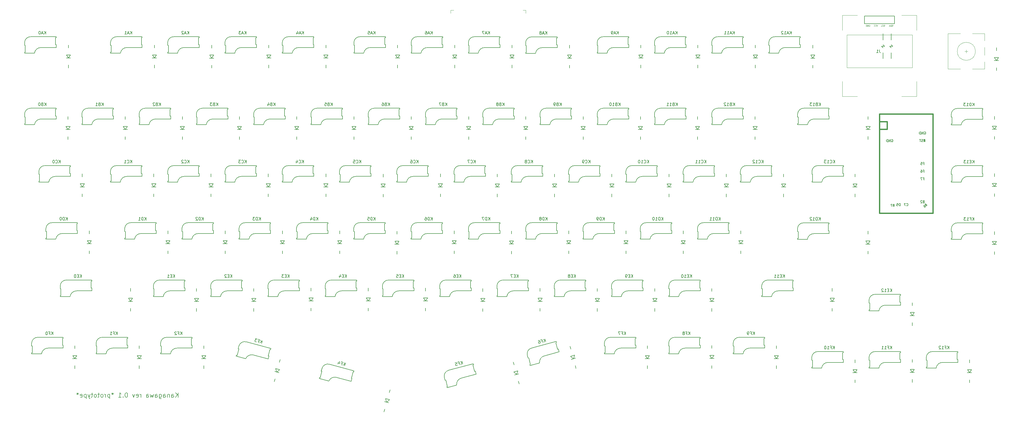
<source format=gbr>
%TF.GenerationSoftware,KiCad,Pcbnew,(5.1.6)-1*%
%TF.CreationDate,2021-09-12T01:22:44+02:00*%
%TF.ProjectId,Kanagawa,4b616e61-6761-4776-912e-6b696361645f,rev?*%
%TF.SameCoordinates,Original*%
%TF.FileFunction,Legend,Bot*%
%TF.FilePolarity,Positive*%
%FSLAX46Y46*%
G04 Gerber Fmt 4.6, Leading zero omitted, Abs format (unit mm)*
G04 Created by KiCad (PCBNEW (5.1.6)-1) date 2021-09-12 01:22:44*
%MOMM*%
%LPD*%
G01*
G04 APERTURE LIST*
%ADD10C,0.150000*%
%ADD11C,0.120000*%
%ADD12C,0.381000*%
%ADD13C,0.100000*%
G04 APERTURE END LIST*
D10*
X111711428Y-208050571D02*
X111711428Y-206550571D01*
X110854285Y-208050571D02*
X111497142Y-207193428D01*
X110854285Y-206550571D02*
X111711428Y-207407714D01*
X109568571Y-208050571D02*
X109568571Y-207264857D01*
X109640000Y-207122000D01*
X109782857Y-207050571D01*
X110068571Y-207050571D01*
X110211428Y-207122000D01*
X109568571Y-207979142D02*
X109711428Y-208050571D01*
X110068571Y-208050571D01*
X110211428Y-207979142D01*
X110282857Y-207836285D01*
X110282857Y-207693428D01*
X110211428Y-207550571D01*
X110068571Y-207479142D01*
X109711428Y-207479142D01*
X109568571Y-207407714D01*
X108854285Y-207050571D02*
X108854285Y-208050571D01*
X108854285Y-207193428D02*
X108782857Y-207122000D01*
X108640000Y-207050571D01*
X108425714Y-207050571D01*
X108282857Y-207122000D01*
X108211428Y-207264857D01*
X108211428Y-208050571D01*
X106854285Y-208050571D02*
X106854285Y-207264857D01*
X106925714Y-207122000D01*
X107068571Y-207050571D01*
X107354285Y-207050571D01*
X107497142Y-207122000D01*
X106854285Y-207979142D02*
X106997142Y-208050571D01*
X107354285Y-208050571D01*
X107497142Y-207979142D01*
X107568571Y-207836285D01*
X107568571Y-207693428D01*
X107497142Y-207550571D01*
X107354285Y-207479142D01*
X106997142Y-207479142D01*
X106854285Y-207407714D01*
X105497142Y-207050571D02*
X105497142Y-208264857D01*
X105568571Y-208407714D01*
X105640000Y-208479142D01*
X105782857Y-208550571D01*
X105997142Y-208550571D01*
X106140000Y-208479142D01*
X105497142Y-207979142D02*
X105640000Y-208050571D01*
X105925714Y-208050571D01*
X106068571Y-207979142D01*
X106140000Y-207907714D01*
X106211428Y-207764857D01*
X106211428Y-207336285D01*
X106140000Y-207193428D01*
X106068571Y-207122000D01*
X105925714Y-207050571D01*
X105640000Y-207050571D01*
X105497142Y-207122000D01*
X104140000Y-208050571D02*
X104140000Y-207264857D01*
X104211428Y-207122000D01*
X104354285Y-207050571D01*
X104640000Y-207050571D01*
X104782857Y-207122000D01*
X104140000Y-207979142D02*
X104282857Y-208050571D01*
X104640000Y-208050571D01*
X104782857Y-207979142D01*
X104854285Y-207836285D01*
X104854285Y-207693428D01*
X104782857Y-207550571D01*
X104640000Y-207479142D01*
X104282857Y-207479142D01*
X104140000Y-207407714D01*
X103568571Y-207050571D02*
X103282857Y-208050571D01*
X102997142Y-207336285D01*
X102711428Y-208050571D01*
X102425714Y-207050571D01*
X101211428Y-208050571D02*
X101211428Y-207264857D01*
X101282857Y-207122000D01*
X101425714Y-207050571D01*
X101711428Y-207050571D01*
X101854285Y-207122000D01*
X101211428Y-207979142D02*
X101354285Y-208050571D01*
X101711428Y-208050571D01*
X101854285Y-207979142D01*
X101925714Y-207836285D01*
X101925714Y-207693428D01*
X101854285Y-207550571D01*
X101711428Y-207479142D01*
X101354285Y-207479142D01*
X101211428Y-207407714D01*
X99354285Y-208050571D02*
X99354285Y-207050571D01*
X99354285Y-207336285D02*
X99282857Y-207193428D01*
X99211428Y-207122000D01*
X99068571Y-207050571D01*
X98925714Y-207050571D01*
X97854285Y-207979142D02*
X97997142Y-208050571D01*
X98282857Y-208050571D01*
X98425714Y-207979142D01*
X98497142Y-207836285D01*
X98497142Y-207264857D01*
X98425714Y-207122000D01*
X98282857Y-207050571D01*
X97997142Y-207050571D01*
X97854285Y-207122000D01*
X97782857Y-207264857D01*
X97782857Y-207407714D01*
X98497142Y-207550571D01*
X97282857Y-207050571D02*
X96925714Y-208050571D01*
X96568571Y-207050571D01*
X94568571Y-206550571D02*
X94425714Y-206550571D01*
X94282857Y-206622000D01*
X94211428Y-206693428D01*
X94140000Y-206836285D01*
X94068571Y-207122000D01*
X94068571Y-207479142D01*
X94140000Y-207764857D01*
X94211428Y-207907714D01*
X94282857Y-207979142D01*
X94425714Y-208050571D01*
X94568571Y-208050571D01*
X94711428Y-207979142D01*
X94782857Y-207907714D01*
X94854285Y-207764857D01*
X94925714Y-207479142D01*
X94925714Y-207122000D01*
X94854285Y-206836285D01*
X94782857Y-206693428D01*
X94711428Y-206622000D01*
X94568571Y-206550571D01*
X93425714Y-207907714D02*
X93354285Y-207979142D01*
X93425714Y-208050571D01*
X93497142Y-207979142D01*
X93425714Y-207907714D01*
X93425714Y-208050571D01*
X91925714Y-208050571D02*
X92782857Y-208050571D01*
X92354285Y-208050571D02*
X92354285Y-206550571D01*
X92497142Y-206764857D01*
X92640000Y-206907714D01*
X92782857Y-206979142D01*
X89925714Y-206550571D02*
X89925714Y-206907714D01*
X90282857Y-206764857D02*
X89925714Y-206907714D01*
X89568571Y-206764857D01*
X90140000Y-207193428D02*
X89925714Y-206907714D01*
X89711428Y-207193428D01*
X88997142Y-207050571D02*
X88997142Y-208550571D01*
X88997142Y-207122000D02*
X88854285Y-207050571D01*
X88568571Y-207050571D01*
X88425714Y-207122000D01*
X88354285Y-207193428D01*
X88282857Y-207336285D01*
X88282857Y-207764857D01*
X88354285Y-207907714D01*
X88425714Y-207979142D01*
X88568571Y-208050571D01*
X88854285Y-208050571D01*
X88997142Y-207979142D01*
X87640000Y-208050571D02*
X87640000Y-207050571D01*
X87640000Y-207336285D02*
X87568571Y-207193428D01*
X87497142Y-207122000D01*
X87354285Y-207050571D01*
X87211428Y-207050571D01*
X86497142Y-208050571D02*
X86640000Y-207979142D01*
X86711428Y-207907714D01*
X86782857Y-207764857D01*
X86782857Y-207336285D01*
X86711428Y-207193428D01*
X86640000Y-207122000D01*
X86497142Y-207050571D01*
X86282857Y-207050571D01*
X86140000Y-207122000D01*
X86068571Y-207193428D01*
X85997142Y-207336285D01*
X85997142Y-207764857D01*
X86068571Y-207907714D01*
X86140000Y-207979142D01*
X86282857Y-208050571D01*
X86497142Y-208050571D01*
X85568571Y-207050571D02*
X84997142Y-207050571D01*
X85354285Y-206550571D02*
X85354285Y-207836285D01*
X85282857Y-207979142D01*
X85140000Y-208050571D01*
X84997142Y-208050571D01*
X84282857Y-208050571D02*
X84425714Y-207979142D01*
X84497142Y-207907714D01*
X84568571Y-207764857D01*
X84568571Y-207336285D01*
X84497142Y-207193428D01*
X84425714Y-207122000D01*
X84282857Y-207050571D01*
X84068571Y-207050571D01*
X83925714Y-207122000D01*
X83854285Y-207193428D01*
X83782857Y-207336285D01*
X83782857Y-207764857D01*
X83854285Y-207907714D01*
X83925714Y-207979142D01*
X84068571Y-208050571D01*
X84282857Y-208050571D01*
X83354285Y-207050571D02*
X82782857Y-207050571D01*
X83140000Y-206550571D02*
X83140000Y-207836285D01*
X83068571Y-207979142D01*
X82925714Y-208050571D01*
X82782857Y-208050571D01*
X82425714Y-207050571D02*
X82068571Y-208050571D01*
X81711428Y-207050571D02*
X82068571Y-208050571D01*
X82211428Y-208407714D01*
X82282857Y-208479142D01*
X82425714Y-208550571D01*
X81140000Y-207050571D02*
X81140000Y-208550571D01*
X81140000Y-207122000D02*
X80997142Y-207050571D01*
X80711428Y-207050571D01*
X80568571Y-207122000D01*
X80497142Y-207193428D01*
X80425714Y-207336285D01*
X80425714Y-207764857D01*
X80497142Y-207907714D01*
X80568571Y-207979142D01*
X80711428Y-208050571D01*
X80997142Y-208050571D01*
X81140000Y-207979142D01*
X79211428Y-207979142D02*
X79354285Y-208050571D01*
X79640000Y-208050571D01*
X79782857Y-207979142D01*
X79854285Y-207836285D01*
X79854285Y-207264857D01*
X79782857Y-207122000D01*
X79640000Y-207050571D01*
X79354285Y-207050571D01*
X79211428Y-207122000D01*
X79140000Y-207264857D01*
X79140000Y-207407714D01*
X79854285Y-207550571D01*
X78282857Y-206550571D02*
X78282857Y-206907714D01*
X78640000Y-206764857D02*
X78282857Y-206907714D01*
X77925714Y-206764857D01*
X78497142Y-207193428D02*
X78282857Y-206907714D01*
X78068571Y-207193428D01*
D11*
%TO.C,MountMiddle0*%
X202410000Y-79262000D02*
X203390000Y-79262000D01*
X202410000Y-79262000D02*
X202410000Y-80242000D01*
X227410000Y-79262000D02*
X226430000Y-79262000D01*
X227410000Y-79262000D02*
X227410000Y-80242000D01*
D12*
%TO.C,U0*%
X347580000Y-118890000D02*
X345040000Y-118890000D01*
X347580000Y-116350000D02*
X347580000Y-118890000D01*
D10*
G36*
X359974635Y-122639030D02*
G01*
X359974635Y-122739030D01*
X360074635Y-122739030D01*
X360074635Y-122639030D01*
X359974635Y-122639030D01*
G37*
X359974635Y-122639030D02*
X359974635Y-122739030D01*
X360074635Y-122739030D01*
X360074635Y-122639030D01*
X359974635Y-122639030D01*
G36*
X360174635Y-122239030D02*
G01*
X360174635Y-123039030D01*
X360274635Y-123039030D01*
X360274635Y-122239030D01*
X360174635Y-122239030D01*
G37*
X360174635Y-122239030D02*
X360174635Y-123039030D01*
X360274635Y-123039030D01*
X360274635Y-122239030D01*
X360174635Y-122239030D01*
G36*
X359774635Y-122839030D02*
G01*
X359774635Y-123039030D01*
X359874635Y-123039030D01*
X359874635Y-122839030D01*
X359774635Y-122839030D01*
G37*
X359774635Y-122839030D02*
X359774635Y-123039030D01*
X359874635Y-123039030D01*
X359874635Y-122839030D01*
X359774635Y-122839030D01*
G36*
X359774635Y-122239030D02*
G01*
X359774635Y-122539030D01*
X359874635Y-122539030D01*
X359874635Y-122239030D01*
X359774635Y-122239030D01*
G37*
X359774635Y-122239030D02*
X359774635Y-122539030D01*
X359874635Y-122539030D01*
X359874635Y-122239030D01*
X359774635Y-122239030D01*
G36*
X359774635Y-122239030D02*
G01*
X359774635Y-122339030D01*
X360274635Y-122339030D01*
X360274635Y-122239030D01*
X359774635Y-122239030D01*
G37*
X359774635Y-122239030D02*
X359774635Y-122339030D01*
X360274635Y-122339030D01*
X360274635Y-122239030D01*
X359774635Y-122239030D01*
D12*
X362820000Y-146830000D02*
X362820000Y-113810000D01*
X345040000Y-146830000D02*
X362820000Y-146830000D01*
X345040000Y-113810000D02*
X345040000Y-146830000D01*
X362820000Y-113810000D02*
X345040000Y-113810000D01*
X347580000Y-116350000D02*
X345040000Y-116350000D01*
D10*
%TO.C,KA11*%
X289480000Y-90950000D02*
X289480000Y-93190000D01*
X299750000Y-88050000D02*
X291349999Y-88050000D01*
X299750000Y-88400000D02*
X299750000Y-88050000D01*
X299750000Y-91650000D02*
X299750000Y-90650000D01*
X299530000Y-90650000D02*
X299530000Y-88400000D01*
X289250000Y-93550000D02*
X289250000Y-93190000D01*
X289450000Y-93190000D02*
X289250000Y-93190000D01*
X289250000Y-93550000D02*
X292530000Y-93550000D01*
X299750000Y-90650000D02*
X299550000Y-90650000D01*
X289250000Y-89950000D02*
X289250000Y-90950000D01*
X299550000Y-88400000D02*
X299750000Y-88400000D01*
X289250000Y-90950000D02*
X289450000Y-90950000D01*
X294750000Y-91650000D02*
X299750000Y-91650000D01*
X292533682Y-93528529D02*
G75*
G02*
X294750000Y-91650000I2151318J-291471D01*
G01*
X289250000Y-89950001D02*
G75*
G02*
X291349999Y-88050000I2000000J-99999D01*
G01*
%TO.C,KE11*%
X311400000Y-172650000D02*
X316400000Y-172650000D01*
X305900000Y-171950000D02*
X306100000Y-171950000D01*
X316200000Y-169400000D02*
X316400000Y-169400000D01*
X305900000Y-170950000D02*
X305900000Y-171950000D01*
X316400000Y-171650000D02*
X316200000Y-171650000D01*
X305900000Y-174550000D02*
X309180000Y-174550000D01*
X306100000Y-174190000D02*
X305900000Y-174190000D01*
X305900000Y-174550000D02*
X305900000Y-174190000D01*
X316180000Y-171650000D02*
X316180000Y-169400000D01*
X316400000Y-172650000D02*
X316400000Y-171650000D01*
X316400000Y-169400000D02*
X316400000Y-169050000D01*
X316400000Y-169050000D02*
X307999999Y-169050000D01*
X306130000Y-171950000D02*
X306130000Y-174190000D01*
X309183682Y-174528529D02*
G75*
G02*
X311400000Y-172650000I2151318J-291471D01*
G01*
X305900000Y-170950001D02*
G75*
G02*
X307999999Y-169050000I2000000J-99999D01*
G01*
D11*
%TO.C,SW99*%
X373470000Y-92920000D02*
X374470000Y-92920000D01*
X373970000Y-92420000D02*
X373970000Y-93420000D01*
X376970000Y-92920000D02*
G75*
G03*
X376970000Y-92920000I-3000000J0D01*
G01*
X375970000Y-87020000D02*
X380070000Y-87020000D01*
X380070000Y-87020000D02*
X380070000Y-89420000D01*
X380070000Y-91620000D02*
X380070000Y-94220000D01*
X380070000Y-96420000D02*
X380070000Y-98820000D01*
X380070000Y-98820000D02*
X375970000Y-98820000D01*
X371970000Y-98820000D02*
X367870000Y-98820000D01*
X367870000Y-87020000D02*
X367870000Y-98820000D01*
X371970000Y-87020000D02*
X367870000Y-87020000D01*
D10*
%TO.C,KA0*%
X60880000Y-90950000D02*
X60880000Y-93190000D01*
X71150000Y-88050000D02*
X62749999Y-88050000D01*
X71150000Y-88400000D02*
X71150000Y-88050000D01*
X71150000Y-91650000D02*
X71150000Y-90650000D01*
X70930000Y-90650000D02*
X70930000Y-88400000D01*
X60650000Y-93550000D02*
X60650000Y-93190000D01*
X60850000Y-93190000D02*
X60650000Y-93190000D01*
X60650000Y-93550000D02*
X63930000Y-93550000D01*
X71150000Y-90650000D02*
X70950000Y-90650000D01*
X60650000Y-89950000D02*
X60650000Y-90950000D01*
X70950000Y-88400000D02*
X71150000Y-88400000D01*
X60650000Y-90950000D02*
X60850000Y-90950000D01*
X66150000Y-91650000D02*
X71150000Y-91650000D01*
X63933682Y-93528529D02*
G75*
G02*
X66150000Y-91650000I2151318J-291471D01*
G01*
X60650000Y-89950001D02*
G75*
G02*
X62749999Y-88050000I2000000J-99999D01*
G01*
%TO.C,KA1*%
X89480000Y-90950000D02*
X89480000Y-93190000D01*
X99750000Y-88050000D02*
X91349999Y-88050000D01*
X99750000Y-88400000D02*
X99750000Y-88050000D01*
X99750000Y-91650000D02*
X99750000Y-90650000D01*
X99530000Y-90650000D02*
X99530000Y-88400000D01*
X89250000Y-93550000D02*
X89250000Y-93190000D01*
X89450000Y-93190000D02*
X89250000Y-93190000D01*
X89250000Y-93550000D02*
X92530000Y-93550000D01*
X99750000Y-90650000D02*
X99550000Y-90650000D01*
X89250000Y-89950000D02*
X89250000Y-90950000D01*
X99550000Y-88400000D02*
X99750000Y-88400000D01*
X89250000Y-90950000D02*
X89450000Y-90950000D01*
X94750000Y-91650000D02*
X99750000Y-91650000D01*
X92533682Y-93528529D02*
G75*
G02*
X94750000Y-91650000I2151318J-291471D01*
G01*
X89250000Y-89950001D02*
G75*
G02*
X91349999Y-88050000I2000000J-99999D01*
G01*
%TO.C,KA2*%
X108480000Y-90950000D02*
X108480000Y-93190000D01*
X118750000Y-88050000D02*
X110349999Y-88050000D01*
X118750000Y-88400000D02*
X118750000Y-88050000D01*
X118750000Y-91650000D02*
X118750000Y-90650000D01*
X118530000Y-90650000D02*
X118530000Y-88400000D01*
X108250000Y-93550000D02*
X108250000Y-93190000D01*
X108450000Y-93190000D02*
X108250000Y-93190000D01*
X108250000Y-93550000D02*
X111530000Y-93550000D01*
X118750000Y-90650000D02*
X118550000Y-90650000D01*
X108250000Y-89950000D02*
X108250000Y-90950000D01*
X118550000Y-88400000D02*
X118750000Y-88400000D01*
X108250000Y-90950000D02*
X108450000Y-90950000D01*
X113750000Y-91650000D02*
X118750000Y-91650000D01*
X111533682Y-93528529D02*
G75*
G02*
X113750000Y-91650000I2151318J-291471D01*
G01*
X108250000Y-89950001D02*
G75*
G02*
X110349999Y-88050000I2000000J-99999D01*
G01*
%TO.C,KA3*%
X127530000Y-90950000D02*
X127530000Y-93190000D01*
X137800000Y-88050000D02*
X129399999Y-88050000D01*
X137800000Y-88400000D02*
X137800000Y-88050000D01*
X137800000Y-91650000D02*
X137800000Y-90650000D01*
X137580000Y-90650000D02*
X137580000Y-88400000D01*
X127300000Y-93550000D02*
X127300000Y-93190000D01*
X127500000Y-93190000D02*
X127300000Y-93190000D01*
X127300000Y-93550000D02*
X130580000Y-93550000D01*
X137800000Y-90650000D02*
X137600000Y-90650000D01*
X127300000Y-89950000D02*
X127300000Y-90950000D01*
X137600000Y-88400000D02*
X137800000Y-88400000D01*
X127300000Y-90950000D02*
X127500000Y-90950000D01*
X132800000Y-91650000D02*
X137800000Y-91650000D01*
X130583682Y-93528529D02*
G75*
G02*
X132800000Y-91650000I2151318J-291471D01*
G01*
X127300000Y-89950001D02*
G75*
G02*
X129399999Y-88050000I2000000J-99999D01*
G01*
%TO.C,KA4*%
X146630000Y-90950000D02*
X146630000Y-93190000D01*
X156900000Y-88050000D02*
X148499999Y-88050000D01*
X156900000Y-88400000D02*
X156900000Y-88050000D01*
X156900000Y-91650000D02*
X156900000Y-90650000D01*
X156680000Y-90650000D02*
X156680000Y-88400000D01*
X146400000Y-93550000D02*
X146400000Y-93190000D01*
X146600000Y-93190000D02*
X146400000Y-93190000D01*
X146400000Y-93550000D02*
X149680000Y-93550000D01*
X156900000Y-90650000D02*
X156700000Y-90650000D01*
X146400000Y-89950000D02*
X146400000Y-90950000D01*
X156700000Y-88400000D02*
X156900000Y-88400000D01*
X146400000Y-90950000D02*
X146600000Y-90950000D01*
X151900000Y-91650000D02*
X156900000Y-91650000D01*
X149683682Y-93528529D02*
G75*
G02*
X151900000Y-91650000I2151318J-291471D01*
G01*
X146400000Y-89950001D02*
G75*
G02*
X148499999Y-88050000I2000000J-99999D01*
G01*
%TO.C,KA5*%
X170430000Y-90950000D02*
X170430000Y-93190000D01*
X180700000Y-88050000D02*
X172299999Y-88050000D01*
X180700000Y-88400000D02*
X180700000Y-88050000D01*
X180700000Y-91650000D02*
X180700000Y-90650000D01*
X180480000Y-90650000D02*
X180480000Y-88400000D01*
X170200000Y-93550000D02*
X170200000Y-93190000D01*
X170400000Y-93190000D02*
X170200000Y-93190000D01*
X170200000Y-93550000D02*
X173480000Y-93550000D01*
X180700000Y-90650000D02*
X180500000Y-90650000D01*
X170200000Y-89950000D02*
X170200000Y-90950000D01*
X180500000Y-88400000D02*
X180700000Y-88400000D01*
X170200000Y-90950000D02*
X170400000Y-90950000D01*
X175700000Y-91650000D02*
X180700000Y-91650000D01*
X173483682Y-93528529D02*
G75*
G02*
X175700000Y-91650000I2151318J-291471D01*
G01*
X170200000Y-89950001D02*
G75*
G02*
X172299999Y-88050000I2000000J-99999D01*
G01*
%TO.C,KA6*%
X189480000Y-90950000D02*
X189480000Y-93190000D01*
X199750000Y-88050000D02*
X191349999Y-88050000D01*
X199750000Y-88400000D02*
X199750000Y-88050000D01*
X199750000Y-91650000D02*
X199750000Y-90650000D01*
X199530000Y-90650000D02*
X199530000Y-88400000D01*
X189250000Y-93550000D02*
X189250000Y-93190000D01*
X189450000Y-93190000D02*
X189250000Y-93190000D01*
X189250000Y-93550000D02*
X192530000Y-93550000D01*
X199750000Y-90650000D02*
X199550000Y-90650000D01*
X189250000Y-89950000D02*
X189250000Y-90950000D01*
X199550000Y-88400000D02*
X199750000Y-88400000D01*
X189250000Y-90950000D02*
X189450000Y-90950000D01*
X194750000Y-91650000D02*
X199750000Y-91650000D01*
X192533682Y-93528529D02*
G75*
G02*
X194750000Y-91650000I2151318J-291471D01*
G01*
X189250000Y-89950001D02*
G75*
G02*
X191349999Y-88050000I2000000J-99999D01*
G01*
%TO.C,KA7*%
X208530000Y-90950000D02*
X208530000Y-93190000D01*
X218800000Y-88050000D02*
X210399999Y-88050000D01*
X218800000Y-88400000D02*
X218800000Y-88050000D01*
X218800000Y-91650000D02*
X218800000Y-90650000D01*
X218580000Y-90650000D02*
X218580000Y-88400000D01*
X208300000Y-93550000D02*
X208300000Y-93190000D01*
X208500000Y-93190000D02*
X208300000Y-93190000D01*
X208300000Y-93550000D02*
X211580000Y-93550000D01*
X218800000Y-90650000D02*
X218600000Y-90650000D01*
X208300000Y-89950000D02*
X208300000Y-90950000D01*
X218600000Y-88400000D02*
X218800000Y-88400000D01*
X208300000Y-90950000D02*
X208500000Y-90950000D01*
X213800000Y-91650000D02*
X218800000Y-91650000D01*
X211583682Y-93528529D02*
G75*
G02*
X213800000Y-91650000I2151318J-291471D01*
G01*
X208300000Y-89950001D02*
G75*
G02*
X210399999Y-88050000I2000000J-99999D01*
G01*
%TO.C,KA8*%
X227580000Y-91000000D02*
X227580000Y-93240000D01*
X237850000Y-88100000D02*
X229449999Y-88100000D01*
X237850000Y-88450000D02*
X237850000Y-88100000D01*
X237850000Y-91700000D02*
X237850000Y-90700000D01*
X237630000Y-90700000D02*
X237630000Y-88450000D01*
X227350000Y-93600000D02*
X227350000Y-93240000D01*
X227550000Y-93240000D02*
X227350000Y-93240000D01*
X227350000Y-93600000D02*
X230630000Y-93600000D01*
X237850000Y-90700000D02*
X237650000Y-90700000D01*
X227350000Y-90000000D02*
X227350000Y-91000000D01*
X237650000Y-88450000D02*
X237850000Y-88450000D01*
X227350000Y-91000000D02*
X227550000Y-91000000D01*
X232850000Y-91700000D02*
X237850000Y-91700000D01*
X230633682Y-93578529D02*
G75*
G02*
X232850000Y-91700000I2151318J-291471D01*
G01*
X227350000Y-90000001D02*
G75*
G02*
X229449999Y-88100000I2000000J-99999D01*
G01*
%TO.C,KA9*%
X251380000Y-90950000D02*
X251380000Y-93190000D01*
X261650000Y-88050000D02*
X253249999Y-88050000D01*
X261650000Y-88400000D02*
X261650000Y-88050000D01*
X261650000Y-91650000D02*
X261650000Y-90650000D01*
X261430000Y-90650000D02*
X261430000Y-88400000D01*
X251150000Y-93550000D02*
X251150000Y-93190000D01*
X251350000Y-93190000D02*
X251150000Y-93190000D01*
X251150000Y-93550000D02*
X254430000Y-93550000D01*
X261650000Y-90650000D02*
X261450000Y-90650000D01*
X251150000Y-89950000D02*
X251150000Y-90950000D01*
X261450000Y-88400000D02*
X261650000Y-88400000D01*
X251150000Y-90950000D02*
X251350000Y-90950000D01*
X256650000Y-91650000D02*
X261650000Y-91650000D01*
X254433682Y-93528529D02*
G75*
G02*
X256650000Y-91650000I2151318J-291471D01*
G01*
X251150000Y-89950001D02*
G75*
G02*
X253249999Y-88050000I2000000J-99999D01*
G01*
%TO.C,KA10*%
X270430000Y-90950000D02*
X270430000Y-93190000D01*
X280700000Y-88050000D02*
X272299999Y-88050000D01*
X280700000Y-88400000D02*
X280700000Y-88050000D01*
X280700000Y-91650000D02*
X280700000Y-90650000D01*
X280480000Y-90650000D02*
X280480000Y-88400000D01*
X270200000Y-93550000D02*
X270200000Y-93190000D01*
X270400000Y-93190000D02*
X270200000Y-93190000D01*
X270200000Y-93550000D02*
X273480000Y-93550000D01*
X280700000Y-90650000D02*
X280500000Y-90650000D01*
X270200000Y-89950000D02*
X270200000Y-90950000D01*
X280500000Y-88400000D02*
X280700000Y-88400000D01*
X270200000Y-90950000D02*
X270400000Y-90950000D01*
X275700000Y-91650000D02*
X280700000Y-91650000D01*
X273483682Y-93528529D02*
G75*
G02*
X275700000Y-91650000I2151318J-291471D01*
G01*
X270200000Y-89950001D02*
G75*
G02*
X272299999Y-88050000I2000000J-99999D01*
G01*
%TO.C,KA12*%
X308480000Y-90950000D02*
X308480000Y-93190000D01*
X318750000Y-88050000D02*
X310349999Y-88050000D01*
X318750000Y-88400000D02*
X318750000Y-88050000D01*
X318750000Y-91650000D02*
X318750000Y-90650000D01*
X318530000Y-90650000D02*
X318530000Y-88400000D01*
X308250000Y-93550000D02*
X308250000Y-93190000D01*
X308450000Y-93190000D02*
X308250000Y-93190000D01*
X308250000Y-93550000D02*
X311530000Y-93550000D01*
X318750000Y-90650000D02*
X318550000Y-90650000D01*
X308250000Y-89950000D02*
X308250000Y-90950000D01*
X318550000Y-88400000D02*
X318750000Y-88400000D01*
X308250000Y-90950000D02*
X308450000Y-90950000D01*
X313750000Y-91650000D02*
X318750000Y-91650000D01*
X311533682Y-93528529D02*
G75*
G02*
X313750000Y-91650000I2151318J-291471D01*
G01*
X308250000Y-89950001D02*
G75*
G02*
X310349999Y-88050000I2000000J-99999D01*
G01*
%TO.C,KB0*%
X60880000Y-114750000D02*
X60880000Y-116990000D01*
X71150000Y-111850000D02*
X62749999Y-111850000D01*
X71150000Y-112200000D02*
X71150000Y-111850000D01*
X71150000Y-115450000D02*
X71150000Y-114450000D01*
X70930000Y-114450000D02*
X70930000Y-112200000D01*
X60650000Y-117350000D02*
X60650000Y-116990000D01*
X60850000Y-116990000D02*
X60650000Y-116990000D01*
X60650000Y-117350000D02*
X63930000Y-117350000D01*
X71150000Y-114450000D02*
X70950000Y-114450000D01*
X60650000Y-113750000D02*
X60650000Y-114750000D01*
X70950000Y-112200000D02*
X71150000Y-112200000D01*
X60650000Y-114750000D02*
X60850000Y-114750000D01*
X66150000Y-115450000D02*
X71150000Y-115450000D01*
X63933682Y-117328529D02*
G75*
G02*
X66150000Y-115450000I2151318J-291471D01*
G01*
X60650000Y-113750001D02*
G75*
G02*
X62749999Y-111850000I2000000J-99999D01*
G01*
%TO.C,KB1*%
X79930000Y-114750000D02*
X79930000Y-116990000D01*
X90200000Y-111850000D02*
X81799999Y-111850000D01*
X90200000Y-112200000D02*
X90200000Y-111850000D01*
X90200000Y-115450000D02*
X90200000Y-114450000D01*
X89980000Y-114450000D02*
X89980000Y-112200000D01*
X79700000Y-117350000D02*
X79700000Y-116990000D01*
X79900000Y-116990000D02*
X79700000Y-116990000D01*
X79700000Y-117350000D02*
X82980000Y-117350000D01*
X90200000Y-114450000D02*
X90000000Y-114450000D01*
X79700000Y-113750000D02*
X79700000Y-114750000D01*
X90000000Y-112200000D02*
X90200000Y-112200000D01*
X79700000Y-114750000D02*
X79900000Y-114750000D01*
X85200000Y-115450000D02*
X90200000Y-115450000D01*
X82983682Y-117328529D02*
G75*
G02*
X85200000Y-115450000I2151318J-291471D01*
G01*
X79700000Y-113750001D02*
G75*
G02*
X81799999Y-111850000I2000000J-99999D01*
G01*
%TO.C,KB2*%
X98980000Y-114750000D02*
X98980000Y-116990000D01*
X109250000Y-111850000D02*
X100849999Y-111850000D01*
X109250000Y-112200000D02*
X109250000Y-111850000D01*
X109250000Y-115450000D02*
X109250000Y-114450000D01*
X109030000Y-114450000D02*
X109030000Y-112200000D01*
X98750000Y-117350000D02*
X98750000Y-116990000D01*
X98950000Y-116990000D02*
X98750000Y-116990000D01*
X98750000Y-117350000D02*
X102030000Y-117350000D01*
X109250000Y-114450000D02*
X109050000Y-114450000D01*
X98750000Y-113750000D02*
X98750000Y-114750000D01*
X109050000Y-112200000D02*
X109250000Y-112200000D01*
X98750000Y-114750000D02*
X98950000Y-114750000D01*
X104250000Y-115450000D02*
X109250000Y-115450000D01*
X102033682Y-117328529D02*
G75*
G02*
X104250000Y-115450000I2151318J-291471D01*
G01*
X98750000Y-113750001D02*
G75*
G02*
X100849999Y-111850000I2000000J-99999D01*
G01*
%TO.C,KB3*%
X118030000Y-114750000D02*
X118030000Y-116990000D01*
X128300000Y-111850000D02*
X119899999Y-111850000D01*
X128300000Y-112200000D02*
X128300000Y-111850000D01*
X128300000Y-115450000D02*
X128300000Y-114450000D01*
X128080000Y-114450000D02*
X128080000Y-112200000D01*
X117800000Y-117350000D02*
X117800000Y-116990000D01*
X118000000Y-116990000D02*
X117800000Y-116990000D01*
X117800000Y-117350000D02*
X121080000Y-117350000D01*
X128300000Y-114450000D02*
X128100000Y-114450000D01*
X117800000Y-113750000D02*
X117800000Y-114750000D01*
X128100000Y-112200000D02*
X128300000Y-112200000D01*
X117800000Y-114750000D02*
X118000000Y-114750000D01*
X123300000Y-115450000D02*
X128300000Y-115450000D01*
X121083682Y-117328529D02*
G75*
G02*
X123300000Y-115450000I2151318J-291471D01*
G01*
X117800000Y-113750001D02*
G75*
G02*
X119899999Y-111850000I2000000J-99999D01*
G01*
%TO.C,KB4*%
X137080000Y-114750000D02*
X137080000Y-116990000D01*
X147350000Y-111850000D02*
X138949999Y-111850000D01*
X147350000Y-112200000D02*
X147350000Y-111850000D01*
X147350000Y-115450000D02*
X147350000Y-114450000D01*
X147130000Y-114450000D02*
X147130000Y-112200000D01*
X136850000Y-117350000D02*
X136850000Y-116990000D01*
X137050000Y-116990000D02*
X136850000Y-116990000D01*
X136850000Y-117350000D02*
X140130000Y-117350000D01*
X147350000Y-114450000D02*
X147150000Y-114450000D01*
X136850000Y-113750000D02*
X136850000Y-114750000D01*
X147150000Y-112200000D02*
X147350000Y-112200000D01*
X136850000Y-114750000D02*
X137050000Y-114750000D01*
X142350000Y-115450000D02*
X147350000Y-115450000D01*
X140133682Y-117328529D02*
G75*
G02*
X142350000Y-115450000I2151318J-291471D01*
G01*
X136850000Y-113750001D02*
G75*
G02*
X138949999Y-111850000I2000000J-99999D01*
G01*
%TO.C,KB5*%
X156130000Y-114750000D02*
X156130000Y-116990000D01*
X166400000Y-111850000D02*
X157999999Y-111850000D01*
X166400000Y-112200000D02*
X166400000Y-111850000D01*
X166400000Y-115450000D02*
X166400000Y-114450000D01*
X166180000Y-114450000D02*
X166180000Y-112200000D01*
X155900000Y-117350000D02*
X155900000Y-116990000D01*
X156100000Y-116990000D02*
X155900000Y-116990000D01*
X155900000Y-117350000D02*
X159180000Y-117350000D01*
X166400000Y-114450000D02*
X166200000Y-114450000D01*
X155900000Y-113750000D02*
X155900000Y-114750000D01*
X166200000Y-112200000D02*
X166400000Y-112200000D01*
X155900000Y-114750000D02*
X156100000Y-114750000D01*
X161400000Y-115450000D02*
X166400000Y-115450000D01*
X159183682Y-117328529D02*
G75*
G02*
X161400000Y-115450000I2151318J-291471D01*
G01*
X155900000Y-113750001D02*
G75*
G02*
X157999999Y-111850000I2000000J-99999D01*
G01*
%TO.C,KB6*%
X175180000Y-114750000D02*
X175180000Y-116990000D01*
X185450000Y-111850000D02*
X177049999Y-111850000D01*
X185450000Y-112200000D02*
X185450000Y-111850000D01*
X185450000Y-115450000D02*
X185450000Y-114450000D01*
X185230000Y-114450000D02*
X185230000Y-112200000D01*
X174950000Y-117350000D02*
X174950000Y-116990000D01*
X175150000Y-116990000D02*
X174950000Y-116990000D01*
X174950000Y-117350000D02*
X178230000Y-117350000D01*
X185450000Y-114450000D02*
X185250000Y-114450000D01*
X174950000Y-113750000D02*
X174950000Y-114750000D01*
X185250000Y-112200000D02*
X185450000Y-112200000D01*
X174950000Y-114750000D02*
X175150000Y-114750000D01*
X180450000Y-115450000D02*
X185450000Y-115450000D01*
X178233682Y-117328529D02*
G75*
G02*
X180450000Y-115450000I2151318J-291471D01*
G01*
X174950000Y-113750001D02*
G75*
G02*
X177049999Y-111850000I2000000J-99999D01*
G01*
%TO.C,KB7*%
X194230000Y-114750000D02*
X194230000Y-116990000D01*
X204500000Y-111850000D02*
X196099999Y-111850000D01*
X204500000Y-112200000D02*
X204500000Y-111850000D01*
X204500000Y-115450000D02*
X204500000Y-114450000D01*
X204280000Y-114450000D02*
X204280000Y-112200000D01*
X194000000Y-117350000D02*
X194000000Y-116990000D01*
X194200000Y-116990000D02*
X194000000Y-116990000D01*
X194000000Y-117350000D02*
X197280000Y-117350000D01*
X204500000Y-114450000D02*
X204300000Y-114450000D01*
X194000000Y-113750000D02*
X194000000Y-114750000D01*
X204300000Y-112200000D02*
X204500000Y-112200000D01*
X194000000Y-114750000D02*
X194200000Y-114750000D01*
X199500000Y-115450000D02*
X204500000Y-115450000D01*
X197283682Y-117328529D02*
G75*
G02*
X199500000Y-115450000I2151318J-291471D01*
G01*
X194000000Y-113750001D02*
G75*
G02*
X196099999Y-111850000I2000000J-99999D01*
G01*
%TO.C,KB8*%
X213280000Y-114750000D02*
X213280000Y-116990000D01*
X223550000Y-111850000D02*
X215149999Y-111850000D01*
X223550000Y-112200000D02*
X223550000Y-111850000D01*
X223550000Y-115450000D02*
X223550000Y-114450000D01*
X223330000Y-114450000D02*
X223330000Y-112200000D01*
X213050000Y-117350000D02*
X213050000Y-116990000D01*
X213250000Y-116990000D02*
X213050000Y-116990000D01*
X213050000Y-117350000D02*
X216330000Y-117350000D01*
X223550000Y-114450000D02*
X223350000Y-114450000D01*
X213050000Y-113750000D02*
X213050000Y-114750000D01*
X223350000Y-112200000D02*
X223550000Y-112200000D01*
X213050000Y-114750000D02*
X213250000Y-114750000D01*
X218550000Y-115450000D02*
X223550000Y-115450000D01*
X216333682Y-117328529D02*
G75*
G02*
X218550000Y-115450000I2151318J-291471D01*
G01*
X213050000Y-113750001D02*
G75*
G02*
X215149999Y-111850000I2000000J-99999D01*
G01*
%TO.C,KB9*%
X232330000Y-114750000D02*
X232330000Y-116990000D01*
X242600000Y-111850000D02*
X234199999Y-111850000D01*
X242600000Y-112200000D02*
X242600000Y-111850000D01*
X242600000Y-115450000D02*
X242600000Y-114450000D01*
X242380000Y-114450000D02*
X242380000Y-112200000D01*
X232100000Y-117350000D02*
X232100000Y-116990000D01*
X232300000Y-116990000D02*
X232100000Y-116990000D01*
X232100000Y-117350000D02*
X235380000Y-117350000D01*
X242600000Y-114450000D02*
X242400000Y-114450000D01*
X232100000Y-113750000D02*
X232100000Y-114750000D01*
X242400000Y-112200000D02*
X242600000Y-112200000D01*
X232100000Y-114750000D02*
X232300000Y-114750000D01*
X237600000Y-115450000D02*
X242600000Y-115450000D01*
X235383682Y-117328529D02*
G75*
G02*
X237600000Y-115450000I2151318J-291471D01*
G01*
X232100000Y-113750001D02*
G75*
G02*
X234199999Y-111850000I2000000J-99999D01*
G01*
%TO.C,KB10*%
X251380000Y-114750000D02*
X251380000Y-116990000D01*
X261650000Y-111850000D02*
X253249999Y-111850000D01*
X261650000Y-112200000D02*
X261650000Y-111850000D01*
X261650000Y-115450000D02*
X261650000Y-114450000D01*
X261430000Y-114450000D02*
X261430000Y-112200000D01*
X251150000Y-117350000D02*
X251150000Y-116990000D01*
X251350000Y-116990000D02*
X251150000Y-116990000D01*
X251150000Y-117350000D02*
X254430000Y-117350000D01*
X261650000Y-114450000D02*
X261450000Y-114450000D01*
X251150000Y-113750000D02*
X251150000Y-114750000D01*
X261450000Y-112200000D02*
X261650000Y-112200000D01*
X251150000Y-114750000D02*
X251350000Y-114750000D01*
X256650000Y-115450000D02*
X261650000Y-115450000D01*
X254433682Y-117328529D02*
G75*
G02*
X256650000Y-115450000I2151318J-291471D01*
G01*
X251150000Y-113750001D02*
G75*
G02*
X253249999Y-111850000I2000000J-99999D01*
G01*
%TO.C,KB11*%
X270430000Y-114750000D02*
X270430000Y-116990000D01*
X280700000Y-111850000D02*
X272299999Y-111850000D01*
X280700000Y-112200000D02*
X280700000Y-111850000D01*
X280700000Y-115450000D02*
X280700000Y-114450000D01*
X280480000Y-114450000D02*
X280480000Y-112200000D01*
X270200000Y-117350000D02*
X270200000Y-116990000D01*
X270400000Y-116990000D02*
X270200000Y-116990000D01*
X270200000Y-117350000D02*
X273480000Y-117350000D01*
X280700000Y-114450000D02*
X280500000Y-114450000D01*
X270200000Y-113750000D02*
X270200000Y-114750000D01*
X280500000Y-112200000D02*
X280700000Y-112200000D01*
X270200000Y-114750000D02*
X270400000Y-114750000D01*
X275700000Y-115450000D02*
X280700000Y-115450000D01*
X273483682Y-117328529D02*
G75*
G02*
X275700000Y-115450000I2151318J-291471D01*
G01*
X270200000Y-113750001D02*
G75*
G02*
X272299999Y-111850000I2000000J-99999D01*
G01*
%TO.C,KB12*%
X289480000Y-114750000D02*
X289480000Y-116990000D01*
X299750000Y-111850000D02*
X291349999Y-111850000D01*
X299750000Y-112200000D02*
X299750000Y-111850000D01*
X299750000Y-115450000D02*
X299750000Y-114450000D01*
X299530000Y-114450000D02*
X299530000Y-112200000D01*
X289250000Y-117350000D02*
X289250000Y-116990000D01*
X289450000Y-116990000D02*
X289250000Y-116990000D01*
X289250000Y-117350000D02*
X292530000Y-117350000D01*
X299750000Y-114450000D02*
X299550000Y-114450000D01*
X289250000Y-113750000D02*
X289250000Y-114750000D01*
X299550000Y-112200000D02*
X299750000Y-112200000D01*
X289250000Y-114750000D02*
X289450000Y-114750000D01*
X294750000Y-115450000D02*
X299750000Y-115450000D01*
X292533682Y-117328529D02*
G75*
G02*
X294750000Y-115450000I2151318J-291471D01*
G01*
X289250000Y-113750001D02*
G75*
G02*
X291349999Y-111850000I2000000J-99999D01*
G01*
%TO.C,KC1*%
X89430000Y-133850000D02*
X89430000Y-136090000D01*
X99700000Y-130950000D02*
X91299999Y-130950000D01*
X99700000Y-131300000D02*
X99700000Y-130950000D01*
X99700000Y-134550000D02*
X99700000Y-133550000D01*
X99480000Y-133550000D02*
X99480000Y-131300000D01*
X89200000Y-136450000D02*
X89200000Y-136090000D01*
X89400000Y-136090000D02*
X89200000Y-136090000D01*
X89200000Y-136450000D02*
X92480000Y-136450000D01*
X99700000Y-133550000D02*
X99500000Y-133550000D01*
X89200000Y-132850000D02*
X89200000Y-133850000D01*
X99500000Y-131300000D02*
X99700000Y-131300000D01*
X89200000Y-133850000D02*
X89400000Y-133850000D01*
X94700000Y-134550000D02*
X99700000Y-134550000D01*
X92483682Y-136428529D02*
G75*
G02*
X94700000Y-134550000I2151318J-291471D01*
G01*
X89200000Y-132850001D02*
G75*
G02*
X91299999Y-130950000I2000000J-99999D01*
G01*
%TO.C,KC2*%
X108480000Y-133850000D02*
X108480000Y-136090000D01*
X118750000Y-130950000D02*
X110349999Y-130950000D01*
X118750000Y-131300000D02*
X118750000Y-130950000D01*
X118750000Y-134550000D02*
X118750000Y-133550000D01*
X118530000Y-133550000D02*
X118530000Y-131300000D01*
X108250000Y-136450000D02*
X108250000Y-136090000D01*
X108450000Y-136090000D02*
X108250000Y-136090000D01*
X108250000Y-136450000D02*
X111530000Y-136450000D01*
X118750000Y-133550000D02*
X118550000Y-133550000D01*
X108250000Y-132850000D02*
X108250000Y-133850000D01*
X118550000Y-131300000D02*
X118750000Y-131300000D01*
X108250000Y-133850000D02*
X108450000Y-133850000D01*
X113750000Y-134550000D02*
X118750000Y-134550000D01*
X111533682Y-136428529D02*
G75*
G02*
X113750000Y-134550000I2151318J-291471D01*
G01*
X108250000Y-132850001D02*
G75*
G02*
X110349999Y-130950000I2000000J-99999D01*
G01*
%TO.C,KC3*%
X127530000Y-133850000D02*
X127530000Y-136090000D01*
X137800000Y-130950000D02*
X129399999Y-130950000D01*
X137800000Y-131300000D02*
X137800000Y-130950000D01*
X137800000Y-134550000D02*
X137800000Y-133550000D01*
X137580000Y-133550000D02*
X137580000Y-131300000D01*
X127300000Y-136450000D02*
X127300000Y-136090000D01*
X127500000Y-136090000D02*
X127300000Y-136090000D01*
X127300000Y-136450000D02*
X130580000Y-136450000D01*
X137800000Y-133550000D02*
X137600000Y-133550000D01*
X127300000Y-132850000D02*
X127300000Y-133850000D01*
X137600000Y-131300000D02*
X137800000Y-131300000D01*
X127300000Y-133850000D02*
X127500000Y-133850000D01*
X132800000Y-134550000D02*
X137800000Y-134550000D01*
X130583682Y-136428529D02*
G75*
G02*
X132800000Y-134550000I2151318J-291471D01*
G01*
X127300000Y-132850001D02*
G75*
G02*
X129399999Y-130950000I2000000J-99999D01*
G01*
%TO.C,KC4*%
X146580000Y-133850000D02*
X146580000Y-136090000D01*
X156850000Y-130950000D02*
X148449999Y-130950000D01*
X156850000Y-131300000D02*
X156850000Y-130950000D01*
X156850000Y-134550000D02*
X156850000Y-133550000D01*
X156630000Y-133550000D02*
X156630000Y-131300000D01*
X146350000Y-136450000D02*
X146350000Y-136090000D01*
X146550000Y-136090000D02*
X146350000Y-136090000D01*
X146350000Y-136450000D02*
X149630000Y-136450000D01*
X156850000Y-133550000D02*
X156650000Y-133550000D01*
X146350000Y-132850000D02*
X146350000Y-133850000D01*
X156650000Y-131300000D02*
X156850000Y-131300000D01*
X146350000Y-133850000D02*
X146550000Y-133850000D01*
X151850000Y-134550000D02*
X156850000Y-134550000D01*
X149633682Y-136428529D02*
G75*
G02*
X151850000Y-134550000I2151318J-291471D01*
G01*
X146350000Y-132850001D02*
G75*
G02*
X148449999Y-130950000I2000000J-99999D01*
G01*
%TO.C,KC5*%
X165630000Y-133850000D02*
X165630000Y-136090000D01*
X175900000Y-130950000D02*
X167499999Y-130950000D01*
X175900000Y-131300000D02*
X175900000Y-130950000D01*
X175900000Y-134550000D02*
X175900000Y-133550000D01*
X175680000Y-133550000D02*
X175680000Y-131300000D01*
X165400000Y-136450000D02*
X165400000Y-136090000D01*
X165600000Y-136090000D02*
X165400000Y-136090000D01*
X165400000Y-136450000D02*
X168680000Y-136450000D01*
X175900000Y-133550000D02*
X175700000Y-133550000D01*
X165400000Y-132850000D02*
X165400000Y-133850000D01*
X175700000Y-131300000D02*
X175900000Y-131300000D01*
X165400000Y-133850000D02*
X165600000Y-133850000D01*
X170900000Y-134550000D02*
X175900000Y-134550000D01*
X168683682Y-136428529D02*
G75*
G02*
X170900000Y-134550000I2151318J-291471D01*
G01*
X165400000Y-132850001D02*
G75*
G02*
X167499999Y-130950000I2000000J-99999D01*
G01*
%TO.C,KC6*%
X184680000Y-133850000D02*
X184680000Y-136090000D01*
X194950000Y-130950000D02*
X186549999Y-130950000D01*
X194950000Y-131300000D02*
X194950000Y-130950000D01*
X194950000Y-134550000D02*
X194950000Y-133550000D01*
X194730000Y-133550000D02*
X194730000Y-131300000D01*
X184450000Y-136450000D02*
X184450000Y-136090000D01*
X184650000Y-136090000D02*
X184450000Y-136090000D01*
X184450000Y-136450000D02*
X187730000Y-136450000D01*
X194950000Y-133550000D02*
X194750000Y-133550000D01*
X184450000Y-132850000D02*
X184450000Y-133850000D01*
X194750000Y-131300000D02*
X194950000Y-131300000D01*
X184450000Y-133850000D02*
X184650000Y-133850000D01*
X189950000Y-134550000D02*
X194950000Y-134550000D01*
X187733682Y-136428529D02*
G75*
G02*
X189950000Y-134550000I2151318J-291471D01*
G01*
X184450000Y-132850001D02*
G75*
G02*
X186549999Y-130950000I2000000J-99999D01*
G01*
%TO.C,KC7*%
X203730000Y-133850000D02*
X203730000Y-136090000D01*
X214000000Y-130950000D02*
X205599999Y-130950000D01*
X214000000Y-131300000D02*
X214000000Y-130950000D01*
X214000000Y-134550000D02*
X214000000Y-133550000D01*
X213780000Y-133550000D02*
X213780000Y-131300000D01*
X203500000Y-136450000D02*
X203500000Y-136090000D01*
X203700000Y-136090000D02*
X203500000Y-136090000D01*
X203500000Y-136450000D02*
X206780000Y-136450000D01*
X214000000Y-133550000D02*
X213800000Y-133550000D01*
X203500000Y-132850000D02*
X203500000Y-133850000D01*
X213800000Y-131300000D02*
X214000000Y-131300000D01*
X203500000Y-133850000D02*
X203700000Y-133850000D01*
X209000000Y-134550000D02*
X214000000Y-134550000D01*
X206783682Y-136428529D02*
G75*
G02*
X209000000Y-134550000I2151318J-291471D01*
G01*
X203500000Y-132850001D02*
G75*
G02*
X205599999Y-130950000I2000000J-99999D01*
G01*
%TO.C,KC8*%
X222780000Y-133850000D02*
X222780000Y-136090000D01*
X233050000Y-130950000D02*
X224649999Y-130950000D01*
X233050000Y-131300000D02*
X233050000Y-130950000D01*
X233050000Y-134550000D02*
X233050000Y-133550000D01*
X232830000Y-133550000D02*
X232830000Y-131300000D01*
X222550000Y-136450000D02*
X222550000Y-136090000D01*
X222750000Y-136090000D02*
X222550000Y-136090000D01*
X222550000Y-136450000D02*
X225830000Y-136450000D01*
X233050000Y-133550000D02*
X232850000Y-133550000D01*
X222550000Y-132850000D02*
X222550000Y-133850000D01*
X232850000Y-131300000D02*
X233050000Y-131300000D01*
X222550000Y-133850000D02*
X222750000Y-133850000D01*
X228050000Y-134550000D02*
X233050000Y-134550000D01*
X225833682Y-136428529D02*
G75*
G02*
X228050000Y-134550000I2151318J-291471D01*
G01*
X222550000Y-132850001D02*
G75*
G02*
X224649999Y-130950000I2000000J-99999D01*
G01*
%TO.C,KC9*%
X241880000Y-133850000D02*
X241880000Y-136090000D01*
X252150000Y-130950000D02*
X243749999Y-130950000D01*
X252150000Y-131300000D02*
X252150000Y-130950000D01*
X252150000Y-134550000D02*
X252150000Y-133550000D01*
X251930000Y-133550000D02*
X251930000Y-131300000D01*
X241650000Y-136450000D02*
X241650000Y-136090000D01*
X241850000Y-136090000D02*
X241650000Y-136090000D01*
X241650000Y-136450000D02*
X244930000Y-136450000D01*
X252150000Y-133550000D02*
X251950000Y-133550000D01*
X241650000Y-132850000D02*
X241650000Y-133850000D01*
X251950000Y-131300000D02*
X252150000Y-131300000D01*
X241650000Y-133850000D02*
X241850000Y-133850000D01*
X247150000Y-134550000D02*
X252150000Y-134550000D01*
X244933682Y-136428529D02*
G75*
G02*
X247150000Y-134550000I2151318J-291471D01*
G01*
X241650000Y-132850001D02*
G75*
G02*
X243749999Y-130950000I2000000J-99999D01*
G01*
%TO.C,KC10*%
X260930000Y-133850000D02*
X260930000Y-136090000D01*
X271200000Y-130950000D02*
X262799999Y-130950000D01*
X271200000Y-131300000D02*
X271200000Y-130950000D01*
X271200000Y-134550000D02*
X271200000Y-133550000D01*
X270980000Y-133550000D02*
X270980000Y-131300000D01*
X260700000Y-136450000D02*
X260700000Y-136090000D01*
X260900000Y-136090000D02*
X260700000Y-136090000D01*
X260700000Y-136450000D02*
X263980000Y-136450000D01*
X271200000Y-133550000D02*
X271000000Y-133550000D01*
X260700000Y-132850000D02*
X260700000Y-133850000D01*
X271000000Y-131300000D02*
X271200000Y-131300000D01*
X260700000Y-133850000D02*
X260900000Y-133850000D01*
X266200000Y-134550000D02*
X271200000Y-134550000D01*
X263983682Y-136428529D02*
G75*
G02*
X266200000Y-134550000I2151318J-291471D01*
G01*
X260700000Y-132850001D02*
G75*
G02*
X262799999Y-130950000I2000000J-99999D01*
G01*
%TO.C,KC11*%
X279980000Y-133850000D02*
X279980000Y-136090000D01*
X290250000Y-130950000D02*
X281849999Y-130950000D01*
X290250000Y-131300000D02*
X290250000Y-130950000D01*
X290250000Y-134550000D02*
X290250000Y-133550000D01*
X290030000Y-133550000D02*
X290030000Y-131300000D01*
X279750000Y-136450000D02*
X279750000Y-136090000D01*
X279950000Y-136090000D02*
X279750000Y-136090000D01*
X279750000Y-136450000D02*
X283030000Y-136450000D01*
X290250000Y-133550000D02*
X290050000Y-133550000D01*
X279750000Y-132850000D02*
X279750000Y-133850000D01*
X290050000Y-131300000D02*
X290250000Y-131300000D01*
X279750000Y-133850000D02*
X279950000Y-133850000D01*
X285250000Y-134550000D02*
X290250000Y-134550000D01*
X283033682Y-136428529D02*
G75*
G02*
X285250000Y-134550000I2151318J-291471D01*
G01*
X279750000Y-132850001D02*
G75*
G02*
X281849999Y-130950000I2000000J-99999D01*
G01*
%TO.C,KD1*%
X94180000Y-152850000D02*
X94180000Y-155090000D01*
X104450000Y-149950000D02*
X96049999Y-149950000D01*
X104450000Y-150300000D02*
X104450000Y-149950000D01*
X104450000Y-153550000D02*
X104450000Y-152550000D01*
X104230000Y-152550000D02*
X104230000Y-150300000D01*
X93950000Y-155450000D02*
X93950000Y-155090000D01*
X94150000Y-155090000D02*
X93950000Y-155090000D01*
X93950000Y-155450000D02*
X97230000Y-155450000D01*
X104450000Y-152550000D02*
X104250000Y-152550000D01*
X93950000Y-151850000D02*
X93950000Y-152850000D01*
X104250000Y-150300000D02*
X104450000Y-150300000D01*
X93950000Y-152850000D02*
X94150000Y-152850000D01*
X99450000Y-153550000D02*
X104450000Y-153550000D01*
X97233682Y-155428529D02*
G75*
G02*
X99450000Y-153550000I2151318J-291471D01*
G01*
X93950000Y-151850001D02*
G75*
G02*
X96049999Y-149950000I2000000J-99999D01*
G01*
%TO.C,KD2*%
X113230000Y-152850000D02*
X113230000Y-155090000D01*
X123500000Y-149950000D02*
X115099999Y-149950000D01*
X123500000Y-150300000D02*
X123500000Y-149950000D01*
X123500000Y-153550000D02*
X123500000Y-152550000D01*
X123280000Y-152550000D02*
X123280000Y-150300000D01*
X113000000Y-155450000D02*
X113000000Y-155090000D01*
X113200000Y-155090000D02*
X113000000Y-155090000D01*
X113000000Y-155450000D02*
X116280000Y-155450000D01*
X123500000Y-152550000D02*
X123300000Y-152550000D01*
X113000000Y-151850000D02*
X113000000Y-152850000D01*
X123300000Y-150300000D02*
X123500000Y-150300000D01*
X113000000Y-152850000D02*
X113200000Y-152850000D01*
X118500000Y-153550000D02*
X123500000Y-153550000D01*
X116283682Y-155428529D02*
G75*
G02*
X118500000Y-153550000I2151318J-291471D01*
G01*
X113000000Y-151850001D02*
G75*
G02*
X115099999Y-149950000I2000000J-99999D01*
G01*
%TO.C,KD3*%
X132230000Y-152850000D02*
X132230000Y-155090000D01*
X142500000Y-149950000D02*
X134099999Y-149950000D01*
X142500000Y-150300000D02*
X142500000Y-149950000D01*
X142500000Y-153550000D02*
X142500000Y-152550000D01*
X142280000Y-152550000D02*
X142280000Y-150300000D01*
X132000000Y-155450000D02*
X132000000Y-155090000D01*
X132200000Y-155090000D02*
X132000000Y-155090000D01*
X132000000Y-155450000D02*
X135280000Y-155450000D01*
X142500000Y-152550000D02*
X142300000Y-152550000D01*
X132000000Y-151850000D02*
X132000000Y-152850000D01*
X142300000Y-150300000D02*
X142500000Y-150300000D01*
X132000000Y-152850000D02*
X132200000Y-152850000D01*
X137500000Y-153550000D02*
X142500000Y-153550000D01*
X135283682Y-155428529D02*
G75*
G02*
X137500000Y-153550000I2151318J-291471D01*
G01*
X132000000Y-151850001D02*
G75*
G02*
X134099999Y-149950000I2000000J-99999D01*
G01*
%TO.C,KD4*%
X151330000Y-152850000D02*
X151330000Y-155090000D01*
X161600000Y-149950000D02*
X153199999Y-149950000D01*
X161600000Y-150300000D02*
X161600000Y-149950000D01*
X161600000Y-153550000D02*
X161600000Y-152550000D01*
X161380000Y-152550000D02*
X161380000Y-150300000D01*
X151100000Y-155450000D02*
X151100000Y-155090000D01*
X151300000Y-155090000D02*
X151100000Y-155090000D01*
X151100000Y-155450000D02*
X154380000Y-155450000D01*
X161600000Y-152550000D02*
X161400000Y-152550000D01*
X151100000Y-151850000D02*
X151100000Y-152850000D01*
X161400000Y-150300000D02*
X161600000Y-150300000D01*
X151100000Y-152850000D02*
X151300000Y-152850000D01*
X156600000Y-153550000D02*
X161600000Y-153550000D01*
X154383682Y-155428529D02*
G75*
G02*
X156600000Y-153550000I2151318J-291471D01*
G01*
X151100000Y-151850001D02*
G75*
G02*
X153199999Y-149950000I2000000J-99999D01*
G01*
%TO.C,KD5*%
X170380000Y-152850000D02*
X170380000Y-155090000D01*
X180650000Y-149950000D02*
X172249999Y-149950000D01*
X180650000Y-150300000D02*
X180650000Y-149950000D01*
X180650000Y-153550000D02*
X180650000Y-152550000D01*
X180430000Y-152550000D02*
X180430000Y-150300000D01*
X170150000Y-155450000D02*
X170150000Y-155090000D01*
X170350000Y-155090000D02*
X170150000Y-155090000D01*
X170150000Y-155450000D02*
X173430000Y-155450000D01*
X180650000Y-152550000D02*
X180450000Y-152550000D01*
X170150000Y-151850000D02*
X170150000Y-152850000D01*
X180450000Y-150300000D02*
X180650000Y-150300000D01*
X170150000Y-152850000D02*
X170350000Y-152850000D01*
X175650000Y-153550000D02*
X180650000Y-153550000D01*
X173433682Y-155428529D02*
G75*
G02*
X175650000Y-153550000I2151318J-291471D01*
G01*
X170150000Y-151850001D02*
G75*
G02*
X172249999Y-149950000I2000000J-99999D01*
G01*
%TO.C,KD6*%
X189430000Y-152850000D02*
X189430000Y-155090000D01*
X199700000Y-149950000D02*
X191299999Y-149950000D01*
X199700000Y-150300000D02*
X199700000Y-149950000D01*
X199700000Y-153550000D02*
X199700000Y-152550000D01*
X199480000Y-152550000D02*
X199480000Y-150300000D01*
X189200000Y-155450000D02*
X189200000Y-155090000D01*
X189400000Y-155090000D02*
X189200000Y-155090000D01*
X189200000Y-155450000D02*
X192480000Y-155450000D01*
X199700000Y-152550000D02*
X199500000Y-152550000D01*
X189200000Y-151850000D02*
X189200000Y-152850000D01*
X199500000Y-150300000D02*
X199700000Y-150300000D01*
X189200000Y-152850000D02*
X189400000Y-152850000D01*
X194700000Y-153550000D02*
X199700000Y-153550000D01*
X192483682Y-155428529D02*
G75*
G02*
X194700000Y-153550000I2151318J-291471D01*
G01*
X189200000Y-151850001D02*
G75*
G02*
X191299999Y-149950000I2000000J-99999D01*
G01*
%TO.C,KD7*%
X208530000Y-152850000D02*
X208530000Y-155090000D01*
X218800000Y-149950000D02*
X210399999Y-149950000D01*
X218800000Y-150300000D02*
X218800000Y-149950000D01*
X218800000Y-153550000D02*
X218800000Y-152550000D01*
X218580000Y-152550000D02*
X218580000Y-150300000D01*
X208300000Y-155450000D02*
X208300000Y-155090000D01*
X208500000Y-155090000D02*
X208300000Y-155090000D01*
X208300000Y-155450000D02*
X211580000Y-155450000D01*
X218800000Y-152550000D02*
X218600000Y-152550000D01*
X208300000Y-151850000D02*
X208300000Y-152850000D01*
X218600000Y-150300000D02*
X218800000Y-150300000D01*
X208300000Y-152850000D02*
X208500000Y-152850000D01*
X213800000Y-153550000D02*
X218800000Y-153550000D01*
X211583682Y-155428529D02*
G75*
G02*
X213800000Y-153550000I2151318J-291471D01*
G01*
X208300000Y-151850001D02*
G75*
G02*
X210399999Y-149950000I2000000J-99999D01*
G01*
%TO.C,KD8*%
X227580000Y-152850000D02*
X227580000Y-155090000D01*
X237850000Y-149950000D02*
X229449999Y-149950000D01*
X237850000Y-150300000D02*
X237850000Y-149950000D01*
X237850000Y-153550000D02*
X237850000Y-152550000D01*
X237630000Y-152550000D02*
X237630000Y-150300000D01*
X227350000Y-155450000D02*
X227350000Y-155090000D01*
X227550000Y-155090000D02*
X227350000Y-155090000D01*
X227350000Y-155450000D02*
X230630000Y-155450000D01*
X237850000Y-152550000D02*
X237650000Y-152550000D01*
X227350000Y-151850000D02*
X227350000Y-152850000D01*
X237650000Y-150300000D02*
X237850000Y-150300000D01*
X227350000Y-152850000D02*
X227550000Y-152850000D01*
X232850000Y-153550000D02*
X237850000Y-153550000D01*
X230633682Y-155428529D02*
G75*
G02*
X232850000Y-153550000I2151318J-291471D01*
G01*
X227350000Y-151850001D02*
G75*
G02*
X229449999Y-149950000I2000000J-99999D01*
G01*
%TO.C,KD9*%
X246630000Y-152850000D02*
X246630000Y-155090000D01*
X256900000Y-149950000D02*
X248499999Y-149950000D01*
X256900000Y-150300000D02*
X256900000Y-149950000D01*
X256900000Y-153550000D02*
X256900000Y-152550000D01*
X256680000Y-152550000D02*
X256680000Y-150300000D01*
X246400000Y-155450000D02*
X246400000Y-155090000D01*
X246600000Y-155090000D02*
X246400000Y-155090000D01*
X246400000Y-155450000D02*
X249680000Y-155450000D01*
X256900000Y-152550000D02*
X256700000Y-152550000D01*
X246400000Y-151850000D02*
X246400000Y-152850000D01*
X256700000Y-150300000D02*
X256900000Y-150300000D01*
X246400000Y-152850000D02*
X246600000Y-152850000D01*
X251900000Y-153550000D02*
X256900000Y-153550000D01*
X249683682Y-155428529D02*
G75*
G02*
X251900000Y-153550000I2151318J-291471D01*
G01*
X246400000Y-151850001D02*
G75*
G02*
X248499999Y-149950000I2000000J-99999D01*
G01*
%TO.C,KD10*%
X265680000Y-152850000D02*
X265680000Y-155090000D01*
X275950000Y-149950000D02*
X267549999Y-149950000D01*
X275950000Y-150300000D02*
X275950000Y-149950000D01*
X275950000Y-153550000D02*
X275950000Y-152550000D01*
X275730000Y-152550000D02*
X275730000Y-150300000D01*
X265450000Y-155450000D02*
X265450000Y-155090000D01*
X265650000Y-155090000D02*
X265450000Y-155090000D01*
X265450000Y-155450000D02*
X268730000Y-155450000D01*
X275950000Y-152550000D02*
X275750000Y-152550000D01*
X265450000Y-151850000D02*
X265450000Y-152850000D01*
X275750000Y-150300000D02*
X275950000Y-150300000D01*
X265450000Y-152850000D02*
X265650000Y-152850000D01*
X270950000Y-153550000D02*
X275950000Y-153550000D01*
X268733682Y-155428529D02*
G75*
G02*
X270950000Y-153550000I2151318J-291471D01*
G01*
X265450000Y-151850001D02*
G75*
G02*
X267549999Y-149950000I2000000J-99999D01*
G01*
%TO.C,KD11*%
X284730000Y-152850000D02*
X284730000Y-155090000D01*
X295000000Y-149950000D02*
X286599999Y-149950000D01*
X295000000Y-150300000D02*
X295000000Y-149950000D01*
X295000000Y-153550000D02*
X295000000Y-152550000D01*
X294780000Y-152550000D02*
X294780000Y-150300000D01*
X284500000Y-155450000D02*
X284500000Y-155090000D01*
X284700000Y-155090000D02*
X284500000Y-155090000D01*
X284500000Y-155450000D02*
X287780000Y-155450000D01*
X295000000Y-152550000D02*
X294800000Y-152550000D01*
X284500000Y-151850000D02*
X284500000Y-152850000D01*
X294800000Y-150300000D02*
X295000000Y-150300000D01*
X284500000Y-152850000D02*
X284700000Y-152850000D01*
X290000000Y-153550000D02*
X295000000Y-153550000D01*
X287783682Y-155428529D02*
G75*
G02*
X290000000Y-153550000I2151318J-291471D01*
G01*
X284500000Y-151850001D02*
G75*
G02*
X286599999Y-149950000I2000000J-99999D01*
G01*
%TO.C,KE1*%
X103730000Y-171950000D02*
X103730000Y-174190000D01*
X114000000Y-169050000D02*
X105599999Y-169050000D01*
X114000000Y-169400000D02*
X114000000Y-169050000D01*
X114000000Y-172650000D02*
X114000000Y-171650000D01*
X113780000Y-171650000D02*
X113780000Y-169400000D01*
X103500000Y-174550000D02*
X103500000Y-174190000D01*
X103700000Y-174190000D02*
X103500000Y-174190000D01*
X103500000Y-174550000D02*
X106780000Y-174550000D01*
X114000000Y-171650000D02*
X113800000Y-171650000D01*
X103500000Y-170950000D02*
X103500000Y-171950000D01*
X113800000Y-169400000D02*
X114000000Y-169400000D01*
X103500000Y-171950000D02*
X103700000Y-171950000D01*
X109000000Y-172650000D02*
X114000000Y-172650000D01*
X106783682Y-174528529D02*
G75*
G02*
X109000000Y-172650000I2151318J-291471D01*
G01*
X103500000Y-170950001D02*
G75*
G02*
X105599999Y-169050000I2000000J-99999D01*
G01*
%TO.C,KE2*%
X122780000Y-171950000D02*
X122780000Y-174190000D01*
X133050000Y-169050000D02*
X124649999Y-169050000D01*
X133050000Y-169400000D02*
X133050000Y-169050000D01*
X133050000Y-172650000D02*
X133050000Y-171650000D01*
X132830000Y-171650000D02*
X132830000Y-169400000D01*
X122550000Y-174550000D02*
X122550000Y-174190000D01*
X122750000Y-174190000D02*
X122550000Y-174190000D01*
X122550000Y-174550000D02*
X125830000Y-174550000D01*
X133050000Y-171650000D02*
X132850000Y-171650000D01*
X122550000Y-170950000D02*
X122550000Y-171950000D01*
X132850000Y-169400000D02*
X133050000Y-169400000D01*
X122550000Y-171950000D02*
X122750000Y-171950000D01*
X128050000Y-172650000D02*
X133050000Y-172650000D01*
X125833682Y-174528529D02*
G75*
G02*
X128050000Y-172650000I2151318J-291471D01*
G01*
X122550000Y-170950001D02*
G75*
G02*
X124649999Y-169050000I2000000J-99999D01*
G01*
%TO.C,KE3*%
X141830000Y-171950000D02*
X141830000Y-174190000D01*
X152100000Y-169050000D02*
X143699999Y-169050000D01*
X152100000Y-169400000D02*
X152100000Y-169050000D01*
X152100000Y-172650000D02*
X152100000Y-171650000D01*
X151880000Y-171650000D02*
X151880000Y-169400000D01*
X141600000Y-174550000D02*
X141600000Y-174190000D01*
X141800000Y-174190000D02*
X141600000Y-174190000D01*
X141600000Y-174550000D02*
X144880000Y-174550000D01*
X152100000Y-171650000D02*
X151900000Y-171650000D01*
X141600000Y-170950000D02*
X141600000Y-171950000D01*
X151900000Y-169400000D02*
X152100000Y-169400000D01*
X141600000Y-171950000D02*
X141800000Y-171950000D01*
X147100000Y-172650000D02*
X152100000Y-172650000D01*
X144883682Y-174528529D02*
G75*
G02*
X147100000Y-172650000I2151318J-291471D01*
G01*
X141600000Y-170950001D02*
G75*
G02*
X143699999Y-169050000I2000000J-99999D01*
G01*
%TO.C,KE4*%
X160880000Y-171950000D02*
X160880000Y-174190000D01*
X171150000Y-169050000D02*
X162749999Y-169050000D01*
X171150000Y-169400000D02*
X171150000Y-169050000D01*
X171150000Y-172650000D02*
X171150000Y-171650000D01*
X170930000Y-171650000D02*
X170930000Y-169400000D01*
X160650000Y-174550000D02*
X160650000Y-174190000D01*
X160850000Y-174190000D02*
X160650000Y-174190000D01*
X160650000Y-174550000D02*
X163930000Y-174550000D01*
X171150000Y-171650000D02*
X170950000Y-171650000D01*
X160650000Y-170950000D02*
X160650000Y-171950000D01*
X170950000Y-169400000D02*
X171150000Y-169400000D01*
X160650000Y-171950000D02*
X160850000Y-171950000D01*
X166150000Y-172650000D02*
X171150000Y-172650000D01*
X163933682Y-174528529D02*
G75*
G02*
X166150000Y-172650000I2151318J-291471D01*
G01*
X160650000Y-170950001D02*
G75*
G02*
X162749999Y-169050000I2000000J-99999D01*
G01*
%TO.C,KE5*%
X179930000Y-171950000D02*
X179930000Y-174190000D01*
X190200000Y-169050000D02*
X181799999Y-169050000D01*
X190200000Y-169400000D02*
X190200000Y-169050000D01*
X190200000Y-172650000D02*
X190200000Y-171650000D01*
X189980000Y-171650000D02*
X189980000Y-169400000D01*
X179700000Y-174550000D02*
X179700000Y-174190000D01*
X179900000Y-174190000D02*
X179700000Y-174190000D01*
X179700000Y-174550000D02*
X182980000Y-174550000D01*
X190200000Y-171650000D02*
X190000000Y-171650000D01*
X179700000Y-170950000D02*
X179700000Y-171950000D01*
X190000000Y-169400000D02*
X190200000Y-169400000D01*
X179700000Y-171950000D02*
X179900000Y-171950000D01*
X185200000Y-172650000D02*
X190200000Y-172650000D01*
X182983682Y-174528529D02*
G75*
G02*
X185200000Y-172650000I2151318J-291471D01*
G01*
X179700000Y-170950001D02*
G75*
G02*
X181799999Y-169050000I2000000J-99999D01*
G01*
%TO.C,KE6*%
X198980000Y-171950000D02*
X198980000Y-174190000D01*
X209250000Y-169050000D02*
X200849999Y-169050000D01*
X209250000Y-169400000D02*
X209250000Y-169050000D01*
X209250000Y-172650000D02*
X209250000Y-171650000D01*
X209030000Y-171650000D02*
X209030000Y-169400000D01*
X198750000Y-174550000D02*
X198750000Y-174190000D01*
X198950000Y-174190000D02*
X198750000Y-174190000D01*
X198750000Y-174550000D02*
X202030000Y-174550000D01*
X209250000Y-171650000D02*
X209050000Y-171650000D01*
X198750000Y-170950000D02*
X198750000Y-171950000D01*
X209050000Y-169400000D02*
X209250000Y-169400000D01*
X198750000Y-171950000D02*
X198950000Y-171950000D01*
X204250000Y-172650000D02*
X209250000Y-172650000D01*
X202033682Y-174528529D02*
G75*
G02*
X204250000Y-172650000I2151318J-291471D01*
G01*
X198750000Y-170950001D02*
G75*
G02*
X200849999Y-169050000I2000000J-99999D01*
G01*
%TO.C,KE7*%
X218030000Y-171950000D02*
X218030000Y-174190000D01*
X228300000Y-169050000D02*
X219899999Y-169050000D01*
X228300000Y-169400000D02*
X228300000Y-169050000D01*
X228300000Y-172650000D02*
X228300000Y-171650000D01*
X228080000Y-171650000D02*
X228080000Y-169400000D01*
X217800000Y-174550000D02*
X217800000Y-174190000D01*
X218000000Y-174190000D02*
X217800000Y-174190000D01*
X217800000Y-174550000D02*
X221080000Y-174550000D01*
X228300000Y-171650000D02*
X228100000Y-171650000D01*
X217800000Y-170950000D02*
X217800000Y-171950000D01*
X228100000Y-169400000D02*
X228300000Y-169400000D01*
X217800000Y-171950000D02*
X218000000Y-171950000D01*
X223300000Y-172650000D02*
X228300000Y-172650000D01*
X221083682Y-174528529D02*
G75*
G02*
X223300000Y-172650000I2151318J-291471D01*
G01*
X217800000Y-170950001D02*
G75*
G02*
X219899999Y-169050000I2000000J-99999D01*
G01*
%TO.C,KE8*%
X237080000Y-171950000D02*
X237080000Y-174190000D01*
X247350000Y-169050000D02*
X238949999Y-169050000D01*
X247350000Y-169400000D02*
X247350000Y-169050000D01*
X247350000Y-172650000D02*
X247350000Y-171650000D01*
X247130000Y-171650000D02*
X247130000Y-169400000D01*
X236850000Y-174550000D02*
X236850000Y-174190000D01*
X237050000Y-174190000D02*
X236850000Y-174190000D01*
X236850000Y-174550000D02*
X240130000Y-174550000D01*
X247350000Y-171650000D02*
X247150000Y-171650000D01*
X236850000Y-170950000D02*
X236850000Y-171950000D01*
X247150000Y-169400000D02*
X247350000Y-169400000D01*
X236850000Y-171950000D02*
X237050000Y-171950000D01*
X242350000Y-172650000D02*
X247350000Y-172650000D01*
X240133682Y-174528529D02*
G75*
G02*
X242350000Y-172650000I2151318J-291471D01*
G01*
X236850000Y-170950001D02*
G75*
G02*
X238949999Y-169050000I2000000J-99999D01*
G01*
%TO.C,KE9*%
X256130000Y-171950000D02*
X256130000Y-174190000D01*
X266400000Y-169050000D02*
X257999999Y-169050000D01*
X266400000Y-169400000D02*
X266400000Y-169050000D01*
X266400000Y-172650000D02*
X266400000Y-171650000D01*
X266180000Y-171650000D02*
X266180000Y-169400000D01*
X255900000Y-174550000D02*
X255900000Y-174190000D01*
X256100000Y-174190000D02*
X255900000Y-174190000D01*
X255900000Y-174550000D02*
X259180000Y-174550000D01*
X266400000Y-171650000D02*
X266200000Y-171650000D01*
X255900000Y-170950000D02*
X255900000Y-171950000D01*
X266200000Y-169400000D02*
X266400000Y-169400000D01*
X255900000Y-171950000D02*
X256100000Y-171950000D01*
X261400000Y-172650000D02*
X266400000Y-172650000D01*
X259183682Y-174528529D02*
G75*
G02*
X261400000Y-172650000I2151318J-291471D01*
G01*
X255900000Y-170950001D02*
G75*
G02*
X257999999Y-169050000I2000000J-99999D01*
G01*
%TO.C,KE10*%
X275230000Y-171950000D02*
X275230000Y-174190000D01*
X285500000Y-169050000D02*
X277099999Y-169050000D01*
X285500000Y-169400000D02*
X285500000Y-169050000D01*
X285500000Y-172650000D02*
X285500000Y-171650000D01*
X285280000Y-171650000D02*
X285280000Y-169400000D01*
X275000000Y-174550000D02*
X275000000Y-174190000D01*
X275200000Y-174190000D02*
X275000000Y-174190000D01*
X275000000Y-174550000D02*
X278280000Y-174550000D01*
X285500000Y-171650000D02*
X285300000Y-171650000D01*
X275000000Y-170950000D02*
X275000000Y-171950000D01*
X285300000Y-169400000D02*
X285500000Y-169400000D01*
X275000000Y-171950000D02*
X275200000Y-171950000D01*
X280500000Y-172650000D02*
X285500000Y-172650000D01*
X278283682Y-174528529D02*
G75*
G02*
X280500000Y-172650000I2151318J-291471D01*
G01*
X275000000Y-170950001D02*
G75*
G02*
X277099999Y-169050000I2000000J-99999D01*
G01*
%TO.C,KE12*%
X341830000Y-176700000D02*
X341830000Y-178940000D01*
X352100000Y-173800000D02*
X343699999Y-173800000D01*
X352100000Y-174150000D02*
X352100000Y-173800000D01*
X352100000Y-177400000D02*
X352100000Y-176400000D01*
X351880000Y-176400000D02*
X351880000Y-174150000D01*
X341600000Y-179300000D02*
X341600000Y-178940000D01*
X341800000Y-178940000D02*
X341600000Y-178940000D01*
X341600000Y-179300000D02*
X344880000Y-179300000D01*
X352100000Y-176400000D02*
X351900000Y-176400000D01*
X341600000Y-175700000D02*
X341600000Y-176700000D01*
X351900000Y-174150000D02*
X352100000Y-174150000D01*
X341600000Y-176700000D02*
X341800000Y-176700000D01*
X347100000Y-177400000D02*
X352100000Y-177400000D01*
X344883682Y-179278529D02*
G75*
G02*
X347100000Y-177400000I2151318J-291471D01*
G01*
X341600000Y-175700001D02*
G75*
G02*
X343699999Y-173800000I2000000J-99999D01*
G01*
%TO.C,KF1*%
X84680000Y-191000000D02*
X84680000Y-193240000D01*
X94950000Y-188100000D02*
X86549999Y-188100000D01*
X94950000Y-188450000D02*
X94950000Y-188100000D01*
X94950000Y-191700000D02*
X94950000Y-190700000D01*
X94730000Y-190700000D02*
X94730000Y-188450000D01*
X84450000Y-193600000D02*
X84450000Y-193240000D01*
X84650000Y-193240000D02*
X84450000Y-193240000D01*
X84450000Y-193600000D02*
X87730000Y-193600000D01*
X94950000Y-190700000D02*
X94750000Y-190700000D01*
X84450000Y-190000000D02*
X84450000Y-191000000D01*
X94750000Y-188450000D02*
X94950000Y-188450000D01*
X84450000Y-191000000D02*
X84650000Y-191000000D01*
X89950000Y-191700000D02*
X94950000Y-191700000D01*
X87733682Y-193578529D02*
G75*
G02*
X89950000Y-191700000I2151318J-291471D01*
G01*
X84450000Y-190000001D02*
G75*
G02*
X86549999Y-188100000I2000000J-99999D01*
G01*
%TO.C,KF3*%
X131930831Y-191958570D02*
X131351076Y-194122244D01*
X142601464Y-191815457D02*
X134487687Y-189641377D01*
X142510878Y-192153531D02*
X142601464Y-191815457D01*
X141669716Y-195292790D02*
X141928535Y-194326864D01*
X141716031Y-194269924D02*
X142298374Y-192096591D01*
X131035739Y-194410449D02*
X131128913Y-194062716D01*
X131322099Y-194114480D02*
X131128913Y-194062716D01*
X131035739Y-194410449D02*
X134203975Y-195259376D01*
X141928535Y-194326864D02*
X141735350Y-194275100D01*
X131967487Y-190933116D02*
X131708668Y-191899042D01*
X142317693Y-192101767D02*
X142510878Y-192153531D01*
X131708668Y-191899042D02*
X131901853Y-191950806D01*
X136840087Y-193998695D02*
X141669716Y-195292790D01*
X134213088Y-195239589D02*
G75*
G02*
X136840087Y-193998695I2002576J-838342D01*
G01*
X131967487Y-190933117D02*
G75*
G02*
X134487687Y-189641377I1905970J-614230D01*
G01*
%TO.C,KF6*%
X228365570Y-194943578D02*
X228945325Y-197107252D01*
X237535053Y-189484322D02*
X229421275Y-191658402D01*
X237625640Y-189822396D02*
X237535053Y-189484322D01*
X238466802Y-192961655D02*
X238207983Y-191995729D01*
X237995479Y-192052669D02*
X237413136Y-189879336D01*
X228816337Y-197514514D02*
X228723162Y-197166781D01*
X228916347Y-197115017D02*
X228723162Y-197166781D01*
X228816337Y-197514514D02*
X231984573Y-196665587D01*
X238207983Y-191995729D02*
X238014797Y-192047493D01*
X227884588Y-194037181D02*
X228143407Y-195003107D01*
X237432455Y-189874160D02*
X237625640Y-189822396D01*
X228143407Y-195003107D02*
X228336592Y-194951343D01*
X233637173Y-194255750D02*
X238466802Y-192961655D01*
X231982573Y-196643895D02*
G75*
G02*
X233637173Y-194255750I2153452J275263D01*
G01*
X227884589Y-194037182D02*
G75*
G02*
X229421275Y-191658402I1957733J421047D01*
G01*
%TO.C,KF8*%
X275180000Y-191000000D02*
X275180000Y-193240000D01*
X285450000Y-188100000D02*
X277049999Y-188100000D01*
X285450000Y-188450000D02*
X285450000Y-188100000D01*
X285450000Y-191700000D02*
X285450000Y-190700000D01*
X285230000Y-190700000D02*
X285230000Y-188450000D01*
X274950000Y-193600000D02*
X274950000Y-193240000D01*
X275150000Y-193240000D02*
X274950000Y-193240000D01*
X274950000Y-193600000D02*
X278230000Y-193600000D01*
X285450000Y-190700000D02*
X285250000Y-190700000D01*
X274950000Y-190000000D02*
X274950000Y-191000000D01*
X285250000Y-188450000D02*
X285450000Y-188450000D01*
X274950000Y-191000000D02*
X275150000Y-191000000D01*
X280450000Y-191700000D02*
X285450000Y-191700000D01*
X278233682Y-193578529D02*
G75*
G02*
X280450000Y-191700000I2151318J-291471D01*
G01*
X274950000Y-190000001D02*
G75*
G02*
X277049999Y-188100000I2000000J-99999D01*
G01*
%TO.C,KF10*%
X322780000Y-195750000D02*
X322780000Y-197990000D01*
X333050000Y-192850000D02*
X324649999Y-192850000D01*
X333050000Y-193200000D02*
X333050000Y-192850000D01*
X333050000Y-196450000D02*
X333050000Y-195450000D01*
X332830000Y-195450000D02*
X332830000Y-193200000D01*
X322550000Y-198350000D02*
X322550000Y-197990000D01*
X322750000Y-197990000D02*
X322550000Y-197990000D01*
X322550000Y-198350000D02*
X325830000Y-198350000D01*
X333050000Y-195450000D02*
X332850000Y-195450000D01*
X322550000Y-194750000D02*
X322550000Y-195750000D01*
X332850000Y-193200000D02*
X333050000Y-193200000D01*
X322550000Y-195750000D02*
X322750000Y-195750000D01*
X328050000Y-196450000D02*
X333050000Y-196450000D01*
X325833682Y-198328529D02*
G75*
G02*
X328050000Y-196450000I2151318J-291471D01*
G01*
X322550000Y-194750001D02*
G75*
G02*
X324649999Y-192850000I2000000J-99999D01*
G01*
%TO.C,KF11*%
X341830000Y-195750000D02*
X341830000Y-197990000D01*
X352100000Y-192850000D02*
X343699999Y-192850000D01*
X352100000Y-193200000D02*
X352100000Y-192850000D01*
X352100000Y-196450000D02*
X352100000Y-195450000D01*
X351880000Y-195450000D02*
X351880000Y-193200000D01*
X341600000Y-198350000D02*
X341600000Y-197990000D01*
X341800000Y-197990000D02*
X341600000Y-197990000D01*
X341600000Y-198350000D02*
X344880000Y-198350000D01*
X352100000Y-195450000D02*
X351900000Y-195450000D01*
X341600000Y-194750000D02*
X341600000Y-195750000D01*
X351900000Y-193200000D02*
X352100000Y-193200000D01*
X341600000Y-195750000D02*
X341800000Y-195750000D01*
X347100000Y-196450000D02*
X352100000Y-196450000D01*
X344883682Y-198328529D02*
G75*
G02*
X347100000Y-196450000I2151318J-291471D01*
G01*
X341600000Y-194750001D02*
G75*
G02*
X343699999Y-192850000I2000000J-99999D01*
G01*
%TO.C,KF12*%
X360880000Y-195750000D02*
X360880000Y-197990000D01*
X371150000Y-192850000D02*
X362749999Y-192850000D01*
X371150000Y-193200000D02*
X371150000Y-192850000D01*
X371150000Y-196450000D02*
X371150000Y-195450000D01*
X370930000Y-195450000D02*
X370930000Y-193200000D01*
X360650000Y-198350000D02*
X360650000Y-197990000D01*
X360850000Y-197990000D02*
X360650000Y-197990000D01*
X360650000Y-198350000D02*
X363930000Y-198350000D01*
X371150000Y-195450000D02*
X370950000Y-195450000D01*
X360650000Y-194750000D02*
X360650000Y-195750000D01*
X370950000Y-193200000D02*
X371150000Y-193200000D01*
X360650000Y-195750000D02*
X360850000Y-195750000D01*
X366150000Y-196450000D02*
X371150000Y-196450000D01*
X363933682Y-198328529D02*
G75*
G02*
X366150000Y-196450000I2151318J-291471D01*
G01*
X360650000Y-194750001D02*
G75*
G02*
X362749999Y-192850000I2000000J-99999D01*
G01*
%TO.C,DA0*%
X75250000Y-98430000D02*
X75250000Y-97464800D01*
X74538800Y-95140700D02*
X75948500Y-95140700D01*
X75250000Y-95140700D02*
X74551500Y-94099300D01*
X75948500Y-94099300D02*
X75262700Y-95128000D01*
X74551500Y-94099300D02*
X75948500Y-94099300D01*
X75250000Y-91787900D02*
X75250000Y-90810000D01*
%TO.C,DA1*%
X103850000Y-98430000D02*
X103850000Y-97464800D01*
X103138800Y-95140700D02*
X104548500Y-95140700D01*
X103850000Y-95140700D02*
X103151500Y-94099300D01*
X104548500Y-94099300D02*
X103862700Y-95128000D01*
X103151500Y-94099300D02*
X104548500Y-94099300D01*
X103850000Y-91787900D02*
X103850000Y-90810000D01*
%TO.C,DA2*%
X122900000Y-98480000D02*
X122900000Y-97514800D01*
X122188800Y-95190700D02*
X123598500Y-95190700D01*
X122900000Y-95190700D02*
X122201500Y-94149300D01*
X123598500Y-94149300D02*
X122912700Y-95178000D01*
X122201500Y-94149300D02*
X123598500Y-94149300D01*
X122900000Y-91837900D02*
X122900000Y-90860000D01*
%TO.C,DA3*%
X141900000Y-98430000D02*
X141900000Y-97464800D01*
X141188800Y-95140700D02*
X142598500Y-95140700D01*
X141900000Y-95140700D02*
X141201500Y-94099300D01*
X142598500Y-94099300D02*
X141912700Y-95128000D01*
X141201500Y-94099300D02*
X142598500Y-94099300D01*
X141900000Y-91787900D02*
X141900000Y-90810000D01*
%TO.C,DA4*%
X160900000Y-98430000D02*
X160900000Y-97464800D01*
X160188800Y-95140700D02*
X161598500Y-95140700D01*
X160900000Y-95140700D02*
X160201500Y-94099300D01*
X161598500Y-94099300D02*
X160912700Y-95128000D01*
X160201500Y-94099300D02*
X161598500Y-94099300D01*
X160900000Y-91787900D02*
X160900000Y-90810000D01*
%TO.C,DA5*%
X184750000Y-98430000D02*
X184750000Y-97464800D01*
X184038800Y-95140700D02*
X185448500Y-95140700D01*
X184750000Y-95140700D02*
X184051500Y-94099300D01*
X185448500Y-94099300D02*
X184762700Y-95128000D01*
X184051500Y-94099300D02*
X185448500Y-94099300D01*
X184750000Y-91787900D02*
X184750000Y-90810000D01*
%TO.C,DA6*%
X203750000Y-98430000D02*
X203750000Y-97464800D01*
X203038800Y-95140700D02*
X204448500Y-95140700D01*
X203750000Y-95140700D02*
X203051500Y-94099300D01*
X204448500Y-94099300D02*
X203762700Y-95128000D01*
X203051500Y-94099300D02*
X204448500Y-94099300D01*
X203750000Y-91787900D02*
X203750000Y-90810000D01*
%TO.C,DA7*%
X222800000Y-98430000D02*
X222800000Y-97464800D01*
X222088800Y-95140700D02*
X223498500Y-95140700D01*
X222800000Y-95140700D02*
X222101500Y-94099300D01*
X223498500Y-94099300D02*
X222812700Y-95128000D01*
X222101500Y-94099300D02*
X223498500Y-94099300D01*
X222800000Y-91787900D02*
X222800000Y-90810000D01*
%TO.C,DA8*%
X241950000Y-98480000D02*
X241950000Y-97514800D01*
X241238800Y-95190700D02*
X242648500Y-95190700D01*
X241950000Y-95190700D02*
X241251500Y-94149300D01*
X242648500Y-94149300D02*
X241962700Y-95178000D01*
X241251500Y-94149300D02*
X242648500Y-94149300D01*
X241950000Y-91837900D02*
X241950000Y-90860000D01*
%TO.C,DA9*%
X265700000Y-98430000D02*
X265700000Y-97464800D01*
X264988800Y-95140700D02*
X266398500Y-95140700D01*
X265700000Y-95140700D02*
X265001500Y-94099300D01*
X266398500Y-94099300D02*
X265712700Y-95128000D01*
X265001500Y-94099300D02*
X266398500Y-94099300D01*
X265700000Y-91787900D02*
X265700000Y-90810000D01*
%TO.C,DA10*%
X284650000Y-98430000D02*
X284650000Y-97464800D01*
X283938800Y-95140700D02*
X285348500Y-95140700D01*
X284650000Y-95140700D02*
X283951500Y-94099300D01*
X285348500Y-94099300D02*
X284662700Y-95128000D01*
X283951500Y-94099300D02*
X285348500Y-94099300D01*
X284650000Y-91787900D02*
X284650000Y-90810000D01*
%TO.C,DA11*%
X303800000Y-98430000D02*
X303800000Y-97464800D01*
X303088800Y-95140700D02*
X304498500Y-95140700D01*
X303800000Y-95140700D02*
X303101500Y-94099300D01*
X304498500Y-94099300D02*
X303812700Y-95128000D01*
X303101500Y-94099300D02*
X304498500Y-94099300D01*
X303800000Y-91787900D02*
X303800000Y-90810000D01*
%TO.C,DA12*%
X322900000Y-98480000D02*
X322900000Y-97514800D01*
X322188800Y-95190700D02*
X323598500Y-95190700D01*
X322900000Y-95190700D02*
X322201500Y-94149300D01*
X323598500Y-94149300D02*
X322912700Y-95178000D01*
X322201500Y-94149300D02*
X323598500Y-94149300D01*
X322900000Y-91837900D02*
X322900000Y-90860000D01*
%TO.C,DB0*%
X75100000Y-122230000D02*
X75100000Y-121264800D01*
X74388800Y-118940700D02*
X75798500Y-118940700D01*
X75100000Y-118940700D02*
X74401500Y-117899300D01*
X75798500Y-117899300D02*
X75112700Y-118928000D01*
X74401500Y-117899300D02*
X75798500Y-117899300D01*
X75100000Y-115587900D02*
X75100000Y-114610000D01*
%TO.C,DB1*%
X94150000Y-122230000D02*
X94150000Y-121264800D01*
X93438800Y-118940700D02*
X94848500Y-118940700D01*
X94150000Y-118940700D02*
X93451500Y-117899300D01*
X94848500Y-117899300D02*
X94162700Y-118928000D01*
X93451500Y-117899300D02*
X94848500Y-117899300D01*
X94150000Y-115587900D02*
X94150000Y-114610000D01*
%TO.C,DB2*%
X113150000Y-122230000D02*
X113150000Y-121264800D01*
X112438800Y-118940700D02*
X113848500Y-118940700D01*
X113150000Y-118940700D02*
X112451500Y-117899300D01*
X113848500Y-117899300D02*
X113162700Y-118928000D01*
X112451500Y-117899300D02*
X113848500Y-117899300D01*
X113150000Y-115587900D02*
X113150000Y-114610000D01*
%TO.C,DB3*%
X132150000Y-122230000D02*
X132150000Y-121264800D01*
X131438800Y-118940700D02*
X132848500Y-118940700D01*
X132150000Y-118940700D02*
X131451500Y-117899300D01*
X132848500Y-117899300D02*
X132162700Y-118928000D01*
X131451500Y-117899300D02*
X132848500Y-117899300D01*
X132150000Y-115587900D02*
X132150000Y-114610000D01*
%TO.C,DB4*%
X151200000Y-122230000D02*
X151200000Y-121264800D01*
X150488800Y-118940700D02*
X151898500Y-118940700D01*
X151200000Y-118940700D02*
X150501500Y-117899300D01*
X151898500Y-117899300D02*
X151212700Y-118928000D01*
X150501500Y-117899300D02*
X151898500Y-117899300D01*
X151200000Y-115587900D02*
X151200000Y-114610000D01*
%TO.C,DB5*%
X170250000Y-122230000D02*
X170250000Y-121264800D01*
X169538800Y-118940700D02*
X170948500Y-118940700D01*
X170250000Y-118940700D02*
X169551500Y-117899300D01*
X170948500Y-117899300D02*
X170262700Y-118928000D01*
X169551500Y-117899300D02*
X170948500Y-117899300D01*
X170250000Y-115587900D02*
X170250000Y-114610000D01*
%TO.C,DB6*%
X189300000Y-122230000D02*
X189300000Y-121264800D01*
X188588800Y-118940700D02*
X189998500Y-118940700D01*
X189300000Y-118940700D02*
X188601500Y-117899300D01*
X189998500Y-117899300D02*
X189312700Y-118928000D01*
X188601500Y-117899300D02*
X189998500Y-117899300D01*
X189300000Y-115587900D02*
X189300000Y-114610000D01*
%TO.C,DB7*%
X208400000Y-122230000D02*
X208400000Y-121264800D01*
X207688800Y-118940700D02*
X209098500Y-118940700D01*
X208400000Y-118940700D02*
X207701500Y-117899300D01*
X209098500Y-117899300D02*
X208412700Y-118928000D01*
X207701500Y-117899300D02*
X209098500Y-117899300D01*
X208400000Y-115587900D02*
X208400000Y-114610000D01*
%TO.C,DB8*%
X227400000Y-122230000D02*
X227400000Y-121264800D01*
X226688800Y-118940700D02*
X228098500Y-118940700D01*
X227400000Y-118940700D02*
X226701500Y-117899300D01*
X228098500Y-117899300D02*
X227412700Y-118928000D01*
X226701500Y-117899300D02*
X228098500Y-117899300D01*
X227400000Y-115587900D02*
X227400000Y-114610000D01*
%TO.C,DB9*%
X246500000Y-122230000D02*
X246500000Y-121264800D01*
X245788800Y-118940700D02*
X247198500Y-118940700D01*
X246500000Y-118940700D02*
X245801500Y-117899300D01*
X247198500Y-117899300D02*
X246512700Y-118928000D01*
X245801500Y-117899300D02*
X247198500Y-117899300D01*
X246500000Y-115587900D02*
X246500000Y-114610000D01*
%TO.C,DB10*%
X265550000Y-122230000D02*
X265550000Y-121264800D01*
X264838800Y-118940700D02*
X266248500Y-118940700D01*
X265550000Y-118940700D02*
X264851500Y-117899300D01*
X266248500Y-117899300D02*
X265562700Y-118928000D01*
X264851500Y-117899300D02*
X266248500Y-117899300D01*
X265550000Y-115587900D02*
X265550000Y-114610000D01*
%TO.C,DB11*%
X284550000Y-122230000D02*
X284550000Y-121264800D01*
X283838800Y-118940700D02*
X285248500Y-118940700D01*
X284550000Y-118940700D02*
X283851500Y-117899300D01*
X285248500Y-117899300D02*
X284562700Y-118928000D01*
X283851500Y-117899300D02*
X285248500Y-117899300D01*
X284550000Y-115587900D02*
X284550000Y-114610000D01*
%TO.C,DB12*%
X303700000Y-122230000D02*
X303700000Y-121264800D01*
X302988800Y-118940700D02*
X304398500Y-118940700D01*
X303700000Y-118940700D02*
X303001500Y-117899300D01*
X304398500Y-117899300D02*
X303712700Y-118928000D01*
X303001500Y-117899300D02*
X304398500Y-117899300D01*
X303700000Y-115587900D02*
X303700000Y-114610000D01*
%TO.C,DB13*%
X341290000Y-122220000D02*
X341290000Y-121254800D01*
X340578800Y-118930700D02*
X341988500Y-118930700D01*
X341290000Y-118930700D02*
X340591500Y-117889300D01*
X341988500Y-117889300D02*
X341302700Y-118918000D01*
X340591500Y-117889300D02*
X341988500Y-117889300D01*
X341290000Y-115577900D02*
X341290000Y-114600000D01*
%TO.C,DC0*%
X79850000Y-141330000D02*
X79850000Y-140364800D01*
X79138800Y-138040700D02*
X80548500Y-138040700D01*
X79850000Y-138040700D02*
X79151500Y-136999300D01*
X80548500Y-136999300D02*
X79862700Y-138028000D01*
X79151500Y-136999300D02*
X80548500Y-136999300D01*
X79850000Y-134687900D02*
X79850000Y-133710000D01*
%TO.C,DC1*%
X103650000Y-141330000D02*
X103650000Y-140364800D01*
X102938800Y-138040700D02*
X104348500Y-138040700D01*
X103650000Y-138040700D02*
X102951500Y-136999300D01*
X104348500Y-136999300D02*
X103662700Y-138028000D01*
X102951500Y-136999300D02*
X104348500Y-136999300D01*
X103650000Y-134687900D02*
X103650000Y-133710000D01*
%TO.C,DC2*%
X122700000Y-141330000D02*
X122700000Y-140364800D01*
X121988800Y-138040700D02*
X123398500Y-138040700D01*
X122700000Y-138040700D02*
X122001500Y-136999300D01*
X123398500Y-136999300D02*
X122712700Y-138028000D01*
X122001500Y-136999300D02*
X123398500Y-136999300D01*
X122700000Y-134687900D02*
X122700000Y-133710000D01*
%TO.C,DC3*%
X141750000Y-141330000D02*
X141750000Y-140364800D01*
X141038800Y-138040700D02*
X142448500Y-138040700D01*
X141750000Y-138040700D02*
X141051500Y-136999300D01*
X142448500Y-136999300D02*
X141762700Y-138028000D01*
X141051500Y-136999300D02*
X142448500Y-136999300D01*
X141750000Y-134687900D02*
X141750000Y-133710000D01*
%TO.C,DC4*%
X160900000Y-141330000D02*
X160900000Y-140364800D01*
X160188800Y-138040700D02*
X161598500Y-138040700D01*
X160900000Y-138040700D02*
X160201500Y-136999300D01*
X161598500Y-136999300D02*
X160912700Y-138028000D01*
X160201500Y-136999300D02*
X161598500Y-136999300D01*
X160900000Y-134687900D02*
X160900000Y-133710000D01*
%TO.C,DC5*%
X179950000Y-141380000D02*
X179950000Y-140414800D01*
X179238800Y-138090700D02*
X180648500Y-138090700D01*
X179950000Y-138090700D02*
X179251500Y-137049300D01*
X180648500Y-137049300D02*
X179962700Y-138078000D01*
X179251500Y-137049300D02*
X180648500Y-137049300D01*
X179950000Y-134737900D02*
X179950000Y-133760000D01*
%TO.C,DC6*%
X199000000Y-141330000D02*
X199000000Y-140364800D01*
X198288800Y-138040700D02*
X199698500Y-138040700D01*
X199000000Y-138040700D02*
X198301500Y-136999300D01*
X199698500Y-136999300D02*
X199012700Y-138028000D01*
X198301500Y-136999300D02*
X199698500Y-136999300D01*
X199000000Y-134687900D02*
X199000000Y-133710000D01*
%TO.C,DC7*%
X217932000Y-141351000D02*
X217932000Y-140385800D01*
X217220800Y-138061700D02*
X218630500Y-138061700D01*
X217932000Y-138061700D02*
X217233500Y-137020300D01*
X218630500Y-137020300D02*
X217944700Y-138049000D01*
X217233500Y-137020300D02*
X218630500Y-137020300D01*
X217932000Y-134708900D02*
X217932000Y-133731000D01*
%TO.C,DC8*%
X236982000Y-141351000D02*
X236982000Y-140385800D01*
X236270800Y-138061700D02*
X237680500Y-138061700D01*
X236982000Y-138061700D02*
X236283500Y-137020300D01*
X237680500Y-137020300D02*
X236994700Y-138049000D01*
X236283500Y-137020300D02*
X237680500Y-137020300D01*
X236982000Y-134708900D02*
X236982000Y-133731000D01*
%TO.C,DC9*%
X256032000Y-141351000D02*
X256032000Y-140385800D01*
X255320800Y-138061700D02*
X256730500Y-138061700D01*
X256032000Y-138061700D02*
X255333500Y-137020300D01*
X256730500Y-137020300D02*
X256044700Y-138049000D01*
X255333500Y-137020300D02*
X256730500Y-137020300D01*
X256032000Y-134708900D02*
X256032000Y-133731000D01*
%TO.C,DC10*%
X275082000Y-141351000D02*
X275082000Y-140385800D01*
X274370800Y-138061700D02*
X275780500Y-138061700D01*
X275082000Y-138061700D02*
X274383500Y-137020300D01*
X275780500Y-137020300D02*
X275094700Y-138049000D01*
X274383500Y-137020300D02*
X275780500Y-137020300D01*
X275082000Y-134708900D02*
X275082000Y-133731000D01*
%TO.C,DC11*%
X294132000Y-141351000D02*
X294132000Y-140385800D01*
X293420800Y-138061700D02*
X294830500Y-138061700D01*
X294132000Y-138061700D02*
X293433500Y-137020300D01*
X294830500Y-137020300D02*
X294144700Y-138049000D01*
X293433500Y-137020300D02*
X294830500Y-137020300D01*
X294132000Y-134708900D02*
X294132000Y-133731000D01*
%TO.C,DC12*%
X313182000Y-141351000D02*
X313182000Y-140385800D01*
X312470800Y-138061700D02*
X313880500Y-138061700D01*
X313182000Y-138061700D02*
X312483500Y-137020300D01*
X313880500Y-137020300D02*
X313194700Y-138049000D01*
X312483500Y-137020300D02*
X313880500Y-137020300D01*
X313182000Y-134708900D02*
X313182000Y-133731000D01*
%TO.C,DC13*%
X336931000Y-141351000D02*
X336931000Y-140385800D01*
X336219800Y-138061700D02*
X337629500Y-138061700D01*
X336931000Y-138061700D02*
X336232500Y-137020300D01*
X337629500Y-137020300D02*
X336943700Y-138049000D01*
X336232500Y-137020300D02*
X337629500Y-137020300D01*
X336931000Y-134708900D02*
X336931000Y-133731000D01*
%TO.C,DD0*%
X82169000Y-160274000D02*
X82169000Y-159308800D01*
X81457800Y-156984700D02*
X82867500Y-156984700D01*
X82169000Y-156984700D02*
X81470500Y-155943300D01*
X82867500Y-155943300D02*
X82181700Y-156972000D01*
X81470500Y-155943300D02*
X82867500Y-155943300D01*
X82169000Y-153631900D02*
X82169000Y-152654000D01*
%TO.C,DD1*%
X108331000Y-160274000D02*
X108331000Y-159308800D01*
X107619800Y-156984700D02*
X109029500Y-156984700D01*
X108331000Y-156984700D02*
X107632500Y-155943300D01*
X109029500Y-155943300D02*
X108343700Y-156972000D01*
X107632500Y-155943300D02*
X109029500Y-155943300D01*
X108331000Y-153631900D02*
X108331000Y-152654000D01*
%TO.C,DD2*%
X127381000Y-160274000D02*
X127381000Y-159308800D01*
X126669800Y-156984700D02*
X128079500Y-156984700D01*
X127381000Y-156984700D02*
X126682500Y-155943300D01*
X128079500Y-155943300D02*
X127393700Y-156972000D01*
X126682500Y-155943300D02*
X128079500Y-155943300D01*
X127381000Y-153631900D02*
X127381000Y-152654000D01*
%TO.C,DD3*%
X146431000Y-160274000D02*
X146431000Y-159308800D01*
X145719800Y-156984700D02*
X147129500Y-156984700D01*
X146431000Y-156984700D02*
X145732500Y-155943300D01*
X147129500Y-155943300D02*
X146443700Y-156972000D01*
X145732500Y-155943300D02*
X147129500Y-155943300D01*
X146431000Y-153631900D02*
X146431000Y-152654000D01*
%TO.C,DD4*%
X165481000Y-160274000D02*
X165481000Y-159308800D01*
X164769800Y-156984700D02*
X166179500Y-156984700D01*
X165481000Y-156984700D02*
X164782500Y-155943300D01*
X166179500Y-155943300D02*
X165493700Y-156972000D01*
X164782500Y-155943300D02*
X166179500Y-155943300D01*
X165481000Y-153631900D02*
X165481000Y-152654000D01*
%TO.C,DD5*%
X184531000Y-160401000D02*
X184531000Y-159435800D01*
X183819800Y-157111700D02*
X185229500Y-157111700D01*
X184531000Y-157111700D02*
X183832500Y-156070300D01*
X185229500Y-156070300D02*
X184543700Y-157099000D01*
X183832500Y-156070300D02*
X185229500Y-156070300D01*
X184531000Y-153758900D02*
X184531000Y-152781000D01*
%TO.C,DD6*%
X203581000Y-160274000D02*
X203581000Y-159308800D01*
X202869800Y-156984700D02*
X204279500Y-156984700D01*
X203581000Y-156984700D02*
X202882500Y-155943300D01*
X204279500Y-155943300D02*
X203593700Y-156972000D01*
X202882500Y-155943300D02*
X204279500Y-155943300D01*
X203581000Y-153631900D02*
X203581000Y-152654000D01*
%TO.C,DD7*%
X222631000Y-160330000D02*
X222631000Y-159364800D01*
X221919800Y-157040700D02*
X223329500Y-157040700D01*
X222631000Y-157040700D02*
X221932500Y-155999300D01*
X223329500Y-155999300D02*
X222643700Y-157028000D01*
X221932500Y-155999300D02*
X223329500Y-155999300D01*
X222631000Y-153687900D02*
X222631000Y-152710000D01*
%TO.C,DD8*%
X241681000Y-160274000D02*
X241681000Y-159308800D01*
X240969800Y-156984700D02*
X242379500Y-156984700D01*
X241681000Y-156984700D02*
X240982500Y-155943300D01*
X242379500Y-155943300D02*
X241693700Y-156972000D01*
X240982500Y-155943300D02*
X242379500Y-155943300D01*
X241681000Y-153631900D02*
X241681000Y-152654000D01*
%TO.C,DD9*%
X260731000Y-160274000D02*
X260731000Y-159308800D01*
X260019800Y-156984700D02*
X261429500Y-156984700D01*
X260731000Y-156984700D02*
X260032500Y-155943300D01*
X261429500Y-155943300D02*
X260743700Y-156972000D01*
X260032500Y-155943300D02*
X261429500Y-155943300D01*
X260731000Y-153631900D02*
X260731000Y-152654000D01*
%TO.C,DD10*%
X279781000Y-160274000D02*
X279781000Y-159308800D01*
X279069800Y-156984700D02*
X280479500Y-156984700D01*
X279781000Y-156984700D02*
X279082500Y-155943300D01*
X280479500Y-155943300D02*
X279793700Y-156972000D01*
X279082500Y-155943300D02*
X280479500Y-155943300D01*
X279781000Y-153631900D02*
X279781000Y-152654000D01*
%TO.C,DD11*%
X298958000Y-160280000D02*
X298958000Y-159314800D01*
X298246800Y-156990700D02*
X299656500Y-156990700D01*
X298958000Y-156990700D02*
X298259500Y-155949300D01*
X299656500Y-155949300D02*
X298970700Y-156978000D01*
X298259500Y-155949300D02*
X299656500Y-155949300D01*
X298958000Y-153637900D02*
X298958000Y-152660000D01*
%TO.C,DD12*%
X341240000Y-160380000D02*
X341240000Y-159414800D01*
X340528800Y-157090700D02*
X341938500Y-157090700D01*
X341240000Y-157090700D02*
X340541500Y-156049300D01*
X341938500Y-156049300D02*
X341252700Y-157078000D01*
X340541500Y-156049300D02*
X341938500Y-156049300D01*
X341240000Y-153737900D02*
X341240000Y-152760000D01*
%TO.C,DD13*%
X383318000Y-122174000D02*
X383318000Y-121208800D01*
X382606800Y-118884700D02*
X384016500Y-118884700D01*
X383318000Y-118884700D02*
X382619500Y-117843300D01*
X384016500Y-117843300D02*
X383330700Y-118872000D01*
X382619500Y-117843300D02*
X384016500Y-117843300D01*
X383318000Y-115531900D02*
X383318000Y-114554000D01*
%TO.C,DE0*%
X95910000Y-179430000D02*
X95910000Y-178464800D01*
X95198800Y-176140700D02*
X96608500Y-176140700D01*
X95910000Y-176140700D02*
X95211500Y-175099300D01*
X96608500Y-175099300D02*
X95922700Y-176128000D01*
X95211500Y-175099300D02*
X96608500Y-175099300D01*
X95910000Y-172787900D02*
X95910000Y-171810000D01*
%TO.C,DE1*%
X117856000Y-179451000D02*
X117856000Y-178485800D01*
X117144800Y-176161700D02*
X118554500Y-176161700D01*
X117856000Y-176161700D02*
X117157500Y-175120300D01*
X118554500Y-175120300D02*
X117868700Y-176149000D01*
X117157500Y-175120300D02*
X118554500Y-175120300D01*
X117856000Y-172808900D02*
X117856000Y-171831000D01*
%TO.C,DE2*%
X136906000Y-179451000D02*
X136906000Y-178485800D01*
X136194800Y-176161700D02*
X137604500Y-176161700D01*
X136906000Y-176161700D02*
X136207500Y-175120300D01*
X137604500Y-175120300D02*
X136918700Y-176149000D01*
X136207500Y-175120300D02*
X137604500Y-175120300D01*
X136906000Y-172808900D02*
X136906000Y-171831000D01*
%TO.C,DE3*%
X155956000Y-179324000D02*
X155956000Y-178358800D01*
X155244800Y-176034700D02*
X156654500Y-176034700D01*
X155956000Y-176034700D02*
X155257500Y-174993300D01*
X156654500Y-174993300D02*
X155968700Y-176022000D01*
X155257500Y-174993300D02*
X156654500Y-174993300D01*
X155956000Y-172681900D02*
X155956000Y-171704000D01*
%TO.C,DE4*%
X175006000Y-179324000D02*
X175006000Y-178358800D01*
X174294800Y-176034700D02*
X175704500Y-176034700D01*
X175006000Y-176034700D02*
X174307500Y-174993300D01*
X175704500Y-174993300D02*
X175018700Y-176022000D01*
X174307500Y-174993300D02*
X175704500Y-174993300D01*
X175006000Y-172681900D02*
X175006000Y-171704000D01*
%TO.C,DE5*%
X194056000Y-179324000D02*
X194056000Y-178358800D01*
X193344800Y-176034700D02*
X194754500Y-176034700D01*
X194056000Y-176034700D02*
X193357500Y-174993300D01*
X194754500Y-174993300D02*
X194068700Y-176022000D01*
X193357500Y-174993300D02*
X194754500Y-174993300D01*
X194056000Y-172681900D02*
X194056000Y-171704000D01*
%TO.C,DE6*%
X213106000Y-179480000D02*
X213106000Y-178514800D01*
X212394800Y-176190700D02*
X213804500Y-176190700D01*
X213106000Y-176190700D02*
X212407500Y-175149300D01*
X213804500Y-175149300D02*
X213118700Y-176178000D01*
X212407500Y-175149300D02*
X213804500Y-175149300D01*
X213106000Y-172837900D02*
X213106000Y-171860000D01*
%TO.C,DE7*%
X232156000Y-179430000D02*
X232156000Y-178464800D01*
X231444800Y-176140700D02*
X232854500Y-176140700D01*
X232156000Y-176140700D02*
X231457500Y-175099300D01*
X232854500Y-175099300D02*
X232168700Y-176128000D01*
X231457500Y-175099300D02*
X232854500Y-175099300D01*
X232156000Y-172787900D02*
X232156000Y-171810000D01*
%TO.C,DE8*%
X251206000Y-179451000D02*
X251206000Y-178485800D01*
X250494800Y-176161700D02*
X251904500Y-176161700D01*
X251206000Y-176161700D02*
X250507500Y-175120300D01*
X251904500Y-175120300D02*
X251218700Y-176149000D01*
X250507500Y-175120300D02*
X251904500Y-175120300D01*
X251206000Y-172808900D02*
X251206000Y-171831000D01*
%TO.C,DE9*%
X270350000Y-179451000D02*
X270350000Y-178485800D01*
X269638800Y-176161700D02*
X271048500Y-176161700D01*
X270350000Y-176161700D02*
X269651500Y-175120300D01*
X271048500Y-175120300D02*
X270362700Y-176149000D01*
X269651500Y-175120300D02*
X271048500Y-175120300D01*
X270350000Y-172808900D02*
X270350000Y-171831000D01*
%TO.C,DE10*%
X289306000Y-179451000D02*
X289306000Y-178485800D01*
X288594800Y-176161700D02*
X290004500Y-176161700D01*
X289306000Y-176161700D02*
X288607500Y-175120300D01*
X290004500Y-175120300D02*
X289318700Y-176149000D01*
X288607500Y-175120300D02*
X290004500Y-175120300D01*
X289306000Y-172808900D02*
X289306000Y-171831000D01*
%TO.C,DE11*%
X329370000Y-179430000D02*
X329370000Y-178464800D01*
X328658800Y-176140700D02*
X330068500Y-176140700D01*
X329370000Y-176140700D02*
X328671500Y-175099300D01*
X330068500Y-175099300D02*
X329382700Y-176128000D01*
X328671500Y-175099300D02*
X330068500Y-175099300D01*
X329370000Y-172787900D02*
X329370000Y-171810000D01*
%TO.C,DE12*%
X355981000Y-184180000D02*
X355981000Y-183214800D01*
X355269800Y-180890700D02*
X356679500Y-180890700D01*
X355981000Y-180890700D02*
X355282500Y-179849300D01*
X356679500Y-179849300D02*
X355993700Y-180878000D01*
X355282500Y-179849300D02*
X356679500Y-179849300D01*
X355981000Y-177537900D02*
X355981000Y-176560000D01*
%TO.C,DF0*%
X77343000Y-198501000D02*
X77343000Y-197535800D01*
X76631800Y-195211700D02*
X78041500Y-195211700D01*
X77343000Y-195211700D02*
X76644500Y-194170300D01*
X78041500Y-194170300D02*
X77355700Y-195199000D01*
X76644500Y-194170300D02*
X78041500Y-194170300D01*
X77343000Y-191858900D02*
X77343000Y-190881000D01*
%TO.C,DF1*%
X98806000Y-198501000D02*
X98806000Y-197535800D01*
X98094800Y-195211700D02*
X99504500Y-195211700D01*
X98806000Y-195211700D02*
X98107500Y-194170300D01*
X99504500Y-194170300D02*
X98818700Y-195199000D01*
X98107500Y-194170300D02*
X99504500Y-194170300D01*
X98806000Y-191858900D02*
X98806000Y-190881000D01*
%TO.C,DF2*%
X120269000Y-198501000D02*
X120269000Y-197535800D01*
X119557800Y-195211700D02*
X120967500Y-195211700D01*
X120269000Y-195211700D02*
X119570500Y-194170300D01*
X120967500Y-194170300D02*
X120281700Y-195199000D01*
X119570500Y-194170300D02*
X120967500Y-194170300D01*
X120269000Y-191858900D02*
X120269000Y-190881000D01*
%TO.C,DF3*%
X143708700Y-202853274D02*
X143958512Y-201920963D01*
X143873067Y-199491982D02*
X145234733Y-199856839D01*
X144560034Y-199676054D02*
X144154869Y-198489354D01*
X145504267Y-198850924D02*
X144575588Y-199667074D01*
X144154869Y-198489354D02*
X145504267Y-198850924D01*
X145427802Y-196437498D02*
X145680901Y-195492919D01*
%TO.C,DF4*%
X180258700Y-212883274D02*
X180508512Y-211950963D01*
X180423067Y-209521982D02*
X181784733Y-209886839D01*
X181110034Y-209706054D02*
X180704869Y-208519354D01*
X182054267Y-208880924D02*
X181125588Y-209697074D01*
X180704869Y-208519354D02*
X182054267Y-208880924D01*
X181977802Y-206467498D02*
X182230901Y-205522919D01*
%TO.C,DF5*%
X225201300Y-203643274D02*
X224951488Y-202710963D01*
X223663000Y-200650126D02*
X225024666Y-200285269D01*
X224349966Y-200466054D02*
X223405733Y-199640924D01*
X224755131Y-199279354D02*
X224358947Y-200450500D01*
X223405733Y-199640924D02*
X224755131Y-199279354D01*
X223482198Y-197227498D02*
X223229099Y-196282919D01*
%TO.C,DF6*%
X244111300Y-198433274D02*
X243861488Y-197500963D01*
X242573000Y-195440126D02*
X243934666Y-195075269D01*
X243259966Y-195256054D02*
X242315733Y-194430924D01*
X243665131Y-194069354D02*
X243268947Y-195240500D01*
X242315733Y-194430924D02*
X243665131Y-194069354D01*
X242392198Y-192017498D02*
X242139099Y-191072919D01*
%TO.C,DF7*%
X267843000Y-198501000D02*
X267843000Y-197535800D01*
X267131800Y-195211700D02*
X268541500Y-195211700D01*
X267843000Y-195211700D02*
X267144500Y-194170300D01*
X268541500Y-194170300D02*
X267855700Y-195199000D01*
X267144500Y-194170300D02*
X268541500Y-194170300D01*
X267843000Y-191858900D02*
X267843000Y-190881000D01*
%TO.C,DF8*%
X289306000Y-198430000D02*
X289306000Y-197464800D01*
X288594800Y-195140700D02*
X290004500Y-195140700D01*
X289306000Y-195140700D02*
X288607500Y-194099300D01*
X290004500Y-194099300D02*
X289318700Y-195128000D01*
X288607500Y-194099300D02*
X290004500Y-194099300D01*
X289306000Y-191787900D02*
X289306000Y-190810000D01*
%TO.C,DF9*%
X310769000Y-198501000D02*
X310769000Y-197535800D01*
X310057800Y-195211700D02*
X311467500Y-195211700D01*
X310769000Y-195211700D02*
X310070500Y-194170300D01*
X311467500Y-194170300D02*
X310781700Y-195199000D01*
X310070500Y-194170300D02*
X311467500Y-194170300D01*
X310769000Y-191858900D02*
X310769000Y-190881000D01*
%TO.C,DF10*%
X336931000Y-203180000D02*
X336931000Y-202214800D01*
X336219800Y-199890700D02*
X337629500Y-199890700D01*
X336931000Y-199890700D02*
X336232500Y-198849300D01*
X337629500Y-198849300D02*
X336943700Y-199878000D01*
X336232500Y-198849300D02*
X337629500Y-198849300D01*
X336931000Y-196537900D02*
X336931000Y-195560000D01*
%TO.C,DF11*%
X355981000Y-203073000D02*
X355981000Y-202107800D01*
X355269800Y-199783700D02*
X356679500Y-199783700D01*
X355981000Y-199783700D02*
X355282500Y-198742300D01*
X356679500Y-198742300D02*
X355993700Y-199771000D01*
X355282500Y-198742300D02*
X356679500Y-198742300D01*
X355981000Y-196430900D02*
X355981000Y-195453000D01*
%TO.C,DF12*%
X375031000Y-203180000D02*
X375031000Y-202214800D01*
X374319800Y-199890700D02*
X375729500Y-199890700D01*
X375031000Y-199890700D02*
X374332500Y-198849300D01*
X375729500Y-198849300D02*
X375043700Y-199878000D01*
X374332500Y-198849300D02*
X375729500Y-198849300D01*
X375031000Y-196537900D02*
X375031000Y-195560000D01*
%TO.C,R1*%
X349000000Y-93350000D02*
X349000000Y-95340000D01*
X349000000Y-87040000D02*
X349000000Y-89140000D01*
X348500000Y-91240000D02*
X349000000Y-91740000D01*
X349500000Y-91240000D02*
X348500000Y-91240000D01*
X349000000Y-90740000D02*
X349500000Y-91240000D01*
%TO.C,R2*%
X346250000Y-93350000D02*
X346250000Y-95340000D01*
X346250000Y-87040000D02*
X346250000Y-89140000D01*
X345750000Y-91240000D02*
X346250000Y-91740000D01*
X346750000Y-91240000D02*
X345750000Y-91240000D01*
X346250000Y-90740000D02*
X346750000Y-91240000D01*
%TO.C,DA13*%
X384000000Y-99320000D02*
X384000000Y-98354800D01*
X383288800Y-96030700D02*
X384698500Y-96030700D01*
X384000000Y-96030700D02*
X383301500Y-94989300D01*
X384698500Y-94989300D02*
X384012700Y-96018000D01*
X383301500Y-94989300D02*
X384698500Y-94989300D01*
X384000000Y-92677900D02*
X384000000Y-91700000D01*
%TO.C,DE13*%
X383318000Y-141224000D02*
X383318000Y-140258800D01*
X382606800Y-137934700D02*
X384016500Y-137934700D01*
X383318000Y-137934700D02*
X382619500Y-136893300D01*
X384016500Y-136893300D02*
X383330700Y-137922000D01*
X382619500Y-136893300D02*
X384016500Y-136893300D01*
X383318000Y-134581900D02*
X383318000Y-133604000D01*
%TO.C,DF13*%
X383318000Y-160528000D02*
X383318000Y-159562800D01*
X382606800Y-157238700D02*
X384016500Y-157238700D01*
X383318000Y-157238700D02*
X382619500Y-156197300D01*
X384016500Y-156197300D02*
X383330700Y-157226000D01*
X382619500Y-156197300D02*
X384016500Y-156197300D01*
X383318000Y-153885900D02*
X383318000Y-152908000D01*
%TO.C,KB13*%
X318080000Y-114750000D02*
X318080000Y-116990000D01*
X328350000Y-111850000D02*
X319949999Y-111850000D01*
X328350000Y-112200000D02*
X328350000Y-111850000D01*
X328350000Y-115450000D02*
X328350000Y-114450000D01*
X328130000Y-114450000D02*
X328130000Y-112200000D01*
X317850000Y-117350000D02*
X317850000Y-116990000D01*
X318050000Y-116990000D02*
X317850000Y-116990000D01*
X317850000Y-117350000D02*
X321130000Y-117350000D01*
X328350000Y-114450000D02*
X328150000Y-114450000D01*
X317850000Y-113750000D02*
X317850000Y-114750000D01*
X328150000Y-112200000D02*
X328350000Y-112200000D01*
X317850000Y-114750000D02*
X318050000Y-114750000D01*
X323350000Y-115450000D02*
X328350000Y-115450000D01*
X321133682Y-117328529D02*
G75*
G02*
X323350000Y-115450000I2151318J-291471D01*
G01*
X317850000Y-113750001D02*
G75*
G02*
X319949999Y-111850000I2000000J-99999D01*
G01*
%TO.C,KC0*%
X65630000Y-133850000D02*
X65630000Y-136090000D01*
X75900000Y-130950000D02*
X67499999Y-130950000D01*
X75900000Y-131300000D02*
X75900000Y-130950000D01*
X75900000Y-134550000D02*
X75900000Y-133550000D01*
X75680000Y-133550000D02*
X75680000Y-131300000D01*
X65400000Y-136450000D02*
X65400000Y-136090000D01*
X65600000Y-136090000D02*
X65400000Y-136090000D01*
X65400000Y-136450000D02*
X68680000Y-136450000D01*
X75900000Y-133550000D02*
X75700000Y-133550000D01*
X65400000Y-132850000D02*
X65400000Y-133850000D01*
X75700000Y-131300000D02*
X75900000Y-131300000D01*
X65400000Y-133850000D02*
X65600000Y-133850000D01*
X70900000Y-134550000D02*
X75900000Y-134550000D01*
X68683682Y-136428529D02*
G75*
G02*
X70900000Y-134550000I2151318J-291471D01*
G01*
X65400000Y-132850001D02*
G75*
G02*
X67499999Y-130950000I2000000J-99999D01*
G01*
%TO.C,KD0*%
X73250000Y-153550000D02*
X78250000Y-153550000D01*
X67750000Y-152850000D02*
X67950000Y-152850000D01*
X78050000Y-150300000D02*
X78250000Y-150300000D01*
X67750000Y-151850000D02*
X67750000Y-152850000D01*
X78250000Y-152550000D02*
X78050000Y-152550000D01*
X67750000Y-155450000D02*
X71030000Y-155450000D01*
X67950000Y-155090000D02*
X67750000Y-155090000D01*
X67750000Y-155450000D02*
X67750000Y-155090000D01*
X78030000Y-152550000D02*
X78030000Y-150300000D01*
X78250000Y-153550000D02*
X78250000Y-152550000D01*
X78250000Y-150300000D02*
X78250000Y-149950000D01*
X78250000Y-149950000D02*
X69849999Y-149950000D01*
X67980000Y-152850000D02*
X67980000Y-155090000D01*
X71033682Y-155428529D02*
G75*
G02*
X73250000Y-153550000I2151318J-291471D01*
G01*
X67750000Y-151850001D02*
G75*
G02*
X69849999Y-149950000I2000000J-99999D01*
G01*
%TO.C,KD12*%
X318030000Y-152900000D02*
X318030000Y-155140000D01*
X328300000Y-150000000D02*
X319899999Y-150000000D01*
X328300000Y-150350000D02*
X328300000Y-150000000D01*
X328300000Y-153600000D02*
X328300000Y-152600000D01*
X328080000Y-152600000D02*
X328080000Y-150350000D01*
X317800000Y-155500000D02*
X317800000Y-155140000D01*
X318000000Y-155140000D02*
X317800000Y-155140000D01*
X317800000Y-155500000D02*
X321080000Y-155500000D01*
X328300000Y-152600000D02*
X328100000Y-152600000D01*
X317800000Y-151900000D02*
X317800000Y-152900000D01*
X328100000Y-150350000D02*
X328300000Y-150350000D01*
X317800000Y-152900000D02*
X318000000Y-152900000D01*
X323300000Y-153600000D02*
X328300000Y-153600000D01*
X321083682Y-155478529D02*
G75*
G02*
X323300000Y-153600000I2151318J-291471D01*
G01*
X317800000Y-151900001D02*
G75*
G02*
X319899999Y-150000000I2000000J-99999D01*
G01*
%TO.C,KE0*%
X78000000Y-172650000D02*
X83000000Y-172650000D01*
X72500000Y-171950000D02*
X72700000Y-171950000D01*
X82800000Y-169400000D02*
X83000000Y-169400000D01*
X72500000Y-170950000D02*
X72500000Y-171950000D01*
X83000000Y-171650000D02*
X82800000Y-171650000D01*
X72500000Y-174550000D02*
X75780000Y-174550000D01*
X72700000Y-174190000D02*
X72500000Y-174190000D01*
X72500000Y-174550000D02*
X72500000Y-174190000D01*
X82780000Y-171650000D02*
X82780000Y-169400000D01*
X83000000Y-172650000D02*
X83000000Y-171650000D01*
X83000000Y-169400000D02*
X83000000Y-169050000D01*
X83000000Y-169050000D02*
X74599999Y-169050000D01*
X72730000Y-171950000D02*
X72730000Y-174190000D01*
X75783682Y-174528529D02*
G75*
G02*
X78000000Y-172650000I2151318J-291471D01*
G01*
X72500000Y-170950001D02*
G75*
G02*
X74599999Y-169050000I2000000J-99999D01*
G01*
%TO.C,KF0*%
X63230000Y-191000000D02*
X63230000Y-193240000D01*
X73500000Y-188100000D02*
X65099999Y-188100000D01*
X73500000Y-188450000D02*
X73500000Y-188100000D01*
X73500000Y-191700000D02*
X73500000Y-190700000D01*
X73280000Y-190700000D02*
X73280000Y-188450000D01*
X63000000Y-193600000D02*
X63000000Y-193240000D01*
X63200000Y-193240000D02*
X63000000Y-193240000D01*
X63000000Y-193600000D02*
X66280000Y-193600000D01*
X73500000Y-190700000D02*
X73300000Y-190700000D01*
X63000000Y-190000000D02*
X63000000Y-191000000D01*
X73300000Y-188450000D02*
X73500000Y-188450000D01*
X63000000Y-191000000D02*
X63200000Y-191000000D01*
X68500000Y-191700000D02*
X73500000Y-191700000D01*
X66283682Y-193578529D02*
G75*
G02*
X68500000Y-191700000I2151318J-291471D01*
G01*
X63000000Y-190000001D02*
G75*
G02*
X65099999Y-188100000I2000000J-99999D01*
G01*
%TO.C,KF2*%
X106130000Y-191000000D02*
X106130000Y-193240000D01*
X116400000Y-188100000D02*
X107999999Y-188100000D01*
X116400000Y-188450000D02*
X116400000Y-188100000D01*
X116400000Y-191700000D02*
X116400000Y-190700000D01*
X116180000Y-190700000D02*
X116180000Y-188450000D01*
X105900000Y-193600000D02*
X105900000Y-193240000D01*
X106100000Y-193240000D02*
X105900000Y-193240000D01*
X105900000Y-193600000D02*
X109180000Y-193600000D01*
X116400000Y-190700000D02*
X116200000Y-190700000D01*
X105900000Y-190000000D02*
X105900000Y-191000000D01*
X116200000Y-188450000D02*
X116400000Y-188450000D01*
X105900000Y-191000000D02*
X106100000Y-191000000D01*
X111400000Y-191700000D02*
X116400000Y-191700000D01*
X109183682Y-193578529D02*
G75*
G02*
X111400000Y-191700000I2151318J-291471D01*
G01*
X105900000Y-190000001D02*
G75*
G02*
X107999999Y-188100000I2000000J-99999D01*
G01*
%TO.C,KF4*%
X159580831Y-199408570D02*
X159001076Y-201572244D01*
X170251464Y-199265457D02*
X162137687Y-197091377D01*
X170160878Y-199603531D02*
X170251464Y-199265457D01*
X169319716Y-202742790D02*
X169578535Y-201776864D01*
X169366031Y-201719924D02*
X169948374Y-199546591D01*
X158685739Y-201860449D02*
X158778913Y-201512716D01*
X158972099Y-201564480D02*
X158778913Y-201512716D01*
X158685739Y-201860449D02*
X161853975Y-202709376D01*
X169578535Y-201776864D02*
X169385350Y-201725100D01*
X159617487Y-198383116D02*
X159358668Y-199349042D01*
X169967693Y-199551767D02*
X170160878Y-199603531D01*
X159358668Y-199349042D02*
X159551853Y-199400806D01*
X164490087Y-201448695D02*
X169319716Y-202742790D01*
X161863088Y-202689589D02*
G75*
G02*
X164490087Y-201448695I2002576J-838342D01*
G01*
X159617487Y-198383117D02*
G75*
G02*
X162137687Y-197091377I1905970J-614230D01*
G01*
%TO.C,KF5*%
X200765570Y-202343578D02*
X201345325Y-204507252D01*
X209935053Y-196884322D02*
X201821275Y-199058402D01*
X210025640Y-197222396D02*
X209935053Y-196884322D01*
X210866802Y-200361655D02*
X210607983Y-199395729D01*
X210395479Y-199452669D02*
X209813136Y-197279336D01*
X201216337Y-204914514D02*
X201123162Y-204566781D01*
X201316347Y-204515017D02*
X201123162Y-204566781D01*
X201216337Y-204914514D02*
X204384573Y-204065587D01*
X210607983Y-199395729D02*
X210414797Y-199447493D01*
X200284588Y-201437181D02*
X200543407Y-202403107D01*
X209832455Y-197274160D02*
X210025640Y-197222396D01*
X200543407Y-202403107D02*
X200736592Y-202351343D01*
X206037173Y-201655750D02*
X210866802Y-200361655D01*
X204382573Y-204043895D02*
G75*
G02*
X206037173Y-201655750I2153452J275263D01*
G01*
X200284589Y-201437182D02*
G75*
G02*
X201821275Y-199058402I1957733J421047D01*
G01*
%TO.C,KF7*%
X253780000Y-191000000D02*
X253780000Y-193240000D01*
X264050000Y-188100000D02*
X255649999Y-188100000D01*
X264050000Y-188450000D02*
X264050000Y-188100000D01*
X264050000Y-191700000D02*
X264050000Y-190700000D01*
X263830000Y-190700000D02*
X263830000Y-188450000D01*
X253550000Y-193600000D02*
X253550000Y-193240000D01*
X253750000Y-193240000D02*
X253550000Y-193240000D01*
X253550000Y-193600000D02*
X256830000Y-193600000D01*
X264050000Y-190700000D02*
X263850000Y-190700000D01*
X253550000Y-190000000D02*
X253550000Y-191000000D01*
X263850000Y-188450000D02*
X264050000Y-188450000D01*
X253550000Y-191000000D02*
X253750000Y-191000000D01*
X259050000Y-191700000D02*
X264050000Y-191700000D01*
X256833682Y-193578529D02*
G75*
G02*
X259050000Y-191700000I2151318J-291471D01*
G01*
X253550000Y-190000001D02*
G75*
G02*
X255649999Y-188100000I2000000J-99999D01*
G01*
%TO.C,KF9*%
X296630000Y-191000000D02*
X296630000Y-193240000D01*
X306900000Y-188100000D02*
X298499999Y-188100000D01*
X306900000Y-188450000D02*
X306900000Y-188100000D01*
X306900000Y-191700000D02*
X306900000Y-190700000D01*
X306680000Y-190700000D02*
X306680000Y-188450000D01*
X296400000Y-193600000D02*
X296400000Y-193240000D01*
X296600000Y-193240000D02*
X296400000Y-193240000D01*
X296400000Y-193600000D02*
X299680000Y-193600000D01*
X306900000Y-190700000D02*
X306700000Y-190700000D01*
X296400000Y-190000000D02*
X296400000Y-191000000D01*
X306700000Y-188450000D02*
X306900000Y-188450000D01*
X296400000Y-191000000D02*
X296600000Y-191000000D01*
X301900000Y-191700000D02*
X306900000Y-191700000D01*
X299683682Y-193578529D02*
G75*
G02*
X301900000Y-191700000I2151318J-291471D01*
G01*
X296400000Y-190000001D02*
G75*
G02*
X298499999Y-188100000I2000000J-99999D01*
G01*
%TO.C,KC12*%
X299030000Y-133850000D02*
X299030000Y-136090000D01*
X309300000Y-130950000D02*
X300899999Y-130950000D01*
X309300000Y-131300000D02*
X309300000Y-130950000D01*
X309300000Y-134550000D02*
X309300000Y-133550000D01*
X309080000Y-133550000D02*
X309080000Y-131300000D01*
X298800000Y-136450000D02*
X298800000Y-136090000D01*
X299000000Y-136090000D02*
X298800000Y-136090000D01*
X298800000Y-136450000D02*
X302080000Y-136450000D01*
X309300000Y-133550000D02*
X309100000Y-133550000D01*
X298800000Y-132850000D02*
X298800000Y-133850000D01*
X309100000Y-131300000D02*
X309300000Y-131300000D01*
X298800000Y-133850000D02*
X299000000Y-133850000D01*
X304300000Y-134550000D02*
X309300000Y-134550000D01*
X302083682Y-136428529D02*
G75*
G02*
X304300000Y-134550000I2151318J-291471D01*
G01*
X298800000Y-132850001D02*
G75*
G02*
X300899999Y-130950000I2000000J-99999D01*
G01*
%TO.C,KC13*%
X322830000Y-133850000D02*
X322830000Y-136090000D01*
X333100000Y-130950000D02*
X324699999Y-130950000D01*
X333100000Y-131300000D02*
X333100000Y-130950000D01*
X333100000Y-134550000D02*
X333100000Y-133550000D01*
X332880000Y-133550000D02*
X332880000Y-131300000D01*
X322600000Y-136450000D02*
X322600000Y-136090000D01*
X322800000Y-136090000D02*
X322600000Y-136090000D01*
X322600000Y-136450000D02*
X325880000Y-136450000D01*
X333100000Y-133550000D02*
X332900000Y-133550000D01*
X322600000Y-132850000D02*
X322600000Y-133850000D01*
X332900000Y-131300000D02*
X333100000Y-131300000D01*
X322600000Y-133850000D02*
X322800000Y-133850000D01*
X328100000Y-134550000D02*
X333100000Y-134550000D01*
X325883682Y-136428529D02*
G75*
G02*
X328100000Y-134550000I2151318J-291471D01*
G01*
X322600000Y-132850001D02*
G75*
G02*
X324699999Y-130950000I2000000J-99999D01*
G01*
%TO.C,J1*%
X350090000Y-81154000D02*
X350090000Y-83694000D01*
X340090000Y-81154000D02*
X350090000Y-81154000D01*
X340090000Y-83694000D02*
X340090000Y-81154000D01*
X340090000Y-83694000D02*
X350090000Y-83694000D01*
D11*
X332740000Y-85900000D02*
X332740000Y-80900000D01*
X352440000Y-80900000D02*
X357440000Y-80900000D01*
X357440000Y-80900000D02*
X357440000Y-85900000D01*
X357440000Y-107900000D02*
X352440000Y-107900000D01*
X332740000Y-107900000D02*
X337740000Y-107900000D01*
X332740000Y-107900000D02*
X332740000Y-102900000D01*
X355960000Y-87480000D02*
X355960000Y-98340000D01*
X357440000Y-107900000D02*
X357440000Y-102900000D01*
X332740000Y-80900000D02*
X337740000Y-80900000D01*
X334220000Y-98340000D02*
X355960000Y-98340000D01*
X334220000Y-87480000D02*
X334220000Y-98340000D01*
X334220000Y-87480000D02*
X355960000Y-87480000D01*
D10*
%TO.C,KD13*%
X369200000Y-114822000D02*
X369200000Y-117062000D01*
X379470000Y-111922000D02*
X371069999Y-111922000D01*
X379470000Y-112272000D02*
X379470000Y-111922000D01*
X379470000Y-115522000D02*
X379470000Y-114522000D01*
X379250000Y-114522000D02*
X379250000Y-112272000D01*
X368970000Y-117422000D02*
X368970000Y-117062000D01*
X369170000Y-117062000D02*
X368970000Y-117062000D01*
X368970000Y-117422000D02*
X372250000Y-117422000D01*
X379470000Y-114522000D02*
X379270000Y-114522000D01*
X368970000Y-113822000D02*
X368970000Y-114822000D01*
X379270000Y-112272000D02*
X379470000Y-112272000D01*
X368970000Y-114822000D02*
X369170000Y-114822000D01*
X374470000Y-115522000D02*
X379470000Y-115522000D01*
X372253682Y-117400529D02*
G75*
G02*
X374470000Y-115522000I2151318J-291471D01*
G01*
X368970000Y-113822001D02*
G75*
G02*
X371069999Y-111922000I2000000J-99999D01*
G01*
%TO.C,KE13*%
X369210000Y-133862000D02*
X369210000Y-136102000D01*
X379480000Y-130962000D02*
X371079999Y-130962000D01*
X379480000Y-131312000D02*
X379480000Y-130962000D01*
X379480000Y-134562000D02*
X379480000Y-133562000D01*
X379260000Y-133562000D02*
X379260000Y-131312000D01*
X368980000Y-136462000D02*
X368980000Y-136102000D01*
X369180000Y-136102000D02*
X368980000Y-136102000D01*
X368980000Y-136462000D02*
X372260000Y-136462000D01*
X379480000Y-133562000D02*
X379280000Y-133562000D01*
X368980000Y-132862000D02*
X368980000Y-133862000D01*
X379280000Y-131312000D02*
X379480000Y-131312000D01*
X368980000Y-133862000D02*
X369180000Y-133862000D01*
X374480000Y-134562000D02*
X379480000Y-134562000D01*
X372263682Y-136440529D02*
G75*
G02*
X374480000Y-134562000I2151318J-291471D01*
G01*
X368980000Y-132862001D02*
G75*
G02*
X371079999Y-130962000I2000000J-99999D01*
G01*
%TO.C,KF13*%
X369210000Y-152912000D02*
X369210000Y-155152000D01*
X379480000Y-150012000D02*
X371079999Y-150012000D01*
X379480000Y-150362000D02*
X379480000Y-150012000D01*
X379480000Y-153612000D02*
X379480000Y-152612000D01*
X379260000Y-152612000D02*
X379260000Y-150362000D01*
X368980000Y-155512000D02*
X368980000Y-155152000D01*
X369180000Y-155152000D02*
X368980000Y-155152000D01*
X368980000Y-155512000D02*
X372260000Y-155512000D01*
X379480000Y-152612000D02*
X379280000Y-152612000D01*
X368980000Y-151912000D02*
X368980000Y-152912000D01*
X379280000Y-150362000D02*
X379480000Y-150362000D01*
X368980000Y-152912000D02*
X369180000Y-152912000D01*
X374480000Y-153612000D02*
X379480000Y-153612000D01*
X372263682Y-155490529D02*
G75*
G02*
X374480000Y-153612000I2151318J-291471D01*
G01*
X368980000Y-151912001D02*
G75*
G02*
X371079999Y-150012000I2000000J-99999D01*
G01*
%TO.C,U0*%
X349078523Y-122300000D02*
X349154714Y-122261904D01*
X349269000Y-122261904D01*
X349383285Y-122300000D01*
X349459476Y-122376190D01*
X349497571Y-122452380D01*
X349535666Y-122604761D01*
X349535666Y-122719047D01*
X349497571Y-122871428D01*
X349459476Y-122947619D01*
X349383285Y-123023809D01*
X349269000Y-123061904D01*
X349192809Y-123061904D01*
X349078523Y-123023809D01*
X349040428Y-122985714D01*
X349040428Y-122719047D01*
X349192809Y-122719047D01*
X348697571Y-123061904D02*
X348697571Y-122261904D01*
X348240428Y-123061904D01*
X348240428Y-122261904D01*
X347859476Y-123061904D02*
X347859476Y-122261904D01*
X347669000Y-122261904D01*
X347554714Y-122300000D01*
X347478523Y-122376190D01*
X347440428Y-122452380D01*
X347402333Y-122604761D01*
X347402333Y-122719047D01*
X347440428Y-122871428D01*
X347478523Y-122947619D01*
X347554714Y-123023809D01*
X347669000Y-123061904D01*
X347859476Y-123061904D01*
X359714809Y-142962857D02*
X359600523Y-143000952D01*
X359562428Y-143039047D01*
X359524333Y-143115238D01*
X359524333Y-143229523D01*
X359562428Y-143305714D01*
X359600523Y-143343809D01*
X359676714Y-143381904D01*
X359981476Y-143381904D01*
X359981476Y-142581904D01*
X359714809Y-142581904D01*
X359638619Y-142620000D01*
X359600523Y-142658095D01*
X359562428Y-142734285D01*
X359562428Y-142810476D01*
X359600523Y-142886666D01*
X359638619Y-142924761D01*
X359714809Y-142962857D01*
X359981476Y-142962857D01*
X359219571Y-142658095D02*
X359181476Y-142620000D01*
X359105285Y-142581904D01*
X358914809Y-142581904D01*
X358838619Y-142620000D01*
X358800523Y-142658095D01*
X358762428Y-142734285D01*
X358762428Y-142810476D01*
X358800523Y-142924761D01*
X359257666Y-143381904D01*
X358762428Y-143381904D01*
X359657666Y-135342857D02*
X359924333Y-135342857D01*
X359924333Y-135761904D02*
X359924333Y-134961904D01*
X359543380Y-134961904D01*
X359314809Y-134961904D02*
X358781476Y-134961904D01*
X359124333Y-135761904D01*
X359657666Y-132802857D02*
X359924333Y-132802857D01*
X359924333Y-133221904D02*
X359924333Y-132421904D01*
X359543380Y-132421904D01*
X358895761Y-132421904D02*
X359048142Y-132421904D01*
X359124333Y-132460000D01*
X359162428Y-132498095D01*
X359238619Y-132612380D01*
X359276714Y-132764761D01*
X359276714Y-133069523D01*
X359238619Y-133145714D01*
X359200523Y-133183809D01*
X359124333Y-133221904D01*
X358971952Y-133221904D01*
X358895761Y-133183809D01*
X358857666Y-133145714D01*
X358819571Y-133069523D01*
X358819571Y-132879047D01*
X358857666Y-132802857D01*
X358895761Y-132764761D01*
X358971952Y-132726666D01*
X359124333Y-132726666D01*
X359200523Y-132764761D01*
X359238619Y-132802857D01*
X359276714Y-132879047D01*
X359657666Y-130262857D02*
X359924333Y-130262857D01*
X359924333Y-130681904D02*
X359924333Y-129881904D01*
X359543380Y-129881904D01*
X358857666Y-129881904D02*
X359238619Y-129881904D01*
X359276714Y-130262857D01*
X359238619Y-130224761D01*
X359162428Y-130186666D01*
X358971952Y-130186666D01*
X358895761Y-130224761D01*
X358857666Y-130262857D01*
X358819571Y-130339047D01*
X358819571Y-130529523D01*
X358857666Y-130605714D01*
X358895761Y-130643809D01*
X358971952Y-130681904D01*
X359162428Y-130681904D01*
X359238619Y-130643809D01*
X359276714Y-130605714D01*
X360000523Y-119760000D02*
X360076714Y-119721904D01*
X360191000Y-119721904D01*
X360305285Y-119760000D01*
X360381476Y-119836190D01*
X360419571Y-119912380D01*
X360457666Y-120064761D01*
X360457666Y-120179047D01*
X360419571Y-120331428D01*
X360381476Y-120407619D01*
X360305285Y-120483809D01*
X360191000Y-120521904D01*
X360114809Y-120521904D01*
X360000523Y-120483809D01*
X359962428Y-120445714D01*
X359962428Y-120179047D01*
X360114809Y-120179047D01*
X359619571Y-120521904D02*
X359619571Y-119721904D01*
X359162428Y-120521904D01*
X359162428Y-119721904D01*
X358781476Y-120521904D02*
X358781476Y-119721904D01*
X358591000Y-119721904D01*
X358476714Y-119760000D01*
X358400523Y-119836190D01*
X358362428Y-119912380D01*
X358324333Y-120064761D01*
X358324333Y-120179047D01*
X358362428Y-120331428D01*
X358400523Y-120407619D01*
X358476714Y-120483809D01*
X358591000Y-120521904D01*
X358781476Y-120521904D01*
X359503333Y-123003809D02*
X359389047Y-123041904D01*
X359198571Y-123041904D01*
X359122380Y-123003809D01*
X359084285Y-122965714D01*
X359046190Y-122889523D01*
X359046190Y-122813333D01*
X359084285Y-122737142D01*
X359122380Y-122699047D01*
X359198571Y-122660952D01*
X359350952Y-122622857D01*
X359427142Y-122584761D01*
X359465238Y-122546666D01*
X359503333Y-122470476D01*
X359503333Y-122394285D01*
X359465238Y-122318095D01*
X359427142Y-122280000D01*
X359350952Y-122241904D01*
X359160476Y-122241904D01*
X359046190Y-122280000D01*
X358817619Y-122241904D02*
X358360476Y-122241904D01*
X358589047Y-123041904D02*
X358589047Y-122241904D01*
X359657666Y-130262857D02*
X359924333Y-130262857D01*
X359924333Y-130681904D02*
X359924333Y-129881904D01*
X359543380Y-129881904D01*
X358857666Y-129881904D02*
X359238619Y-129881904D01*
X359276714Y-130262857D01*
X359238619Y-130224761D01*
X359162428Y-130186666D01*
X358971952Y-130186666D01*
X358895761Y-130224761D01*
X358857666Y-130262857D01*
X358819571Y-130339047D01*
X358819571Y-130529523D01*
X358857666Y-130605714D01*
X358895761Y-130643809D01*
X358971952Y-130681904D01*
X359162428Y-130681904D01*
X359238619Y-130643809D01*
X359276714Y-130605714D01*
X359657666Y-132802857D02*
X359924333Y-132802857D01*
X359924333Y-133221904D02*
X359924333Y-132421904D01*
X359543380Y-132421904D01*
X358895761Y-132421904D02*
X359048142Y-132421904D01*
X359124333Y-132460000D01*
X359162428Y-132498095D01*
X359238619Y-132612380D01*
X359276714Y-132764761D01*
X359276714Y-133069523D01*
X359238619Y-133145714D01*
X359200523Y-133183809D01*
X359124333Y-133221904D01*
X358971952Y-133221904D01*
X358895761Y-133183809D01*
X358857666Y-133145714D01*
X358819571Y-133069523D01*
X358819571Y-132879047D01*
X358857666Y-132802857D01*
X358895761Y-132764761D01*
X358971952Y-132726666D01*
X359124333Y-132726666D01*
X359200523Y-132764761D01*
X359238619Y-132802857D01*
X359276714Y-132879047D01*
X359657666Y-135342857D02*
X359924333Y-135342857D01*
X359924333Y-135761904D02*
X359924333Y-134961904D01*
X359543380Y-134961904D01*
X359314809Y-134961904D02*
X358781476Y-134961904D01*
X359124333Y-135761904D01*
X359714809Y-142962857D02*
X359600523Y-143000952D01*
X359562428Y-143039047D01*
X359524333Y-143115238D01*
X359524333Y-143229523D01*
X359562428Y-143305714D01*
X359600523Y-143343809D01*
X359676714Y-143381904D01*
X359981476Y-143381904D01*
X359981476Y-142581904D01*
X359714809Y-142581904D01*
X359638619Y-142620000D01*
X359600523Y-142658095D01*
X359562428Y-142734285D01*
X359562428Y-142810476D01*
X359600523Y-142886666D01*
X359638619Y-142924761D01*
X359714809Y-142962857D01*
X359981476Y-142962857D01*
X359219571Y-142658095D02*
X359181476Y-142620000D01*
X359105285Y-142581904D01*
X358914809Y-142581904D01*
X358838619Y-142620000D01*
X358800523Y-142658095D01*
X358762428Y-142734285D01*
X358762428Y-142810476D01*
X358800523Y-142924761D01*
X359257666Y-143381904D01*
X358762428Y-143381904D01*
X359503333Y-123003809D02*
X359389047Y-123041904D01*
X359198571Y-123041904D01*
X359122380Y-123003809D01*
X359084285Y-122965714D01*
X359046190Y-122889523D01*
X359046190Y-122813333D01*
X359084285Y-122737142D01*
X359122380Y-122699047D01*
X359198571Y-122660952D01*
X359350952Y-122622857D01*
X359427142Y-122584761D01*
X359465238Y-122546666D01*
X359503333Y-122470476D01*
X359503333Y-122394285D01*
X359465238Y-122318095D01*
X359427142Y-122280000D01*
X359350952Y-122241904D01*
X359160476Y-122241904D01*
X359046190Y-122280000D01*
X358817619Y-122241904D02*
X358360476Y-122241904D01*
X358589047Y-123041904D02*
X358589047Y-122241904D01*
X349713333Y-144140000D02*
X349613333Y-144173333D01*
X349580000Y-144206666D01*
X349546666Y-144273333D01*
X349546666Y-144373333D01*
X349580000Y-144440000D01*
X349613333Y-144473333D01*
X349680000Y-144506666D01*
X349946666Y-144506666D01*
X349946666Y-143806666D01*
X349713333Y-143806666D01*
X349646666Y-143840000D01*
X349613333Y-143873333D01*
X349580000Y-143940000D01*
X349580000Y-144006666D01*
X349613333Y-144073333D01*
X349646666Y-144106666D01*
X349713333Y-144140000D01*
X349946666Y-144140000D01*
X349313333Y-143806666D02*
X348846666Y-143806666D01*
X349146666Y-144506666D01*
X349713333Y-144140000D02*
X349613333Y-144173333D01*
X349580000Y-144206666D01*
X349546666Y-144273333D01*
X349546666Y-144373333D01*
X349580000Y-144440000D01*
X349613333Y-144473333D01*
X349680000Y-144506666D01*
X349946666Y-144506666D01*
X349946666Y-143806666D01*
X349713333Y-143806666D01*
X349646666Y-143840000D01*
X349613333Y-143873333D01*
X349580000Y-143940000D01*
X349580000Y-144006666D01*
X349613333Y-144073333D01*
X349646666Y-144106666D01*
X349713333Y-144140000D01*
X349946666Y-144140000D01*
X349313333Y-143806666D02*
X348846666Y-143806666D01*
X349146666Y-144506666D01*
X360494991Y-144054297D02*
X360447851Y-144148578D01*
X360447851Y-144195719D01*
X360471421Y-144266429D01*
X360542132Y-144337140D01*
X360612842Y-144360710D01*
X360659983Y-144360710D01*
X360730693Y-144337140D01*
X360919255Y-144148578D01*
X360424280Y-143653603D01*
X360259289Y-143818595D01*
X360235719Y-143889306D01*
X360235719Y-143936446D01*
X360259289Y-144007157D01*
X360306429Y-144054297D01*
X360377140Y-144077867D01*
X360424280Y-144077867D01*
X360494991Y-144054297D01*
X360659983Y-143889306D01*
X359717174Y-144360710D02*
X359811455Y-144266429D01*
X359882165Y-144242859D01*
X359929306Y-144242859D01*
X360047157Y-144266429D01*
X360165008Y-144337140D01*
X360353570Y-144525702D01*
X360377140Y-144596412D01*
X360377140Y-144643553D01*
X360353570Y-144714264D01*
X360259289Y-144808544D01*
X360188578Y-144832115D01*
X360141438Y-144832115D01*
X360070727Y-144808544D01*
X359952876Y-144690693D01*
X359929306Y-144619983D01*
X359929306Y-144572842D01*
X359952876Y-144502132D01*
X360047157Y-144407851D01*
X360117867Y-144384280D01*
X360165008Y-144384280D01*
X360235719Y-144407851D01*
X360494991Y-144054297D02*
X360447851Y-144148578D01*
X360447851Y-144195719D01*
X360471421Y-144266429D01*
X360542132Y-144337140D01*
X360612842Y-144360710D01*
X360659983Y-144360710D01*
X360730693Y-144337140D01*
X360919255Y-144148578D01*
X360424280Y-143653603D01*
X360259289Y-143818595D01*
X360235719Y-143889306D01*
X360235719Y-143936446D01*
X360259289Y-144007157D01*
X360306429Y-144054297D01*
X360377140Y-144077867D01*
X360424280Y-144077867D01*
X360494991Y-144054297D01*
X360659983Y-143889306D01*
X359717174Y-144360710D02*
X359811455Y-144266429D01*
X359882165Y-144242859D01*
X359929306Y-144242859D01*
X360047157Y-144266429D01*
X360165008Y-144337140D01*
X360353570Y-144525702D01*
X360377140Y-144596412D01*
X360377140Y-144643553D01*
X360353570Y-144714264D01*
X360259289Y-144808544D01*
X360188578Y-144832115D01*
X360141438Y-144832115D01*
X360070727Y-144808544D01*
X359952876Y-144690693D01*
X359929306Y-144619983D01*
X359929306Y-144572842D01*
X359952876Y-144502132D01*
X360047157Y-144407851D01*
X360117867Y-144384280D01*
X360165008Y-144384280D01*
X360235719Y-144407851D01*
X354063333Y-144275714D02*
X354101428Y-144313809D01*
X354215714Y-144351904D01*
X354291904Y-144351904D01*
X354406190Y-144313809D01*
X354482380Y-144237619D01*
X354520476Y-144161428D01*
X354558571Y-144009047D01*
X354558571Y-143894761D01*
X354520476Y-143742380D01*
X354482380Y-143666190D01*
X354406190Y-143590000D01*
X354291904Y-143551904D01*
X354215714Y-143551904D01*
X354101428Y-143590000D01*
X354063333Y-143628095D01*
X353796666Y-143551904D02*
X353263333Y-143551904D01*
X353606190Y-144351904D01*
X354063333Y-144275714D02*
X354101428Y-144313809D01*
X354215714Y-144351904D01*
X354291904Y-144351904D01*
X354406190Y-144313809D01*
X354482380Y-144237619D01*
X354520476Y-144161428D01*
X354558571Y-144009047D01*
X354558571Y-143894761D01*
X354520476Y-143742380D01*
X354482380Y-143666190D01*
X354406190Y-143590000D01*
X354291904Y-143551904D01*
X354215714Y-143551904D01*
X354101428Y-143590000D01*
X354063333Y-143628095D01*
X353796666Y-143551904D02*
X353263333Y-143551904D01*
X353606190Y-144351904D01*
X351980476Y-144351904D02*
X351980476Y-143551904D01*
X351790000Y-143551904D01*
X351675714Y-143590000D01*
X351599523Y-143666190D01*
X351561428Y-143742380D01*
X351523333Y-143894761D01*
X351523333Y-144009047D01*
X351561428Y-144161428D01*
X351599523Y-144237619D01*
X351675714Y-144313809D01*
X351790000Y-144351904D01*
X351980476Y-144351904D01*
X350799523Y-143551904D02*
X351180476Y-143551904D01*
X351218571Y-143932857D01*
X351180476Y-143894761D01*
X351104285Y-143856666D01*
X350913809Y-143856666D01*
X350837619Y-143894761D01*
X350799523Y-143932857D01*
X350761428Y-144009047D01*
X350761428Y-144199523D01*
X350799523Y-144275714D01*
X350837619Y-144313809D01*
X350913809Y-144351904D01*
X351104285Y-144351904D01*
X351180476Y-144313809D01*
X351218571Y-144275714D01*
X351980476Y-144351904D02*
X351980476Y-143551904D01*
X351790000Y-143551904D01*
X351675714Y-143590000D01*
X351599523Y-143666190D01*
X351561428Y-143742380D01*
X351523333Y-143894761D01*
X351523333Y-144009047D01*
X351561428Y-144161428D01*
X351599523Y-144237619D01*
X351675714Y-144313809D01*
X351790000Y-144351904D01*
X351980476Y-144351904D01*
X350799523Y-143551904D02*
X351180476Y-143551904D01*
X351218571Y-143932857D01*
X351180476Y-143894761D01*
X351104285Y-143856666D01*
X350913809Y-143856666D01*
X350837619Y-143894761D01*
X350799523Y-143932857D01*
X350761428Y-144009047D01*
X350761428Y-144199523D01*
X350799523Y-144275714D01*
X350837619Y-144313809D01*
X350913809Y-144351904D01*
X351104285Y-144351904D01*
X351180476Y-144313809D01*
X351218571Y-144275714D01*
%TO.C,KA11*%
X296792857Y-87228380D02*
X296792857Y-86228380D01*
X296221428Y-87228380D02*
X296650000Y-86656952D01*
X296221428Y-86228380D02*
X296792857Y-86799809D01*
X295840476Y-86942666D02*
X295364285Y-86942666D01*
X295935714Y-87228380D02*
X295602380Y-86228380D01*
X295269047Y-87228380D01*
X294411904Y-87228380D02*
X294983333Y-87228380D01*
X294697619Y-87228380D02*
X294697619Y-86228380D01*
X294792857Y-86371238D01*
X294888095Y-86466476D01*
X294983333Y-86514095D01*
X293459523Y-87228380D02*
X294030952Y-87228380D01*
X293745238Y-87228380D02*
X293745238Y-86228380D01*
X293840476Y-86371238D01*
X293935714Y-86466476D01*
X294030952Y-86514095D01*
%TO.C,KE11*%
X313466666Y-168228380D02*
X313466666Y-167228380D01*
X312895238Y-168228380D02*
X313323809Y-167656952D01*
X312895238Y-167228380D02*
X313466666Y-167799809D01*
X312466666Y-167704571D02*
X312133333Y-167704571D01*
X311990476Y-168228380D02*
X312466666Y-168228380D01*
X312466666Y-167228380D01*
X311990476Y-167228380D01*
X311038095Y-168228380D02*
X311609523Y-168228380D01*
X311323809Y-168228380D02*
X311323809Y-167228380D01*
X311419047Y-167371238D01*
X311514285Y-167466476D01*
X311609523Y-167514095D01*
X310085714Y-168228380D02*
X310657142Y-168228380D01*
X310371428Y-168228380D02*
X310371428Y-167228380D01*
X310466666Y-167371238D01*
X310561904Y-167466476D01*
X310657142Y-167514095D01*
%TO.C,KA0*%
X67716666Y-87228380D02*
X67716666Y-86228380D01*
X67145238Y-87228380D02*
X67573809Y-86656952D01*
X67145238Y-86228380D02*
X67716666Y-86799809D01*
X66764285Y-86942666D02*
X66288095Y-86942666D01*
X66859523Y-87228380D02*
X66526190Y-86228380D01*
X66192857Y-87228380D01*
X65669047Y-86228380D02*
X65573809Y-86228380D01*
X65478571Y-86276000D01*
X65430952Y-86323619D01*
X65383333Y-86418857D01*
X65335714Y-86609333D01*
X65335714Y-86847428D01*
X65383333Y-87037904D01*
X65430952Y-87133142D01*
X65478571Y-87180761D01*
X65573809Y-87228380D01*
X65669047Y-87228380D01*
X65764285Y-87180761D01*
X65811904Y-87133142D01*
X65859523Y-87037904D01*
X65907142Y-86847428D01*
X65907142Y-86609333D01*
X65859523Y-86418857D01*
X65811904Y-86323619D01*
X65764285Y-86276000D01*
X65669047Y-86228380D01*
%TO.C,KA1*%
X96316666Y-87228380D02*
X96316666Y-86228380D01*
X95745238Y-87228380D02*
X96173809Y-86656952D01*
X95745238Y-86228380D02*
X96316666Y-86799809D01*
X95364285Y-86942666D02*
X94888095Y-86942666D01*
X95459523Y-87228380D02*
X95126190Y-86228380D01*
X94792857Y-87228380D01*
X93935714Y-87228380D02*
X94507142Y-87228380D01*
X94221428Y-87228380D02*
X94221428Y-86228380D01*
X94316666Y-86371238D01*
X94411904Y-86466476D01*
X94507142Y-86514095D01*
%TO.C,KA2*%
X115316666Y-87228380D02*
X115316666Y-86228380D01*
X114745238Y-87228380D02*
X115173809Y-86656952D01*
X114745238Y-86228380D02*
X115316666Y-86799809D01*
X114364285Y-86942666D02*
X113888095Y-86942666D01*
X114459523Y-87228380D02*
X114126190Y-86228380D01*
X113792857Y-87228380D01*
X113507142Y-86323619D02*
X113459523Y-86276000D01*
X113364285Y-86228380D01*
X113126190Y-86228380D01*
X113030952Y-86276000D01*
X112983333Y-86323619D01*
X112935714Y-86418857D01*
X112935714Y-86514095D01*
X112983333Y-86656952D01*
X113554761Y-87228380D01*
X112935714Y-87228380D01*
%TO.C,KA3*%
X134366666Y-87228380D02*
X134366666Y-86228380D01*
X133795238Y-87228380D02*
X134223809Y-86656952D01*
X133795238Y-86228380D02*
X134366666Y-86799809D01*
X133414285Y-86942666D02*
X132938095Y-86942666D01*
X133509523Y-87228380D02*
X133176190Y-86228380D01*
X132842857Y-87228380D01*
X132604761Y-86228380D02*
X131985714Y-86228380D01*
X132319047Y-86609333D01*
X132176190Y-86609333D01*
X132080952Y-86656952D01*
X132033333Y-86704571D01*
X131985714Y-86799809D01*
X131985714Y-87037904D01*
X132033333Y-87133142D01*
X132080952Y-87180761D01*
X132176190Y-87228380D01*
X132461904Y-87228380D01*
X132557142Y-87180761D01*
X132604761Y-87133142D01*
%TO.C,KA4*%
X153466666Y-87228380D02*
X153466666Y-86228380D01*
X152895238Y-87228380D02*
X153323809Y-86656952D01*
X152895238Y-86228380D02*
X153466666Y-86799809D01*
X152514285Y-86942666D02*
X152038095Y-86942666D01*
X152609523Y-87228380D02*
X152276190Y-86228380D01*
X151942857Y-87228380D01*
X151180952Y-86561714D02*
X151180952Y-87228380D01*
X151419047Y-86180761D02*
X151657142Y-86895047D01*
X151038095Y-86895047D01*
%TO.C,KA5*%
X177266666Y-87228380D02*
X177266666Y-86228380D01*
X176695238Y-87228380D02*
X177123809Y-86656952D01*
X176695238Y-86228380D02*
X177266666Y-86799809D01*
X176314285Y-86942666D02*
X175838095Y-86942666D01*
X176409523Y-87228380D02*
X176076190Y-86228380D01*
X175742857Y-87228380D01*
X174933333Y-86228380D02*
X175409523Y-86228380D01*
X175457142Y-86704571D01*
X175409523Y-86656952D01*
X175314285Y-86609333D01*
X175076190Y-86609333D01*
X174980952Y-86656952D01*
X174933333Y-86704571D01*
X174885714Y-86799809D01*
X174885714Y-87037904D01*
X174933333Y-87133142D01*
X174980952Y-87180761D01*
X175076190Y-87228380D01*
X175314285Y-87228380D01*
X175409523Y-87180761D01*
X175457142Y-87133142D01*
%TO.C,KA6*%
X196316666Y-87228380D02*
X196316666Y-86228380D01*
X195745238Y-87228380D02*
X196173809Y-86656952D01*
X195745238Y-86228380D02*
X196316666Y-86799809D01*
X195364285Y-86942666D02*
X194888095Y-86942666D01*
X195459523Y-87228380D02*
X195126190Y-86228380D01*
X194792857Y-87228380D01*
X194030952Y-86228380D02*
X194221428Y-86228380D01*
X194316666Y-86276000D01*
X194364285Y-86323619D01*
X194459523Y-86466476D01*
X194507142Y-86656952D01*
X194507142Y-87037904D01*
X194459523Y-87133142D01*
X194411904Y-87180761D01*
X194316666Y-87228380D01*
X194126190Y-87228380D01*
X194030952Y-87180761D01*
X193983333Y-87133142D01*
X193935714Y-87037904D01*
X193935714Y-86799809D01*
X193983333Y-86704571D01*
X194030952Y-86656952D01*
X194126190Y-86609333D01*
X194316666Y-86609333D01*
X194411904Y-86656952D01*
X194459523Y-86704571D01*
X194507142Y-86799809D01*
%TO.C,KA7*%
X215366666Y-87228380D02*
X215366666Y-86228380D01*
X214795238Y-87228380D02*
X215223809Y-86656952D01*
X214795238Y-86228380D02*
X215366666Y-86799809D01*
X214414285Y-86942666D02*
X213938095Y-86942666D01*
X214509523Y-87228380D02*
X214176190Y-86228380D01*
X213842857Y-87228380D01*
X213604761Y-86228380D02*
X212938095Y-86228380D01*
X213366666Y-87228380D01*
%TO.C,KA8*%
X234416666Y-87278380D02*
X234416666Y-86278380D01*
X233845238Y-87278380D02*
X234273809Y-86706952D01*
X233845238Y-86278380D02*
X234416666Y-86849809D01*
X233464285Y-86992666D02*
X232988095Y-86992666D01*
X233559523Y-87278380D02*
X233226190Y-86278380D01*
X232892857Y-87278380D01*
X232416666Y-86706952D02*
X232511904Y-86659333D01*
X232559523Y-86611714D01*
X232607142Y-86516476D01*
X232607142Y-86468857D01*
X232559523Y-86373619D01*
X232511904Y-86326000D01*
X232416666Y-86278380D01*
X232226190Y-86278380D01*
X232130952Y-86326000D01*
X232083333Y-86373619D01*
X232035714Y-86468857D01*
X232035714Y-86516476D01*
X232083333Y-86611714D01*
X232130952Y-86659333D01*
X232226190Y-86706952D01*
X232416666Y-86706952D01*
X232511904Y-86754571D01*
X232559523Y-86802190D01*
X232607142Y-86897428D01*
X232607142Y-87087904D01*
X232559523Y-87183142D01*
X232511904Y-87230761D01*
X232416666Y-87278380D01*
X232226190Y-87278380D01*
X232130952Y-87230761D01*
X232083333Y-87183142D01*
X232035714Y-87087904D01*
X232035714Y-86897428D01*
X232083333Y-86802190D01*
X232130952Y-86754571D01*
X232226190Y-86706952D01*
%TO.C,KA9*%
X258216666Y-87228380D02*
X258216666Y-86228380D01*
X257645238Y-87228380D02*
X258073809Y-86656952D01*
X257645238Y-86228380D02*
X258216666Y-86799809D01*
X257264285Y-86942666D02*
X256788095Y-86942666D01*
X257359523Y-87228380D02*
X257026190Y-86228380D01*
X256692857Y-87228380D01*
X256311904Y-87228380D02*
X256121428Y-87228380D01*
X256026190Y-87180761D01*
X255978571Y-87133142D01*
X255883333Y-86990285D01*
X255835714Y-86799809D01*
X255835714Y-86418857D01*
X255883333Y-86323619D01*
X255930952Y-86276000D01*
X256026190Y-86228380D01*
X256216666Y-86228380D01*
X256311904Y-86276000D01*
X256359523Y-86323619D01*
X256407142Y-86418857D01*
X256407142Y-86656952D01*
X256359523Y-86752190D01*
X256311904Y-86799809D01*
X256216666Y-86847428D01*
X256026190Y-86847428D01*
X255930952Y-86799809D01*
X255883333Y-86752190D01*
X255835714Y-86656952D01*
%TO.C,KA10*%
X277742857Y-87228380D02*
X277742857Y-86228380D01*
X277171428Y-87228380D02*
X277600000Y-86656952D01*
X277171428Y-86228380D02*
X277742857Y-86799809D01*
X276790476Y-86942666D02*
X276314285Y-86942666D01*
X276885714Y-87228380D02*
X276552380Y-86228380D01*
X276219047Y-87228380D01*
X275361904Y-87228380D02*
X275933333Y-87228380D01*
X275647619Y-87228380D02*
X275647619Y-86228380D01*
X275742857Y-86371238D01*
X275838095Y-86466476D01*
X275933333Y-86514095D01*
X274742857Y-86228380D02*
X274647619Y-86228380D01*
X274552380Y-86276000D01*
X274504761Y-86323619D01*
X274457142Y-86418857D01*
X274409523Y-86609333D01*
X274409523Y-86847428D01*
X274457142Y-87037904D01*
X274504761Y-87133142D01*
X274552380Y-87180761D01*
X274647619Y-87228380D01*
X274742857Y-87228380D01*
X274838095Y-87180761D01*
X274885714Y-87133142D01*
X274933333Y-87037904D01*
X274980952Y-86847428D01*
X274980952Y-86609333D01*
X274933333Y-86418857D01*
X274885714Y-86323619D01*
X274838095Y-86276000D01*
X274742857Y-86228380D01*
%TO.C,KA12*%
X315792857Y-87228380D02*
X315792857Y-86228380D01*
X315221428Y-87228380D02*
X315650000Y-86656952D01*
X315221428Y-86228380D02*
X315792857Y-86799809D01*
X314840476Y-86942666D02*
X314364285Y-86942666D01*
X314935714Y-87228380D02*
X314602380Y-86228380D01*
X314269047Y-87228380D01*
X313411904Y-87228380D02*
X313983333Y-87228380D01*
X313697619Y-87228380D02*
X313697619Y-86228380D01*
X313792857Y-86371238D01*
X313888095Y-86466476D01*
X313983333Y-86514095D01*
X313030952Y-86323619D02*
X312983333Y-86276000D01*
X312888095Y-86228380D01*
X312650000Y-86228380D01*
X312554761Y-86276000D01*
X312507142Y-86323619D01*
X312459523Y-86418857D01*
X312459523Y-86514095D01*
X312507142Y-86656952D01*
X313078571Y-87228380D01*
X312459523Y-87228380D01*
%TO.C,KB0*%
X67788095Y-111028380D02*
X67788095Y-110028380D01*
X67216666Y-111028380D02*
X67645238Y-110456952D01*
X67216666Y-110028380D02*
X67788095Y-110599809D01*
X66454761Y-110504571D02*
X66311904Y-110552190D01*
X66264285Y-110599809D01*
X66216666Y-110695047D01*
X66216666Y-110837904D01*
X66264285Y-110933142D01*
X66311904Y-110980761D01*
X66407142Y-111028380D01*
X66788095Y-111028380D01*
X66788095Y-110028380D01*
X66454761Y-110028380D01*
X66359523Y-110076000D01*
X66311904Y-110123619D01*
X66264285Y-110218857D01*
X66264285Y-110314095D01*
X66311904Y-110409333D01*
X66359523Y-110456952D01*
X66454761Y-110504571D01*
X66788095Y-110504571D01*
X65597619Y-110028380D02*
X65502380Y-110028380D01*
X65407142Y-110076000D01*
X65359523Y-110123619D01*
X65311904Y-110218857D01*
X65264285Y-110409333D01*
X65264285Y-110647428D01*
X65311904Y-110837904D01*
X65359523Y-110933142D01*
X65407142Y-110980761D01*
X65502380Y-111028380D01*
X65597619Y-111028380D01*
X65692857Y-110980761D01*
X65740476Y-110933142D01*
X65788095Y-110837904D01*
X65835714Y-110647428D01*
X65835714Y-110409333D01*
X65788095Y-110218857D01*
X65740476Y-110123619D01*
X65692857Y-110076000D01*
X65597619Y-110028380D01*
%TO.C,KB1*%
X86838095Y-111028380D02*
X86838095Y-110028380D01*
X86266666Y-111028380D02*
X86695238Y-110456952D01*
X86266666Y-110028380D02*
X86838095Y-110599809D01*
X85504761Y-110504571D02*
X85361904Y-110552190D01*
X85314285Y-110599809D01*
X85266666Y-110695047D01*
X85266666Y-110837904D01*
X85314285Y-110933142D01*
X85361904Y-110980761D01*
X85457142Y-111028380D01*
X85838095Y-111028380D01*
X85838095Y-110028380D01*
X85504761Y-110028380D01*
X85409523Y-110076000D01*
X85361904Y-110123619D01*
X85314285Y-110218857D01*
X85314285Y-110314095D01*
X85361904Y-110409333D01*
X85409523Y-110456952D01*
X85504761Y-110504571D01*
X85838095Y-110504571D01*
X84314285Y-111028380D02*
X84885714Y-111028380D01*
X84600000Y-111028380D02*
X84600000Y-110028380D01*
X84695238Y-110171238D01*
X84790476Y-110266476D01*
X84885714Y-110314095D01*
%TO.C,KB2*%
X105888095Y-111028380D02*
X105888095Y-110028380D01*
X105316666Y-111028380D02*
X105745238Y-110456952D01*
X105316666Y-110028380D02*
X105888095Y-110599809D01*
X104554761Y-110504571D02*
X104411904Y-110552190D01*
X104364285Y-110599809D01*
X104316666Y-110695047D01*
X104316666Y-110837904D01*
X104364285Y-110933142D01*
X104411904Y-110980761D01*
X104507142Y-111028380D01*
X104888095Y-111028380D01*
X104888095Y-110028380D01*
X104554761Y-110028380D01*
X104459523Y-110076000D01*
X104411904Y-110123619D01*
X104364285Y-110218857D01*
X104364285Y-110314095D01*
X104411904Y-110409333D01*
X104459523Y-110456952D01*
X104554761Y-110504571D01*
X104888095Y-110504571D01*
X103935714Y-110123619D02*
X103888095Y-110076000D01*
X103792857Y-110028380D01*
X103554761Y-110028380D01*
X103459523Y-110076000D01*
X103411904Y-110123619D01*
X103364285Y-110218857D01*
X103364285Y-110314095D01*
X103411904Y-110456952D01*
X103983333Y-111028380D01*
X103364285Y-111028380D01*
%TO.C,KB3*%
X124938095Y-111028380D02*
X124938095Y-110028380D01*
X124366666Y-111028380D02*
X124795238Y-110456952D01*
X124366666Y-110028380D02*
X124938095Y-110599809D01*
X123604761Y-110504571D02*
X123461904Y-110552190D01*
X123414285Y-110599809D01*
X123366666Y-110695047D01*
X123366666Y-110837904D01*
X123414285Y-110933142D01*
X123461904Y-110980761D01*
X123557142Y-111028380D01*
X123938095Y-111028380D01*
X123938095Y-110028380D01*
X123604761Y-110028380D01*
X123509523Y-110076000D01*
X123461904Y-110123619D01*
X123414285Y-110218857D01*
X123414285Y-110314095D01*
X123461904Y-110409333D01*
X123509523Y-110456952D01*
X123604761Y-110504571D01*
X123938095Y-110504571D01*
X123033333Y-110028380D02*
X122414285Y-110028380D01*
X122747619Y-110409333D01*
X122604761Y-110409333D01*
X122509523Y-110456952D01*
X122461904Y-110504571D01*
X122414285Y-110599809D01*
X122414285Y-110837904D01*
X122461904Y-110933142D01*
X122509523Y-110980761D01*
X122604761Y-111028380D01*
X122890476Y-111028380D01*
X122985714Y-110980761D01*
X123033333Y-110933142D01*
%TO.C,KB4*%
X143988095Y-111028380D02*
X143988095Y-110028380D01*
X143416666Y-111028380D02*
X143845238Y-110456952D01*
X143416666Y-110028380D02*
X143988095Y-110599809D01*
X142654761Y-110504571D02*
X142511904Y-110552190D01*
X142464285Y-110599809D01*
X142416666Y-110695047D01*
X142416666Y-110837904D01*
X142464285Y-110933142D01*
X142511904Y-110980761D01*
X142607142Y-111028380D01*
X142988095Y-111028380D01*
X142988095Y-110028380D01*
X142654761Y-110028380D01*
X142559523Y-110076000D01*
X142511904Y-110123619D01*
X142464285Y-110218857D01*
X142464285Y-110314095D01*
X142511904Y-110409333D01*
X142559523Y-110456952D01*
X142654761Y-110504571D01*
X142988095Y-110504571D01*
X141559523Y-110361714D02*
X141559523Y-111028380D01*
X141797619Y-109980761D02*
X142035714Y-110695047D01*
X141416666Y-110695047D01*
%TO.C,KB5*%
X163038095Y-111028380D02*
X163038095Y-110028380D01*
X162466666Y-111028380D02*
X162895238Y-110456952D01*
X162466666Y-110028380D02*
X163038095Y-110599809D01*
X161704761Y-110504571D02*
X161561904Y-110552190D01*
X161514285Y-110599809D01*
X161466666Y-110695047D01*
X161466666Y-110837904D01*
X161514285Y-110933142D01*
X161561904Y-110980761D01*
X161657142Y-111028380D01*
X162038095Y-111028380D01*
X162038095Y-110028380D01*
X161704761Y-110028380D01*
X161609523Y-110076000D01*
X161561904Y-110123619D01*
X161514285Y-110218857D01*
X161514285Y-110314095D01*
X161561904Y-110409333D01*
X161609523Y-110456952D01*
X161704761Y-110504571D01*
X162038095Y-110504571D01*
X160561904Y-110028380D02*
X161038095Y-110028380D01*
X161085714Y-110504571D01*
X161038095Y-110456952D01*
X160942857Y-110409333D01*
X160704761Y-110409333D01*
X160609523Y-110456952D01*
X160561904Y-110504571D01*
X160514285Y-110599809D01*
X160514285Y-110837904D01*
X160561904Y-110933142D01*
X160609523Y-110980761D01*
X160704761Y-111028380D01*
X160942857Y-111028380D01*
X161038095Y-110980761D01*
X161085714Y-110933142D01*
%TO.C,KB6*%
X182088095Y-111028380D02*
X182088095Y-110028380D01*
X181516666Y-111028380D02*
X181945238Y-110456952D01*
X181516666Y-110028380D02*
X182088095Y-110599809D01*
X180754761Y-110504571D02*
X180611904Y-110552190D01*
X180564285Y-110599809D01*
X180516666Y-110695047D01*
X180516666Y-110837904D01*
X180564285Y-110933142D01*
X180611904Y-110980761D01*
X180707142Y-111028380D01*
X181088095Y-111028380D01*
X181088095Y-110028380D01*
X180754761Y-110028380D01*
X180659523Y-110076000D01*
X180611904Y-110123619D01*
X180564285Y-110218857D01*
X180564285Y-110314095D01*
X180611904Y-110409333D01*
X180659523Y-110456952D01*
X180754761Y-110504571D01*
X181088095Y-110504571D01*
X179659523Y-110028380D02*
X179850000Y-110028380D01*
X179945238Y-110076000D01*
X179992857Y-110123619D01*
X180088095Y-110266476D01*
X180135714Y-110456952D01*
X180135714Y-110837904D01*
X180088095Y-110933142D01*
X180040476Y-110980761D01*
X179945238Y-111028380D01*
X179754761Y-111028380D01*
X179659523Y-110980761D01*
X179611904Y-110933142D01*
X179564285Y-110837904D01*
X179564285Y-110599809D01*
X179611904Y-110504571D01*
X179659523Y-110456952D01*
X179754761Y-110409333D01*
X179945238Y-110409333D01*
X180040476Y-110456952D01*
X180088095Y-110504571D01*
X180135714Y-110599809D01*
%TO.C,KB7*%
X201138095Y-111028380D02*
X201138095Y-110028380D01*
X200566666Y-111028380D02*
X200995238Y-110456952D01*
X200566666Y-110028380D02*
X201138095Y-110599809D01*
X199804761Y-110504571D02*
X199661904Y-110552190D01*
X199614285Y-110599809D01*
X199566666Y-110695047D01*
X199566666Y-110837904D01*
X199614285Y-110933142D01*
X199661904Y-110980761D01*
X199757142Y-111028380D01*
X200138095Y-111028380D01*
X200138095Y-110028380D01*
X199804761Y-110028380D01*
X199709523Y-110076000D01*
X199661904Y-110123619D01*
X199614285Y-110218857D01*
X199614285Y-110314095D01*
X199661904Y-110409333D01*
X199709523Y-110456952D01*
X199804761Y-110504571D01*
X200138095Y-110504571D01*
X199233333Y-110028380D02*
X198566666Y-110028380D01*
X198995238Y-111028380D01*
%TO.C,KB8*%
X220188095Y-111028380D02*
X220188095Y-110028380D01*
X219616666Y-111028380D02*
X220045238Y-110456952D01*
X219616666Y-110028380D02*
X220188095Y-110599809D01*
X218854761Y-110504571D02*
X218711904Y-110552190D01*
X218664285Y-110599809D01*
X218616666Y-110695047D01*
X218616666Y-110837904D01*
X218664285Y-110933142D01*
X218711904Y-110980761D01*
X218807142Y-111028380D01*
X219188095Y-111028380D01*
X219188095Y-110028380D01*
X218854761Y-110028380D01*
X218759523Y-110076000D01*
X218711904Y-110123619D01*
X218664285Y-110218857D01*
X218664285Y-110314095D01*
X218711904Y-110409333D01*
X218759523Y-110456952D01*
X218854761Y-110504571D01*
X219188095Y-110504571D01*
X218045238Y-110456952D02*
X218140476Y-110409333D01*
X218188095Y-110361714D01*
X218235714Y-110266476D01*
X218235714Y-110218857D01*
X218188095Y-110123619D01*
X218140476Y-110076000D01*
X218045238Y-110028380D01*
X217854761Y-110028380D01*
X217759523Y-110076000D01*
X217711904Y-110123619D01*
X217664285Y-110218857D01*
X217664285Y-110266476D01*
X217711904Y-110361714D01*
X217759523Y-110409333D01*
X217854761Y-110456952D01*
X218045238Y-110456952D01*
X218140476Y-110504571D01*
X218188095Y-110552190D01*
X218235714Y-110647428D01*
X218235714Y-110837904D01*
X218188095Y-110933142D01*
X218140476Y-110980761D01*
X218045238Y-111028380D01*
X217854761Y-111028380D01*
X217759523Y-110980761D01*
X217711904Y-110933142D01*
X217664285Y-110837904D01*
X217664285Y-110647428D01*
X217711904Y-110552190D01*
X217759523Y-110504571D01*
X217854761Y-110456952D01*
%TO.C,KB9*%
X239238095Y-111028380D02*
X239238095Y-110028380D01*
X238666666Y-111028380D02*
X239095238Y-110456952D01*
X238666666Y-110028380D02*
X239238095Y-110599809D01*
X237904761Y-110504571D02*
X237761904Y-110552190D01*
X237714285Y-110599809D01*
X237666666Y-110695047D01*
X237666666Y-110837904D01*
X237714285Y-110933142D01*
X237761904Y-110980761D01*
X237857142Y-111028380D01*
X238238095Y-111028380D01*
X238238095Y-110028380D01*
X237904761Y-110028380D01*
X237809523Y-110076000D01*
X237761904Y-110123619D01*
X237714285Y-110218857D01*
X237714285Y-110314095D01*
X237761904Y-110409333D01*
X237809523Y-110456952D01*
X237904761Y-110504571D01*
X238238095Y-110504571D01*
X237190476Y-111028380D02*
X237000000Y-111028380D01*
X236904761Y-110980761D01*
X236857142Y-110933142D01*
X236761904Y-110790285D01*
X236714285Y-110599809D01*
X236714285Y-110218857D01*
X236761904Y-110123619D01*
X236809523Y-110076000D01*
X236904761Y-110028380D01*
X237095238Y-110028380D01*
X237190476Y-110076000D01*
X237238095Y-110123619D01*
X237285714Y-110218857D01*
X237285714Y-110456952D01*
X237238095Y-110552190D01*
X237190476Y-110599809D01*
X237095238Y-110647428D01*
X236904761Y-110647428D01*
X236809523Y-110599809D01*
X236761904Y-110552190D01*
X236714285Y-110456952D01*
%TO.C,KB10*%
X258764285Y-111028380D02*
X258764285Y-110028380D01*
X258192857Y-111028380D02*
X258621428Y-110456952D01*
X258192857Y-110028380D02*
X258764285Y-110599809D01*
X257430952Y-110504571D02*
X257288095Y-110552190D01*
X257240476Y-110599809D01*
X257192857Y-110695047D01*
X257192857Y-110837904D01*
X257240476Y-110933142D01*
X257288095Y-110980761D01*
X257383333Y-111028380D01*
X257764285Y-111028380D01*
X257764285Y-110028380D01*
X257430952Y-110028380D01*
X257335714Y-110076000D01*
X257288095Y-110123619D01*
X257240476Y-110218857D01*
X257240476Y-110314095D01*
X257288095Y-110409333D01*
X257335714Y-110456952D01*
X257430952Y-110504571D01*
X257764285Y-110504571D01*
X256240476Y-111028380D02*
X256811904Y-111028380D01*
X256526190Y-111028380D02*
X256526190Y-110028380D01*
X256621428Y-110171238D01*
X256716666Y-110266476D01*
X256811904Y-110314095D01*
X255621428Y-110028380D02*
X255526190Y-110028380D01*
X255430952Y-110076000D01*
X255383333Y-110123619D01*
X255335714Y-110218857D01*
X255288095Y-110409333D01*
X255288095Y-110647428D01*
X255335714Y-110837904D01*
X255383333Y-110933142D01*
X255430952Y-110980761D01*
X255526190Y-111028380D01*
X255621428Y-111028380D01*
X255716666Y-110980761D01*
X255764285Y-110933142D01*
X255811904Y-110837904D01*
X255859523Y-110647428D01*
X255859523Y-110409333D01*
X255811904Y-110218857D01*
X255764285Y-110123619D01*
X255716666Y-110076000D01*
X255621428Y-110028380D01*
%TO.C,KB11*%
X277814285Y-111028380D02*
X277814285Y-110028380D01*
X277242857Y-111028380D02*
X277671428Y-110456952D01*
X277242857Y-110028380D02*
X277814285Y-110599809D01*
X276480952Y-110504571D02*
X276338095Y-110552190D01*
X276290476Y-110599809D01*
X276242857Y-110695047D01*
X276242857Y-110837904D01*
X276290476Y-110933142D01*
X276338095Y-110980761D01*
X276433333Y-111028380D01*
X276814285Y-111028380D01*
X276814285Y-110028380D01*
X276480952Y-110028380D01*
X276385714Y-110076000D01*
X276338095Y-110123619D01*
X276290476Y-110218857D01*
X276290476Y-110314095D01*
X276338095Y-110409333D01*
X276385714Y-110456952D01*
X276480952Y-110504571D01*
X276814285Y-110504571D01*
X275290476Y-111028380D02*
X275861904Y-111028380D01*
X275576190Y-111028380D02*
X275576190Y-110028380D01*
X275671428Y-110171238D01*
X275766666Y-110266476D01*
X275861904Y-110314095D01*
X274338095Y-111028380D02*
X274909523Y-111028380D01*
X274623809Y-111028380D02*
X274623809Y-110028380D01*
X274719047Y-110171238D01*
X274814285Y-110266476D01*
X274909523Y-110314095D01*
%TO.C,KB12*%
X296864285Y-111028380D02*
X296864285Y-110028380D01*
X296292857Y-111028380D02*
X296721428Y-110456952D01*
X296292857Y-110028380D02*
X296864285Y-110599809D01*
X295530952Y-110504571D02*
X295388095Y-110552190D01*
X295340476Y-110599809D01*
X295292857Y-110695047D01*
X295292857Y-110837904D01*
X295340476Y-110933142D01*
X295388095Y-110980761D01*
X295483333Y-111028380D01*
X295864285Y-111028380D01*
X295864285Y-110028380D01*
X295530952Y-110028380D01*
X295435714Y-110076000D01*
X295388095Y-110123619D01*
X295340476Y-110218857D01*
X295340476Y-110314095D01*
X295388095Y-110409333D01*
X295435714Y-110456952D01*
X295530952Y-110504571D01*
X295864285Y-110504571D01*
X294340476Y-111028380D02*
X294911904Y-111028380D01*
X294626190Y-111028380D02*
X294626190Y-110028380D01*
X294721428Y-110171238D01*
X294816666Y-110266476D01*
X294911904Y-110314095D01*
X293959523Y-110123619D02*
X293911904Y-110076000D01*
X293816666Y-110028380D01*
X293578571Y-110028380D01*
X293483333Y-110076000D01*
X293435714Y-110123619D01*
X293388095Y-110218857D01*
X293388095Y-110314095D01*
X293435714Y-110456952D01*
X294007142Y-111028380D01*
X293388095Y-111028380D01*
%TO.C,KC1*%
X96338095Y-130128380D02*
X96338095Y-129128380D01*
X95766666Y-130128380D02*
X96195238Y-129556952D01*
X95766666Y-129128380D02*
X96338095Y-129699809D01*
X94766666Y-130033142D02*
X94814285Y-130080761D01*
X94957142Y-130128380D01*
X95052380Y-130128380D01*
X95195238Y-130080761D01*
X95290476Y-129985523D01*
X95338095Y-129890285D01*
X95385714Y-129699809D01*
X95385714Y-129556952D01*
X95338095Y-129366476D01*
X95290476Y-129271238D01*
X95195238Y-129176000D01*
X95052380Y-129128380D01*
X94957142Y-129128380D01*
X94814285Y-129176000D01*
X94766666Y-129223619D01*
X93814285Y-130128380D02*
X94385714Y-130128380D01*
X94100000Y-130128380D02*
X94100000Y-129128380D01*
X94195238Y-129271238D01*
X94290476Y-129366476D01*
X94385714Y-129414095D01*
%TO.C,KC2*%
X115388095Y-130128380D02*
X115388095Y-129128380D01*
X114816666Y-130128380D02*
X115245238Y-129556952D01*
X114816666Y-129128380D02*
X115388095Y-129699809D01*
X113816666Y-130033142D02*
X113864285Y-130080761D01*
X114007142Y-130128380D01*
X114102380Y-130128380D01*
X114245238Y-130080761D01*
X114340476Y-129985523D01*
X114388095Y-129890285D01*
X114435714Y-129699809D01*
X114435714Y-129556952D01*
X114388095Y-129366476D01*
X114340476Y-129271238D01*
X114245238Y-129176000D01*
X114102380Y-129128380D01*
X114007142Y-129128380D01*
X113864285Y-129176000D01*
X113816666Y-129223619D01*
X113435714Y-129223619D02*
X113388095Y-129176000D01*
X113292857Y-129128380D01*
X113054761Y-129128380D01*
X112959523Y-129176000D01*
X112911904Y-129223619D01*
X112864285Y-129318857D01*
X112864285Y-129414095D01*
X112911904Y-129556952D01*
X113483333Y-130128380D01*
X112864285Y-130128380D01*
%TO.C,KC3*%
X134438095Y-130128380D02*
X134438095Y-129128380D01*
X133866666Y-130128380D02*
X134295238Y-129556952D01*
X133866666Y-129128380D02*
X134438095Y-129699809D01*
X132866666Y-130033142D02*
X132914285Y-130080761D01*
X133057142Y-130128380D01*
X133152380Y-130128380D01*
X133295238Y-130080761D01*
X133390476Y-129985523D01*
X133438095Y-129890285D01*
X133485714Y-129699809D01*
X133485714Y-129556952D01*
X133438095Y-129366476D01*
X133390476Y-129271238D01*
X133295238Y-129176000D01*
X133152380Y-129128380D01*
X133057142Y-129128380D01*
X132914285Y-129176000D01*
X132866666Y-129223619D01*
X132533333Y-129128380D02*
X131914285Y-129128380D01*
X132247619Y-129509333D01*
X132104761Y-129509333D01*
X132009523Y-129556952D01*
X131961904Y-129604571D01*
X131914285Y-129699809D01*
X131914285Y-129937904D01*
X131961904Y-130033142D01*
X132009523Y-130080761D01*
X132104761Y-130128380D01*
X132390476Y-130128380D01*
X132485714Y-130080761D01*
X132533333Y-130033142D01*
%TO.C,KC4*%
X153488095Y-130128380D02*
X153488095Y-129128380D01*
X152916666Y-130128380D02*
X153345238Y-129556952D01*
X152916666Y-129128380D02*
X153488095Y-129699809D01*
X151916666Y-130033142D02*
X151964285Y-130080761D01*
X152107142Y-130128380D01*
X152202380Y-130128380D01*
X152345238Y-130080761D01*
X152440476Y-129985523D01*
X152488095Y-129890285D01*
X152535714Y-129699809D01*
X152535714Y-129556952D01*
X152488095Y-129366476D01*
X152440476Y-129271238D01*
X152345238Y-129176000D01*
X152202380Y-129128380D01*
X152107142Y-129128380D01*
X151964285Y-129176000D01*
X151916666Y-129223619D01*
X151059523Y-129461714D02*
X151059523Y-130128380D01*
X151297619Y-129080761D02*
X151535714Y-129795047D01*
X150916666Y-129795047D01*
%TO.C,KC5*%
X172538095Y-130128380D02*
X172538095Y-129128380D01*
X171966666Y-130128380D02*
X172395238Y-129556952D01*
X171966666Y-129128380D02*
X172538095Y-129699809D01*
X170966666Y-130033142D02*
X171014285Y-130080761D01*
X171157142Y-130128380D01*
X171252380Y-130128380D01*
X171395238Y-130080761D01*
X171490476Y-129985523D01*
X171538095Y-129890285D01*
X171585714Y-129699809D01*
X171585714Y-129556952D01*
X171538095Y-129366476D01*
X171490476Y-129271238D01*
X171395238Y-129176000D01*
X171252380Y-129128380D01*
X171157142Y-129128380D01*
X171014285Y-129176000D01*
X170966666Y-129223619D01*
X170061904Y-129128380D02*
X170538095Y-129128380D01*
X170585714Y-129604571D01*
X170538095Y-129556952D01*
X170442857Y-129509333D01*
X170204761Y-129509333D01*
X170109523Y-129556952D01*
X170061904Y-129604571D01*
X170014285Y-129699809D01*
X170014285Y-129937904D01*
X170061904Y-130033142D01*
X170109523Y-130080761D01*
X170204761Y-130128380D01*
X170442857Y-130128380D01*
X170538095Y-130080761D01*
X170585714Y-130033142D01*
%TO.C,KC6*%
X191588095Y-130128380D02*
X191588095Y-129128380D01*
X191016666Y-130128380D02*
X191445238Y-129556952D01*
X191016666Y-129128380D02*
X191588095Y-129699809D01*
X190016666Y-130033142D02*
X190064285Y-130080761D01*
X190207142Y-130128380D01*
X190302380Y-130128380D01*
X190445238Y-130080761D01*
X190540476Y-129985523D01*
X190588095Y-129890285D01*
X190635714Y-129699809D01*
X190635714Y-129556952D01*
X190588095Y-129366476D01*
X190540476Y-129271238D01*
X190445238Y-129176000D01*
X190302380Y-129128380D01*
X190207142Y-129128380D01*
X190064285Y-129176000D01*
X190016666Y-129223619D01*
X189159523Y-129128380D02*
X189350000Y-129128380D01*
X189445238Y-129176000D01*
X189492857Y-129223619D01*
X189588095Y-129366476D01*
X189635714Y-129556952D01*
X189635714Y-129937904D01*
X189588095Y-130033142D01*
X189540476Y-130080761D01*
X189445238Y-130128380D01*
X189254761Y-130128380D01*
X189159523Y-130080761D01*
X189111904Y-130033142D01*
X189064285Y-129937904D01*
X189064285Y-129699809D01*
X189111904Y-129604571D01*
X189159523Y-129556952D01*
X189254761Y-129509333D01*
X189445238Y-129509333D01*
X189540476Y-129556952D01*
X189588095Y-129604571D01*
X189635714Y-129699809D01*
%TO.C,KC7*%
X210638095Y-130128380D02*
X210638095Y-129128380D01*
X210066666Y-130128380D02*
X210495238Y-129556952D01*
X210066666Y-129128380D02*
X210638095Y-129699809D01*
X209066666Y-130033142D02*
X209114285Y-130080761D01*
X209257142Y-130128380D01*
X209352380Y-130128380D01*
X209495238Y-130080761D01*
X209590476Y-129985523D01*
X209638095Y-129890285D01*
X209685714Y-129699809D01*
X209685714Y-129556952D01*
X209638095Y-129366476D01*
X209590476Y-129271238D01*
X209495238Y-129176000D01*
X209352380Y-129128380D01*
X209257142Y-129128380D01*
X209114285Y-129176000D01*
X209066666Y-129223619D01*
X208733333Y-129128380D02*
X208066666Y-129128380D01*
X208495238Y-130128380D01*
%TO.C,KC8*%
X229688095Y-130128380D02*
X229688095Y-129128380D01*
X229116666Y-130128380D02*
X229545238Y-129556952D01*
X229116666Y-129128380D02*
X229688095Y-129699809D01*
X228116666Y-130033142D02*
X228164285Y-130080761D01*
X228307142Y-130128380D01*
X228402380Y-130128380D01*
X228545238Y-130080761D01*
X228640476Y-129985523D01*
X228688095Y-129890285D01*
X228735714Y-129699809D01*
X228735714Y-129556952D01*
X228688095Y-129366476D01*
X228640476Y-129271238D01*
X228545238Y-129176000D01*
X228402380Y-129128380D01*
X228307142Y-129128380D01*
X228164285Y-129176000D01*
X228116666Y-129223619D01*
X227545238Y-129556952D02*
X227640476Y-129509333D01*
X227688095Y-129461714D01*
X227735714Y-129366476D01*
X227735714Y-129318857D01*
X227688095Y-129223619D01*
X227640476Y-129176000D01*
X227545238Y-129128380D01*
X227354761Y-129128380D01*
X227259523Y-129176000D01*
X227211904Y-129223619D01*
X227164285Y-129318857D01*
X227164285Y-129366476D01*
X227211904Y-129461714D01*
X227259523Y-129509333D01*
X227354761Y-129556952D01*
X227545238Y-129556952D01*
X227640476Y-129604571D01*
X227688095Y-129652190D01*
X227735714Y-129747428D01*
X227735714Y-129937904D01*
X227688095Y-130033142D01*
X227640476Y-130080761D01*
X227545238Y-130128380D01*
X227354761Y-130128380D01*
X227259523Y-130080761D01*
X227211904Y-130033142D01*
X227164285Y-129937904D01*
X227164285Y-129747428D01*
X227211904Y-129652190D01*
X227259523Y-129604571D01*
X227354761Y-129556952D01*
%TO.C,KC9*%
X248788095Y-130128380D02*
X248788095Y-129128380D01*
X248216666Y-130128380D02*
X248645238Y-129556952D01*
X248216666Y-129128380D02*
X248788095Y-129699809D01*
X247216666Y-130033142D02*
X247264285Y-130080761D01*
X247407142Y-130128380D01*
X247502380Y-130128380D01*
X247645238Y-130080761D01*
X247740476Y-129985523D01*
X247788095Y-129890285D01*
X247835714Y-129699809D01*
X247835714Y-129556952D01*
X247788095Y-129366476D01*
X247740476Y-129271238D01*
X247645238Y-129176000D01*
X247502380Y-129128380D01*
X247407142Y-129128380D01*
X247264285Y-129176000D01*
X247216666Y-129223619D01*
X246740476Y-130128380D02*
X246550000Y-130128380D01*
X246454761Y-130080761D01*
X246407142Y-130033142D01*
X246311904Y-129890285D01*
X246264285Y-129699809D01*
X246264285Y-129318857D01*
X246311904Y-129223619D01*
X246359523Y-129176000D01*
X246454761Y-129128380D01*
X246645238Y-129128380D01*
X246740476Y-129176000D01*
X246788095Y-129223619D01*
X246835714Y-129318857D01*
X246835714Y-129556952D01*
X246788095Y-129652190D01*
X246740476Y-129699809D01*
X246645238Y-129747428D01*
X246454761Y-129747428D01*
X246359523Y-129699809D01*
X246311904Y-129652190D01*
X246264285Y-129556952D01*
%TO.C,KC10*%
X268314285Y-130128380D02*
X268314285Y-129128380D01*
X267742857Y-130128380D02*
X268171428Y-129556952D01*
X267742857Y-129128380D02*
X268314285Y-129699809D01*
X266742857Y-130033142D02*
X266790476Y-130080761D01*
X266933333Y-130128380D01*
X267028571Y-130128380D01*
X267171428Y-130080761D01*
X267266666Y-129985523D01*
X267314285Y-129890285D01*
X267361904Y-129699809D01*
X267361904Y-129556952D01*
X267314285Y-129366476D01*
X267266666Y-129271238D01*
X267171428Y-129176000D01*
X267028571Y-129128380D01*
X266933333Y-129128380D01*
X266790476Y-129176000D01*
X266742857Y-129223619D01*
X265790476Y-130128380D02*
X266361904Y-130128380D01*
X266076190Y-130128380D02*
X266076190Y-129128380D01*
X266171428Y-129271238D01*
X266266666Y-129366476D01*
X266361904Y-129414095D01*
X265171428Y-129128380D02*
X265076190Y-129128380D01*
X264980952Y-129176000D01*
X264933333Y-129223619D01*
X264885714Y-129318857D01*
X264838095Y-129509333D01*
X264838095Y-129747428D01*
X264885714Y-129937904D01*
X264933333Y-130033142D01*
X264980952Y-130080761D01*
X265076190Y-130128380D01*
X265171428Y-130128380D01*
X265266666Y-130080761D01*
X265314285Y-130033142D01*
X265361904Y-129937904D01*
X265409523Y-129747428D01*
X265409523Y-129509333D01*
X265361904Y-129318857D01*
X265314285Y-129223619D01*
X265266666Y-129176000D01*
X265171428Y-129128380D01*
%TO.C,KC11*%
X287364285Y-130128380D02*
X287364285Y-129128380D01*
X286792857Y-130128380D02*
X287221428Y-129556952D01*
X286792857Y-129128380D02*
X287364285Y-129699809D01*
X285792857Y-130033142D02*
X285840476Y-130080761D01*
X285983333Y-130128380D01*
X286078571Y-130128380D01*
X286221428Y-130080761D01*
X286316666Y-129985523D01*
X286364285Y-129890285D01*
X286411904Y-129699809D01*
X286411904Y-129556952D01*
X286364285Y-129366476D01*
X286316666Y-129271238D01*
X286221428Y-129176000D01*
X286078571Y-129128380D01*
X285983333Y-129128380D01*
X285840476Y-129176000D01*
X285792857Y-129223619D01*
X284840476Y-130128380D02*
X285411904Y-130128380D01*
X285126190Y-130128380D02*
X285126190Y-129128380D01*
X285221428Y-129271238D01*
X285316666Y-129366476D01*
X285411904Y-129414095D01*
X283888095Y-130128380D02*
X284459523Y-130128380D01*
X284173809Y-130128380D02*
X284173809Y-129128380D01*
X284269047Y-129271238D01*
X284364285Y-129366476D01*
X284459523Y-129414095D01*
%TO.C,KD1*%
X101088095Y-149128380D02*
X101088095Y-148128380D01*
X100516666Y-149128380D02*
X100945238Y-148556952D01*
X100516666Y-148128380D02*
X101088095Y-148699809D01*
X100088095Y-149128380D02*
X100088095Y-148128380D01*
X99850000Y-148128380D01*
X99707142Y-148176000D01*
X99611904Y-148271238D01*
X99564285Y-148366476D01*
X99516666Y-148556952D01*
X99516666Y-148699809D01*
X99564285Y-148890285D01*
X99611904Y-148985523D01*
X99707142Y-149080761D01*
X99850000Y-149128380D01*
X100088095Y-149128380D01*
X98564285Y-149128380D02*
X99135714Y-149128380D01*
X98850000Y-149128380D02*
X98850000Y-148128380D01*
X98945238Y-148271238D01*
X99040476Y-148366476D01*
X99135714Y-148414095D01*
%TO.C,KD2*%
X120138095Y-149128380D02*
X120138095Y-148128380D01*
X119566666Y-149128380D02*
X119995238Y-148556952D01*
X119566666Y-148128380D02*
X120138095Y-148699809D01*
X119138095Y-149128380D02*
X119138095Y-148128380D01*
X118900000Y-148128380D01*
X118757142Y-148176000D01*
X118661904Y-148271238D01*
X118614285Y-148366476D01*
X118566666Y-148556952D01*
X118566666Y-148699809D01*
X118614285Y-148890285D01*
X118661904Y-148985523D01*
X118757142Y-149080761D01*
X118900000Y-149128380D01*
X119138095Y-149128380D01*
X118185714Y-148223619D02*
X118138095Y-148176000D01*
X118042857Y-148128380D01*
X117804761Y-148128380D01*
X117709523Y-148176000D01*
X117661904Y-148223619D01*
X117614285Y-148318857D01*
X117614285Y-148414095D01*
X117661904Y-148556952D01*
X118233333Y-149128380D01*
X117614285Y-149128380D01*
%TO.C,KD3*%
X139138095Y-149128380D02*
X139138095Y-148128380D01*
X138566666Y-149128380D02*
X138995238Y-148556952D01*
X138566666Y-148128380D02*
X139138095Y-148699809D01*
X138138095Y-149128380D02*
X138138095Y-148128380D01*
X137900000Y-148128380D01*
X137757142Y-148176000D01*
X137661904Y-148271238D01*
X137614285Y-148366476D01*
X137566666Y-148556952D01*
X137566666Y-148699809D01*
X137614285Y-148890285D01*
X137661904Y-148985523D01*
X137757142Y-149080761D01*
X137900000Y-149128380D01*
X138138095Y-149128380D01*
X137233333Y-148128380D02*
X136614285Y-148128380D01*
X136947619Y-148509333D01*
X136804761Y-148509333D01*
X136709523Y-148556952D01*
X136661904Y-148604571D01*
X136614285Y-148699809D01*
X136614285Y-148937904D01*
X136661904Y-149033142D01*
X136709523Y-149080761D01*
X136804761Y-149128380D01*
X137090476Y-149128380D01*
X137185714Y-149080761D01*
X137233333Y-149033142D01*
%TO.C,KD4*%
X158238095Y-149128380D02*
X158238095Y-148128380D01*
X157666666Y-149128380D02*
X158095238Y-148556952D01*
X157666666Y-148128380D02*
X158238095Y-148699809D01*
X157238095Y-149128380D02*
X157238095Y-148128380D01*
X157000000Y-148128380D01*
X156857142Y-148176000D01*
X156761904Y-148271238D01*
X156714285Y-148366476D01*
X156666666Y-148556952D01*
X156666666Y-148699809D01*
X156714285Y-148890285D01*
X156761904Y-148985523D01*
X156857142Y-149080761D01*
X157000000Y-149128380D01*
X157238095Y-149128380D01*
X155809523Y-148461714D02*
X155809523Y-149128380D01*
X156047619Y-148080761D02*
X156285714Y-148795047D01*
X155666666Y-148795047D01*
%TO.C,KD5*%
X177288095Y-149128380D02*
X177288095Y-148128380D01*
X176716666Y-149128380D02*
X177145238Y-148556952D01*
X176716666Y-148128380D02*
X177288095Y-148699809D01*
X176288095Y-149128380D02*
X176288095Y-148128380D01*
X176050000Y-148128380D01*
X175907142Y-148176000D01*
X175811904Y-148271238D01*
X175764285Y-148366476D01*
X175716666Y-148556952D01*
X175716666Y-148699809D01*
X175764285Y-148890285D01*
X175811904Y-148985523D01*
X175907142Y-149080761D01*
X176050000Y-149128380D01*
X176288095Y-149128380D01*
X174811904Y-148128380D02*
X175288095Y-148128380D01*
X175335714Y-148604571D01*
X175288095Y-148556952D01*
X175192857Y-148509333D01*
X174954761Y-148509333D01*
X174859523Y-148556952D01*
X174811904Y-148604571D01*
X174764285Y-148699809D01*
X174764285Y-148937904D01*
X174811904Y-149033142D01*
X174859523Y-149080761D01*
X174954761Y-149128380D01*
X175192857Y-149128380D01*
X175288095Y-149080761D01*
X175335714Y-149033142D01*
%TO.C,KD6*%
X196338095Y-149128380D02*
X196338095Y-148128380D01*
X195766666Y-149128380D02*
X196195238Y-148556952D01*
X195766666Y-148128380D02*
X196338095Y-148699809D01*
X195338095Y-149128380D02*
X195338095Y-148128380D01*
X195100000Y-148128380D01*
X194957142Y-148176000D01*
X194861904Y-148271238D01*
X194814285Y-148366476D01*
X194766666Y-148556952D01*
X194766666Y-148699809D01*
X194814285Y-148890285D01*
X194861904Y-148985523D01*
X194957142Y-149080761D01*
X195100000Y-149128380D01*
X195338095Y-149128380D01*
X193909523Y-148128380D02*
X194100000Y-148128380D01*
X194195238Y-148176000D01*
X194242857Y-148223619D01*
X194338095Y-148366476D01*
X194385714Y-148556952D01*
X194385714Y-148937904D01*
X194338095Y-149033142D01*
X194290476Y-149080761D01*
X194195238Y-149128380D01*
X194004761Y-149128380D01*
X193909523Y-149080761D01*
X193861904Y-149033142D01*
X193814285Y-148937904D01*
X193814285Y-148699809D01*
X193861904Y-148604571D01*
X193909523Y-148556952D01*
X194004761Y-148509333D01*
X194195238Y-148509333D01*
X194290476Y-148556952D01*
X194338095Y-148604571D01*
X194385714Y-148699809D01*
%TO.C,KD7*%
X215438095Y-149128380D02*
X215438095Y-148128380D01*
X214866666Y-149128380D02*
X215295238Y-148556952D01*
X214866666Y-148128380D02*
X215438095Y-148699809D01*
X214438095Y-149128380D02*
X214438095Y-148128380D01*
X214200000Y-148128380D01*
X214057142Y-148176000D01*
X213961904Y-148271238D01*
X213914285Y-148366476D01*
X213866666Y-148556952D01*
X213866666Y-148699809D01*
X213914285Y-148890285D01*
X213961904Y-148985523D01*
X214057142Y-149080761D01*
X214200000Y-149128380D01*
X214438095Y-149128380D01*
X213533333Y-148128380D02*
X212866666Y-148128380D01*
X213295238Y-149128380D01*
%TO.C,KD8*%
X234488095Y-149128380D02*
X234488095Y-148128380D01*
X233916666Y-149128380D02*
X234345238Y-148556952D01*
X233916666Y-148128380D02*
X234488095Y-148699809D01*
X233488095Y-149128380D02*
X233488095Y-148128380D01*
X233250000Y-148128380D01*
X233107142Y-148176000D01*
X233011904Y-148271238D01*
X232964285Y-148366476D01*
X232916666Y-148556952D01*
X232916666Y-148699809D01*
X232964285Y-148890285D01*
X233011904Y-148985523D01*
X233107142Y-149080761D01*
X233250000Y-149128380D01*
X233488095Y-149128380D01*
X232345238Y-148556952D02*
X232440476Y-148509333D01*
X232488095Y-148461714D01*
X232535714Y-148366476D01*
X232535714Y-148318857D01*
X232488095Y-148223619D01*
X232440476Y-148176000D01*
X232345238Y-148128380D01*
X232154761Y-148128380D01*
X232059523Y-148176000D01*
X232011904Y-148223619D01*
X231964285Y-148318857D01*
X231964285Y-148366476D01*
X232011904Y-148461714D01*
X232059523Y-148509333D01*
X232154761Y-148556952D01*
X232345238Y-148556952D01*
X232440476Y-148604571D01*
X232488095Y-148652190D01*
X232535714Y-148747428D01*
X232535714Y-148937904D01*
X232488095Y-149033142D01*
X232440476Y-149080761D01*
X232345238Y-149128380D01*
X232154761Y-149128380D01*
X232059523Y-149080761D01*
X232011904Y-149033142D01*
X231964285Y-148937904D01*
X231964285Y-148747428D01*
X232011904Y-148652190D01*
X232059523Y-148604571D01*
X232154761Y-148556952D01*
%TO.C,KD9*%
X253538095Y-149128380D02*
X253538095Y-148128380D01*
X252966666Y-149128380D02*
X253395238Y-148556952D01*
X252966666Y-148128380D02*
X253538095Y-148699809D01*
X252538095Y-149128380D02*
X252538095Y-148128380D01*
X252300000Y-148128380D01*
X252157142Y-148176000D01*
X252061904Y-148271238D01*
X252014285Y-148366476D01*
X251966666Y-148556952D01*
X251966666Y-148699809D01*
X252014285Y-148890285D01*
X252061904Y-148985523D01*
X252157142Y-149080761D01*
X252300000Y-149128380D01*
X252538095Y-149128380D01*
X251490476Y-149128380D02*
X251300000Y-149128380D01*
X251204761Y-149080761D01*
X251157142Y-149033142D01*
X251061904Y-148890285D01*
X251014285Y-148699809D01*
X251014285Y-148318857D01*
X251061904Y-148223619D01*
X251109523Y-148176000D01*
X251204761Y-148128380D01*
X251395238Y-148128380D01*
X251490476Y-148176000D01*
X251538095Y-148223619D01*
X251585714Y-148318857D01*
X251585714Y-148556952D01*
X251538095Y-148652190D01*
X251490476Y-148699809D01*
X251395238Y-148747428D01*
X251204761Y-148747428D01*
X251109523Y-148699809D01*
X251061904Y-148652190D01*
X251014285Y-148556952D01*
%TO.C,KD10*%
X273064285Y-149128380D02*
X273064285Y-148128380D01*
X272492857Y-149128380D02*
X272921428Y-148556952D01*
X272492857Y-148128380D02*
X273064285Y-148699809D01*
X272064285Y-149128380D02*
X272064285Y-148128380D01*
X271826190Y-148128380D01*
X271683333Y-148176000D01*
X271588095Y-148271238D01*
X271540476Y-148366476D01*
X271492857Y-148556952D01*
X271492857Y-148699809D01*
X271540476Y-148890285D01*
X271588095Y-148985523D01*
X271683333Y-149080761D01*
X271826190Y-149128380D01*
X272064285Y-149128380D01*
X270540476Y-149128380D02*
X271111904Y-149128380D01*
X270826190Y-149128380D02*
X270826190Y-148128380D01*
X270921428Y-148271238D01*
X271016666Y-148366476D01*
X271111904Y-148414095D01*
X269921428Y-148128380D02*
X269826190Y-148128380D01*
X269730952Y-148176000D01*
X269683333Y-148223619D01*
X269635714Y-148318857D01*
X269588095Y-148509333D01*
X269588095Y-148747428D01*
X269635714Y-148937904D01*
X269683333Y-149033142D01*
X269730952Y-149080761D01*
X269826190Y-149128380D01*
X269921428Y-149128380D01*
X270016666Y-149080761D01*
X270064285Y-149033142D01*
X270111904Y-148937904D01*
X270159523Y-148747428D01*
X270159523Y-148509333D01*
X270111904Y-148318857D01*
X270064285Y-148223619D01*
X270016666Y-148176000D01*
X269921428Y-148128380D01*
%TO.C,KD11*%
X292114285Y-149128380D02*
X292114285Y-148128380D01*
X291542857Y-149128380D02*
X291971428Y-148556952D01*
X291542857Y-148128380D02*
X292114285Y-148699809D01*
X291114285Y-149128380D02*
X291114285Y-148128380D01*
X290876190Y-148128380D01*
X290733333Y-148176000D01*
X290638095Y-148271238D01*
X290590476Y-148366476D01*
X290542857Y-148556952D01*
X290542857Y-148699809D01*
X290590476Y-148890285D01*
X290638095Y-148985523D01*
X290733333Y-149080761D01*
X290876190Y-149128380D01*
X291114285Y-149128380D01*
X289590476Y-149128380D02*
X290161904Y-149128380D01*
X289876190Y-149128380D02*
X289876190Y-148128380D01*
X289971428Y-148271238D01*
X290066666Y-148366476D01*
X290161904Y-148414095D01*
X288638095Y-149128380D02*
X289209523Y-149128380D01*
X288923809Y-149128380D02*
X288923809Y-148128380D01*
X289019047Y-148271238D01*
X289114285Y-148366476D01*
X289209523Y-148414095D01*
%TO.C,KE1*%
X110590476Y-168228380D02*
X110590476Y-167228380D01*
X110019047Y-168228380D02*
X110447619Y-167656952D01*
X110019047Y-167228380D02*
X110590476Y-167799809D01*
X109590476Y-167704571D02*
X109257142Y-167704571D01*
X109114285Y-168228380D02*
X109590476Y-168228380D01*
X109590476Y-167228380D01*
X109114285Y-167228380D01*
X108161904Y-168228380D02*
X108733333Y-168228380D01*
X108447619Y-168228380D02*
X108447619Y-167228380D01*
X108542857Y-167371238D01*
X108638095Y-167466476D01*
X108733333Y-167514095D01*
%TO.C,KE2*%
X129640476Y-168228380D02*
X129640476Y-167228380D01*
X129069047Y-168228380D02*
X129497619Y-167656952D01*
X129069047Y-167228380D02*
X129640476Y-167799809D01*
X128640476Y-167704571D02*
X128307142Y-167704571D01*
X128164285Y-168228380D02*
X128640476Y-168228380D01*
X128640476Y-167228380D01*
X128164285Y-167228380D01*
X127783333Y-167323619D02*
X127735714Y-167276000D01*
X127640476Y-167228380D01*
X127402380Y-167228380D01*
X127307142Y-167276000D01*
X127259523Y-167323619D01*
X127211904Y-167418857D01*
X127211904Y-167514095D01*
X127259523Y-167656952D01*
X127830952Y-168228380D01*
X127211904Y-168228380D01*
%TO.C,KE3*%
X148690476Y-168228380D02*
X148690476Y-167228380D01*
X148119047Y-168228380D02*
X148547619Y-167656952D01*
X148119047Y-167228380D02*
X148690476Y-167799809D01*
X147690476Y-167704571D02*
X147357142Y-167704571D01*
X147214285Y-168228380D02*
X147690476Y-168228380D01*
X147690476Y-167228380D01*
X147214285Y-167228380D01*
X146880952Y-167228380D02*
X146261904Y-167228380D01*
X146595238Y-167609333D01*
X146452380Y-167609333D01*
X146357142Y-167656952D01*
X146309523Y-167704571D01*
X146261904Y-167799809D01*
X146261904Y-168037904D01*
X146309523Y-168133142D01*
X146357142Y-168180761D01*
X146452380Y-168228380D01*
X146738095Y-168228380D01*
X146833333Y-168180761D01*
X146880952Y-168133142D01*
%TO.C,KE4*%
X167740476Y-168228380D02*
X167740476Y-167228380D01*
X167169047Y-168228380D02*
X167597619Y-167656952D01*
X167169047Y-167228380D02*
X167740476Y-167799809D01*
X166740476Y-167704571D02*
X166407142Y-167704571D01*
X166264285Y-168228380D02*
X166740476Y-168228380D01*
X166740476Y-167228380D01*
X166264285Y-167228380D01*
X165407142Y-167561714D02*
X165407142Y-168228380D01*
X165645238Y-167180761D02*
X165883333Y-167895047D01*
X165264285Y-167895047D01*
%TO.C,KE5*%
X186790476Y-168228380D02*
X186790476Y-167228380D01*
X186219047Y-168228380D02*
X186647619Y-167656952D01*
X186219047Y-167228380D02*
X186790476Y-167799809D01*
X185790476Y-167704571D02*
X185457142Y-167704571D01*
X185314285Y-168228380D02*
X185790476Y-168228380D01*
X185790476Y-167228380D01*
X185314285Y-167228380D01*
X184409523Y-167228380D02*
X184885714Y-167228380D01*
X184933333Y-167704571D01*
X184885714Y-167656952D01*
X184790476Y-167609333D01*
X184552380Y-167609333D01*
X184457142Y-167656952D01*
X184409523Y-167704571D01*
X184361904Y-167799809D01*
X184361904Y-168037904D01*
X184409523Y-168133142D01*
X184457142Y-168180761D01*
X184552380Y-168228380D01*
X184790476Y-168228380D01*
X184885714Y-168180761D01*
X184933333Y-168133142D01*
%TO.C,KE6*%
X205840476Y-168228380D02*
X205840476Y-167228380D01*
X205269047Y-168228380D02*
X205697619Y-167656952D01*
X205269047Y-167228380D02*
X205840476Y-167799809D01*
X204840476Y-167704571D02*
X204507142Y-167704571D01*
X204364285Y-168228380D02*
X204840476Y-168228380D01*
X204840476Y-167228380D01*
X204364285Y-167228380D01*
X203507142Y-167228380D02*
X203697619Y-167228380D01*
X203792857Y-167276000D01*
X203840476Y-167323619D01*
X203935714Y-167466476D01*
X203983333Y-167656952D01*
X203983333Y-168037904D01*
X203935714Y-168133142D01*
X203888095Y-168180761D01*
X203792857Y-168228380D01*
X203602380Y-168228380D01*
X203507142Y-168180761D01*
X203459523Y-168133142D01*
X203411904Y-168037904D01*
X203411904Y-167799809D01*
X203459523Y-167704571D01*
X203507142Y-167656952D01*
X203602380Y-167609333D01*
X203792857Y-167609333D01*
X203888095Y-167656952D01*
X203935714Y-167704571D01*
X203983333Y-167799809D01*
%TO.C,KE7*%
X224890476Y-168228380D02*
X224890476Y-167228380D01*
X224319047Y-168228380D02*
X224747619Y-167656952D01*
X224319047Y-167228380D02*
X224890476Y-167799809D01*
X223890476Y-167704571D02*
X223557142Y-167704571D01*
X223414285Y-168228380D02*
X223890476Y-168228380D01*
X223890476Y-167228380D01*
X223414285Y-167228380D01*
X223080952Y-167228380D02*
X222414285Y-167228380D01*
X222842857Y-168228380D01*
%TO.C,KE8*%
X243940476Y-168228380D02*
X243940476Y-167228380D01*
X243369047Y-168228380D02*
X243797619Y-167656952D01*
X243369047Y-167228380D02*
X243940476Y-167799809D01*
X242940476Y-167704571D02*
X242607142Y-167704571D01*
X242464285Y-168228380D02*
X242940476Y-168228380D01*
X242940476Y-167228380D01*
X242464285Y-167228380D01*
X241892857Y-167656952D02*
X241988095Y-167609333D01*
X242035714Y-167561714D01*
X242083333Y-167466476D01*
X242083333Y-167418857D01*
X242035714Y-167323619D01*
X241988095Y-167276000D01*
X241892857Y-167228380D01*
X241702380Y-167228380D01*
X241607142Y-167276000D01*
X241559523Y-167323619D01*
X241511904Y-167418857D01*
X241511904Y-167466476D01*
X241559523Y-167561714D01*
X241607142Y-167609333D01*
X241702380Y-167656952D01*
X241892857Y-167656952D01*
X241988095Y-167704571D01*
X242035714Y-167752190D01*
X242083333Y-167847428D01*
X242083333Y-168037904D01*
X242035714Y-168133142D01*
X241988095Y-168180761D01*
X241892857Y-168228380D01*
X241702380Y-168228380D01*
X241607142Y-168180761D01*
X241559523Y-168133142D01*
X241511904Y-168037904D01*
X241511904Y-167847428D01*
X241559523Y-167752190D01*
X241607142Y-167704571D01*
X241702380Y-167656952D01*
%TO.C,KE9*%
X262990476Y-168228380D02*
X262990476Y-167228380D01*
X262419047Y-168228380D02*
X262847619Y-167656952D01*
X262419047Y-167228380D02*
X262990476Y-167799809D01*
X261990476Y-167704571D02*
X261657142Y-167704571D01*
X261514285Y-168228380D02*
X261990476Y-168228380D01*
X261990476Y-167228380D01*
X261514285Y-167228380D01*
X261038095Y-168228380D02*
X260847619Y-168228380D01*
X260752380Y-168180761D01*
X260704761Y-168133142D01*
X260609523Y-167990285D01*
X260561904Y-167799809D01*
X260561904Y-167418857D01*
X260609523Y-167323619D01*
X260657142Y-167276000D01*
X260752380Y-167228380D01*
X260942857Y-167228380D01*
X261038095Y-167276000D01*
X261085714Y-167323619D01*
X261133333Y-167418857D01*
X261133333Y-167656952D01*
X261085714Y-167752190D01*
X261038095Y-167799809D01*
X260942857Y-167847428D01*
X260752380Y-167847428D01*
X260657142Y-167799809D01*
X260609523Y-167752190D01*
X260561904Y-167656952D01*
%TO.C,KE10*%
X282566666Y-168228380D02*
X282566666Y-167228380D01*
X281995238Y-168228380D02*
X282423809Y-167656952D01*
X281995238Y-167228380D02*
X282566666Y-167799809D01*
X281566666Y-167704571D02*
X281233333Y-167704571D01*
X281090476Y-168228380D02*
X281566666Y-168228380D01*
X281566666Y-167228380D01*
X281090476Y-167228380D01*
X280138095Y-168228380D02*
X280709523Y-168228380D01*
X280423809Y-168228380D02*
X280423809Y-167228380D01*
X280519047Y-167371238D01*
X280614285Y-167466476D01*
X280709523Y-167514095D01*
X279519047Y-167228380D02*
X279423809Y-167228380D01*
X279328571Y-167276000D01*
X279280952Y-167323619D01*
X279233333Y-167418857D01*
X279185714Y-167609333D01*
X279185714Y-167847428D01*
X279233333Y-168037904D01*
X279280952Y-168133142D01*
X279328571Y-168180761D01*
X279423809Y-168228380D01*
X279519047Y-168228380D01*
X279614285Y-168180761D01*
X279661904Y-168133142D01*
X279709523Y-168037904D01*
X279757142Y-167847428D01*
X279757142Y-167609333D01*
X279709523Y-167418857D01*
X279661904Y-167323619D01*
X279614285Y-167276000D01*
X279519047Y-167228380D01*
%TO.C,KE12*%
X349166666Y-172978380D02*
X349166666Y-171978380D01*
X348595238Y-172978380D02*
X349023809Y-172406952D01*
X348595238Y-171978380D02*
X349166666Y-172549809D01*
X348166666Y-172454571D02*
X347833333Y-172454571D01*
X347690476Y-172978380D02*
X348166666Y-172978380D01*
X348166666Y-171978380D01*
X347690476Y-171978380D01*
X346738095Y-172978380D02*
X347309523Y-172978380D01*
X347023809Y-172978380D02*
X347023809Y-171978380D01*
X347119047Y-172121238D01*
X347214285Y-172216476D01*
X347309523Y-172264095D01*
X346357142Y-172073619D02*
X346309523Y-172026000D01*
X346214285Y-171978380D01*
X345976190Y-171978380D01*
X345880952Y-172026000D01*
X345833333Y-172073619D01*
X345785714Y-172168857D01*
X345785714Y-172264095D01*
X345833333Y-172406952D01*
X346404761Y-172978380D01*
X345785714Y-172978380D01*
%TO.C,KF1*%
X91516666Y-187278380D02*
X91516666Y-186278380D01*
X90945238Y-187278380D02*
X91373809Y-186706952D01*
X90945238Y-186278380D02*
X91516666Y-186849809D01*
X90183333Y-186754571D02*
X90516666Y-186754571D01*
X90516666Y-187278380D02*
X90516666Y-186278380D01*
X90040476Y-186278380D01*
X89135714Y-187278380D02*
X89707142Y-187278380D01*
X89421428Y-187278380D02*
X89421428Y-186278380D01*
X89516666Y-186421238D01*
X89611904Y-186516476D01*
X89707142Y-186564095D01*
%TO.C,KF3*%
X139497769Y-190133221D02*
X139756588Y-189167296D01*
X138945812Y-189985325D02*
X139507676Y-189544290D01*
X139204631Y-189019399D02*
X139608692Y-189719253D01*
X138345440Y-189282168D02*
X138667415Y-189368441D01*
X138531843Y-189874402D02*
X138790662Y-188908477D01*
X138330698Y-188785229D01*
X138054719Y-188711281D02*
X137456765Y-188551060D01*
X137680142Y-189005305D01*
X137542153Y-188968330D01*
X137437835Y-188989677D01*
X137379514Y-189023349D01*
X137308868Y-189103017D01*
X137247245Y-189333000D01*
X137268592Y-189437317D01*
X137302263Y-189495639D01*
X137381932Y-189566285D01*
X137657910Y-189640233D01*
X137762228Y-189618886D01*
X137820549Y-189585214D01*
%TO.C,KF6*%
X234006057Y-189579310D02*
X233747238Y-188613385D01*
X233454099Y-189727207D02*
X233720171Y-189064327D01*
X233195280Y-188761281D02*
X233895134Y-189165342D01*
X232582584Y-189418441D02*
X232904559Y-189332168D01*
X233040131Y-189838129D02*
X232781312Y-188872204D01*
X232321347Y-188995451D01*
X231539407Y-189204971D02*
X231723393Y-189155672D01*
X231827711Y-189177019D01*
X231886032Y-189210691D01*
X232014999Y-189324031D01*
X232110294Y-189495692D01*
X232208892Y-189863664D01*
X232187545Y-189967981D01*
X232153873Y-190026303D01*
X232074205Y-190096948D01*
X231890219Y-190146247D01*
X231785902Y-190124900D01*
X231727580Y-190091229D01*
X231656935Y-190011560D01*
X231595311Y-189781578D01*
X231616658Y-189677260D01*
X231650330Y-189618939D01*
X231729998Y-189548293D01*
X231913984Y-189498994D01*
X232018301Y-189520341D01*
X232076623Y-189554013D01*
X232147269Y-189633681D01*
%TO.C,KF8*%
X282016666Y-187278380D02*
X282016666Y-186278380D01*
X281445238Y-187278380D02*
X281873809Y-186706952D01*
X281445238Y-186278380D02*
X282016666Y-186849809D01*
X280683333Y-186754571D02*
X281016666Y-186754571D01*
X281016666Y-187278380D02*
X281016666Y-186278380D01*
X280540476Y-186278380D01*
X280016666Y-186706952D02*
X280111904Y-186659333D01*
X280159523Y-186611714D01*
X280207142Y-186516476D01*
X280207142Y-186468857D01*
X280159523Y-186373619D01*
X280111904Y-186326000D01*
X280016666Y-186278380D01*
X279826190Y-186278380D01*
X279730952Y-186326000D01*
X279683333Y-186373619D01*
X279635714Y-186468857D01*
X279635714Y-186516476D01*
X279683333Y-186611714D01*
X279730952Y-186659333D01*
X279826190Y-186706952D01*
X280016666Y-186706952D01*
X280111904Y-186754571D01*
X280159523Y-186802190D01*
X280207142Y-186897428D01*
X280207142Y-187087904D01*
X280159523Y-187183142D01*
X280111904Y-187230761D01*
X280016666Y-187278380D01*
X279826190Y-187278380D01*
X279730952Y-187230761D01*
X279683333Y-187183142D01*
X279635714Y-187087904D01*
X279635714Y-186897428D01*
X279683333Y-186802190D01*
X279730952Y-186754571D01*
X279826190Y-186706952D01*
%TO.C,KF10*%
X330092857Y-192028380D02*
X330092857Y-191028380D01*
X329521428Y-192028380D02*
X329950000Y-191456952D01*
X329521428Y-191028380D02*
X330092857Y-191599809D01*
X328759523Y-191504571D02*
X329092857Y-191504571D01*
X329092857Y-192028380D02*
X329092857Y-191028380D01*
X328616666Y-191028380D01*
X327711904Y-192028380D02*
X328283333Y-192028380D01*
X327997619Y-192028380D02*
X327997619Y-191028380D01*
X328092857Y-191171238D01*
X328188095Y-191266476D01*
X328283333Y-191314095D01*
X327092857Y-191028380D02*
X326997619Y-191028380D01*
X326902380Y-191076000D01*
X326854761Y-191123619D01*
X326807142Y-191218857D01*
X326759523Y-191409333D01*
X326759523Y-191647428D01*
X326807142Y-191837904D01*
X326854761Y-191933142D01*
X326902380Y-191980761D01*
X326997619Y-192028380D01*
X327092857Y-192028380D01*
X327188095Y-191980761D01*
X327235714Y-191933142D01*
X327283333Y-191837904D01*
X327330952Y-191647428D01*
X327330952Y-191409333D01*
X327283333Y-191218857D01*
X327235714Y-191123619D01*
X327188095Y-191076000D01*
X327092857Y-191028380D01*
%TO.C,KF11*%
X349142857Y-192028380D02*
X349142857Y-191028380D01*
X348571428Y-192028380D02*
X349000000Y-191456952D01*
X348571428Y-191028380D02*
X349142857Y-191599809D01*
X347809523Y-191504571D02*
X348142857Y-191504571D01*
X348142857Y-192028380D02*
X348142857Y-191028380D01*
X347666666Y-191028380D01*
X346761904Y-192028380D02*
X347333333Y-192028380D01*
X347047619Y-192028380D02*
X347047619Y-191028380D01*
X347142857Y-191171238D01*
X347238095Y-191266476D01*
X347333333Y-191314095D01*
X345809523Y-192028380D02*
X346380952Y-192028380D01*
X346095238Y-192028380D02*
X346095238Y-191028380D01*
X346190476Y-191171238D01*
X346285714Y-191266476D01*
X346380952Y-191314095D01*
%TO.C,KF12*%
X368192857Y-192028380D02*
X368192857Y-191028380D01*
X367621428Y-192028380D02*
X368050000Y-191456952D01*
X367621428Y-191028380D02*
X368192857Y-191599809D01*
X366859523Y-191504571D02*
X367192857Y-191504571D01*
X367192857Y-192028380D02*
X367192857Y-191028380D01*
X366716666Y-191028380D01*
X365811904Y-192028380D02*
X366383333Y-192028380D01*
X366097619Y-192028380D02*
X366097619Y-191028380D01*
X366192857Y-191171238D01*
X366288095Y-191266476D01*
X366383333Y-191314095D01*
X365430952Y-191123619D02*
X365383333Y-191076000D01*
X365288095Y-191028380D01*
X365050000Y-191028380D01*
X364954761Y-191076000D01*
X364907142Y-191123619D01*
X364859523Y-191218857D01*
X364859523Y-191314095D01*
X364907142Y-191456952D01*
X365478571Y-192028380D01*
X364859523Y-192028380D01*
%TO.C,KB13*%
X325464285Y-111028380D02*
X325464285Y-110028380D01*
X324892857Y-111028380D02*
X325321428Y-110456952D01*
X324892857Y-110028380D02*
X325464285Y-110599809D01*
X324130952Y-110504571D02*
X323988095Y-110552190D01*
X323940476Y-110599809D01*
X323892857Y-110695047D01*
X323892857Y-110837904D01*
X323940476Y-110933142D01*
X323988095Y-110980761D01*
X324083333Y-111028380D01*
X324464285Y-111028380D01*
X324464285Y-110028380D01*
X324130952Y-110028380D01*
X324035714Y-110076000D01*
X323988095Y-110123619D01*
X323940476Y-110218857D01*
X323940476Y-110314095D01*
X323988095Y-110409333D01*
X324035714Y-110456952D01*
X324130952Y-110504571D01*
X324464285Y-110504571D01*
X322940476Y-111028380D02*
X323511904Y-111028380D01*
X323226190Y-111028380D02*
X323226190Y-110028380D01*
X323321428Y-110171238D01*
X323416666Y-110266476D01*
X323511904Y-110314095D01*
X322607142Y-110028380D02*
X321988095Y-110028380D01*
X322321428Y-110409333D01*
X322178571Y-110409333D01*
X322083333Y-110456952D01*
X322035714Y-110504571D01*
X321988095Y-110599809D01*
X321988095Y-110837904D01*
X322035714Y-110933142D01*
X322083333Y-110980761D01*
X322178571Y-111028380D01*
X322464285Y-111028380D01*
X322559523Y-110980761D01*
X322607142Y-110933142D01*
%TO.C,KC0*%
X72538095Y-130128380D02*
X72538095Y-129128380D01*
X71966666Y-130128380D02*
X72395238Y-129556952D01*
X71966666Y-129128380D02*
X72538095Y-129699809D01*
X70966666Y-130033142D02*
X71014285Y-130080761D01*
X71157142Y-130128380D01*
X71252380Y-130128380D01*
X71395238Y-130080761D01*
X71490476Y-129985523D01*
X71538095Y-129890285D01*
X71585714Y-129699809D01*
X71585714Y-129556952D01*
X71538095Y-129366476D01*
X71490476Y-129271238D01*
X71395238Y-129176000D01*
X71252380Y-129128380D01*
X71157142Y-129128380D01*
X71014285Y-129176000D01*
X70966666Y-129223619D01*
X70347619Y-129128380D02*
X70252380Y-129128380D01*
X70157142Y-129176000D01*
X70109523Y-129223619D01*
X70061904Y-129318857D01*
X70014285Y-129509333D01*
X70014285Y-129747428D01*
X70061904Y-129937904D01*
X70109523Y-130033142D01*
X70157142Y-130080761D01*
X70252380Y-130128380D01*
X70347619Y-130128380D01*
X70442857Y-130080761D01*
X70490476Y-130033142D01*
X70538095Y-129937904D01*
X70585714Y-129747428D01*
X70585714Y-129509333D01*
X70538095Y-129318857D01*
X70490476Y-129223619D01*
X70442857Y-129176000D01*
X70347619Y-129128380D01*
%TO.C,KD0*%
X74888095Y-149128380D02*
X74888095Y-148128380D01*
X74316666Y-149128380D02*
X74745238Y-148556952D01*
X74316666Y-148128380D02*
X74888095Y-148699809D01*
X73888095Y-149128380D02*
X73888095Y-148128380D01*
X73650000Y-148128380D01*
X73507142Y-148176000D01*
X73411904Y-148271238D01*
X73364285Y-148366476D01*
X73316666Y-148556952D01*
X73316666Y-148699809D01*
X73364285Y-148890285D01*
X73411904Y-148985523D01*
X73507142Y-149080761D01*
X73650000Y-149128380D01*
X73888095Y-149128380D01*
X72697619Y-148128380D02*
X72602380Y-148128380D01*
X72507142Y-148176000D01*
X72459523Y-148223619D01*
X72411904Y-148318857D01*
X72364285Y-148509333D01*
X72364285Y-148747428D01*
X72411904Y-148937904D01*
X72459523Y-149033142D01*
X72507142Y-149080761D01*
X72602380Y-149128380D01*
X72697619Y-149128380D01*
X72792857Y-149080761D01*
X72840476Y-149033142D01*
X72888095Y-148937904D01*
X72935714Y-148747428D01*
X72935714Y-148509333D01*
X72888095Y-148318857D01*
X72840476Y-148223619D01*
X72792857Y-148176000D01*
X72697619Y-148128380D01*
%TO.C,KD12*%
X325414285Y-149178380D02*
X325414285Y-148178380D01*
X324842857Y-149178380D02*
X325271428Y-148606952D01*
X324842857Y-148178380D02*
X325414285Y-148749809D01*
X324414285Y-149178380D02*
X324414285Y-148178380D01*
X324176190Y-148178380D01*
X324033333Y-148226000D01*
X323938095Y-148321238D01*
X323890476Y-148416476D01*
X323842857Y-148606952D01*
X323842857Y-148749809D01*
X323890476Y-148940285D01*
X323938095Y-149035523D01*
X324033333Y-149130761D01*
X324176190Y-149178380D01*
X324414285Y-149178380D01*
X322890476Y-149178380D02*
X323461904Y-149178380D01*
X323176190Y-149178380D02*
X323176190Y-148178380D01*
X323271428Y-148321238D01*
X323366666Y-148416476D01*
X323461904Y-148464095D01*
X322509523Y-148273619D02*
X322461904Y-148226000D01*
X322366666Y-148178380D01*
X322128571Y-148178380D01*
X322033333Y-148226000D01*
X321985714Y-148273619D01*
X321938095Y-148368857D01*
X321938095Y-148464095D01*
X321985714Y-148606952D01*
X322557142Y-149178380D01*
X321938095Y-149178380D01*
%TO.C,KE0*%
X79590476Y-168228380D02*
X79590476Y-167228380D01*
X79019047Y-168228380D02*
X79447619Y-167656952D01*
X79019047Y-167228380D02*
X79590476Y-167799809D01*
X78590476Y-167704571D02*
X78257142Y-167704571D01*
X78114285Y-168228380D02*
X78590476Y-168228380D01*
X78590476Y-167228380D01*
X78114285Y-167228380D01*
X77495238Y-167228380D02*
X77400000Y-167228380D01*
X77304761Y-167276000D01*
X77257142Y-167323619D01*
X77209523Y-167418857D01*
X77161904Y-167609333D01*
X77161904Y-167847428D01*
X77209523Y-168037904D01*
X77257142Y-168133142D01*
X77304761Y-168180761D01*
X77400000Y-168228380D01*
X77495238Y-168228380D01*
X77590476Y-168180761D01*
X77638095Y-168133142D01*
X77685714Y-168037904D01*
X77733333Y-167847428D01*
X77733333Y-167609333D01*
X77685714Y-167418857D01*
X77638095Y-167323619D01*
X77590476Y-167276000D01*
X77495238Y-167228380D01*
%TO.C,KF0*%
X70066666Y-187278380D02*
X70066666Y-186278380D01*
X69495238Y-187278380D02*
X69923809Y-186706952D01*
X69495238Y-186278380D02*
X70066666Y-186849809D01*
X68733333Y-186754571D02*
X69066666Y-186754571D01*
X69066666Y-187278380D02*
X69066666Y-186278380D01*
X68590476Y-186278380D01*
X68019047Y-186278380D02*
X67923809Y-186278380D01*
X67828571Y-186326000D01*
X67780952Y-186373619D01*
X67733333Y-186468857D01*
X67685714Y-186659333D01*
X67685714Y-186897428D01*
X67733333Y-187087904D01*
X67780952Y-187183142D01*
X67828571Y-187230761D01*
X67923809Y-187278380D01*
X68019047Y-187278380D01*
X68114285Y-187230761D01*
X68161904Y-187183142D01*
X68209523Y-187087904D01*
X68257142Y-186897428D01*
X68257142Y-186659333D01*
X68209523Y-186468857D01*
X68161904Y-186373619D01*
X68114285Y-186326000D01*
X68019047Y-186278380D01*
%TO.C,KF2*%
X112966666Y-187278380D02*
X112966666Y-186278380D01*
X112395238Y-187278380D02*
X112823809Y-186706952D01*
X112395238Y-186278380D02*
X112966666Y-186849809D01*
X111633333Y-186754571D02*
X111966666Y-186754571D01*
X111966666Y-187278380D02*
X111966666Y-186278380D01*
X111490476Y-186278380D01*
X111157142Y-186373619D02*
X111109523Y-186326000D01*
X111014285Y-186278380D01*
X110776190Y-186278380D01*
X110680952Y-186326000D01*
X110633333Y-186373619D01*
X110585714Y-186468857D01*
X110585714Y-186564095D01*
X110633333Y-186706952D01*
X111204761Y-187278380D01*
X110585714Y-187278380D01*
%TO.C,KF4*%
X167147769Y-197583221D02*
X167406588Y-196617296D01*
X166595812Y-197435325D02*
X167157676Y-196994290D01*
X166854631Y-196469399D02*
X167258692Y-197169253D01*
X165995440Y-196732168D02*
X166317415Y-196818441D01*
X166181843Y-197324402D02*
X166440662Y-196358477D01*
X165980698Y-196235229D01*
X165112485Y-196347685D02*
X164939939Y-196991635D01*
X165441065Y-196041336D02*
X165486176Y-196792907D01*
X164888222Y-196632686D01*
%TO.C,KF5*%
X206406057Y-196979310D02*
X206147238Y-196013385D01*
X205854099Y-197127207D02*
X206120171Y-196464327D01*
X205595280Y-196161281D02*
X206295134Y-196565342D01*
X204982584Y-196818441D02*
X205304559Y-196732168D01*
X205440131Y-197238129D02*
X205181312Y-196272204D01*
X204721347Y-196395451D01*
X203893411Y-196617296D02*
X204353375Y-196494049D01*
X204522619Y-196941688D01*
X204464298Y-196908017D01*
X204359980Y-196886670D01*
X204129998Y-196948293D01*
X204050330Y-197018939D01*
X204016658Y-197077260D01*
X203995311Y-197181578D01*
X204056935Y-197411560D01*
X204127580Y-197491229D01*
X204185902Y-197524900D01*
X204290219Y-197546247D01*
X204520202Y-197484624D01*
X204599870Y-197413978D01*
X204633542Y-197355657D01*
%TO.C,KF7*%
X260616666Y-187278380D02*
X260616666Y-186278380D01*
X260045238Y-187278380D02*
X260473809Y-186706952D01*
X260045238Y-186278380D02*
X260616666Y-186849809D01*
X259283333Y-186754571D02*
X259616666Y-186754571D01*
X259616666Y-187278380D02*
X259616666Y-186278380D01*
X259140476Y-186278380D01*
X258854761Y-186278380D02*
X258188095Y-186278380D01*
X258616666Y-187278380D01*
%TO.C,KF9*%
X303466666Y-187278380D02*
X303466666Y-186278380D01*
X302895238Y-187278380D02*
X303323809Y-186706952D01*
X302895238Y-186278380D02*
X303466666Y-186849809D01*
X302133333Y-186754571D02*
X302466666Y-186754571D01*
X302466666Y-187278380D02*
X302466666Y-186278380D01*
X301990476Y-186278380D01*
X301561904Y-187278380D02*
X301371428Y-187278380D01*
X301276190Y-187230761D01*
X301228571Y-187183142D01*
X301133333Y-187040285D01*
X301085714Y-186849809D01*
X301085714Y-186468857D01*
X301133333Y-186373619D01*
X301180952Y-186326000D01*
X301276190Y-186278380D01*
X301466666Y-186278380D01*
X301561904Y-186326000D01*
X301609523Y-186373619D01*
X301657142Y-186468857D01*
X301657142Y-186706952D01*
X301609523Y-186802190D01*
X301561904Y-186849809D01*
X301466666Y-186897428D01*
X301276190Y-186897428D01*
X301180952Y-186849809D01*
X301133333Y-186802190D01*
X301085714Y-186706952D01*
%TO.C,KC12*%
X306414285Y-130128380D02*
X306414285Y-129128380D01*
X305842857Y-130128380D02*
X306271428Y-129556952D01*
X305842857Y-129128380D02*
X306414285Y-129699809D01*
X304842857Y-130033142D02*
X304890476Y-130080761D01*
X305033333Y-130128380D01*
X305128571Y-130128380D01*
X305271428Y-130080761D01*
X305366666Y-129985523D01*
X305414285Y-129890285D01*
X305461904Y-129699809D01*
X305461904Y-129556952D01*
X305414285Y-129366476D01*
X305366666Y-129271238D01*
X305271428Y-129176000D01*
X305128571Y-129128380D01*
X305033333Y-129128380D01*
X304890476Y-129176000D01*
X304842857Y-129223619D01*
X303890476Y-130128380D02*
X304461904Y-130128380D01*
X304176190Y-130128380D02*
X304176190Y-129128380D01*
X304271428Y-129271238D01*
X304366666Y-129366476D01*
X304461904Y-129414095D01*
X303509523Y-129223619D02*
X303461904Y-129176000D01*
X303366666Y-129128380D01*
X303128571Y-129128380D01*
X303033333Y-129176000D01*
X302985714Y-129223619D01*
X302938095Y-129318857D01*
X302938095Y-129414095D01*
X302985714Y-129556952D01*
X303557142Y-130128380D01*
X302938095Y-130128380D01*
%TO.C,KC13*%
X330214285Y-130128380D02*
X330214285Y-129128380D01*
X329642857Y-130128380D02*
X330071428Y-129556952D01*
X329642857Y-129128380D02*
X330214285Y-129699809D01*
X328642857Y-130033142D02*
X328690476Y-130080761D01*
X328833333Y-130128380D01*
X328928571Y-130128380D01*
X329071428Y-130080761D01*
X329166666Y-129985523D01*
X329214285Y-129890285D01*
X329261904Y-129699809D01*
X329261904Y-129556952D01*
X329214285Y-129366476D01*
X329166666Y-129271238D01*
X329071428Y-129176000D01*
X328928571Y-129128380D01*
X328833333Y-129128380D01*
X328690476Y-129176000D01*
X328642857Y-129223619D01*
X327690476Y-130128380D02*
X328261904Y-130128380D01*
X327976190Y-130128380D02*
X327976190Y-129128380D01*
X328071428Y-129271238D01*
X328166666Y-129366476D01*
X328261904Y-129414095D01*
X327357142Y-129128380D02*
X326738095Y-129128380D01*
X327071428Y-129509333D01*
X326928571Y-129509333D01*
X326833333Y-129556952D01*
X326785714Y-129604571D01*
X326738095Y-129699809D01*
X326738095Y-129937904D01*
X326785714Y-130033142D01*
X326833333Y-130080761D01*
X326928571Y-130128380D01*
X327214285Y-130128380D01*
X327309523Y-130080761D01*
X327357142Y-130033142D01*
%TO.C,J1*%
D13*
X349547142Y-84602380D02*
X349475714Y-84626190D01*
X349356666Y-84626190D01*
X349309047Y-84602380D01*
X349285238Y-84578571D01*
X349261428Y-84530952D01*
X349261428Y-84483333D01*
X349285238Y-84435714D01*
X349309047Y-84411904D01*
X349356666Y-84388095D01*
X349451904Y-84364285D01*
X349499523Y-84340476D01*
X349523333Y-84316666D01*
X349547142Y-84269047D01*
X349547142Y-84221428D01*
X349523333Y-84173809D01*
X349499523Y-84150000D01*
X349451904Y-84126190D01*
X349332857Y-84126190D01*
X349261428Y-84150000D01*
X349047142Y-84626190D02*
X349047142Y-84126190D01*
X348928095Y-84126190D01*
X348856666Y-84150000D01*
X348809047Y-84197619D01*
X348785238Y-84245238D01*
X348761428Y-84340476D01*
X348761428Y-84411904D01*
X348785238Y-84507142D01*
X348809047Y-84554761D01*
X348856666Y-84602380D01*
X348928095Y-84626190D01*
X349047142Y-84626190D01*
X348570952Y-84483333D02*
X348332857Y-84483333D01*
X348618571Y-84626190D02*
X348451904Y-84126190D01*
X348285238Y-84626190D01*
X346835238Y-84602380D02*
X346763809Y-84626190D01*
X346644761Y-84626190D01*
X346597142Y-84602380D01*
X346573333Y-84578571D01*
X346549523Y-84530952D01*
X346549523Y-84483333D01*
X346573333Y-84435714D01*
X346597142Y-84411904D01*
X346644761Y-84388095D01*
X346740000Y-84364285D01*
X346787619Y-84340476D01*
X346811428Y-84316666D01*
X346835238Y-84269047D01*
X346835238Y-84221428D01*
X346811428Y-84173809D01*
X346787619Y-84150000D01*
X346740000Y-84126190D01*
X346620952Y-84126190D01*
X346549523Y-84150000D01*
X346049523Y-84578571D02*
X346073333Y-84602380D01*
X346144761Y-84626190D01*
X346192380Y-84626190D01*
X346263809Y-84602380D01*
X346311428Y-84554761D01*
X346335238Y-84507142D01*
X346359047Y-84411904D01*
X346359047Y-84340476D01*
X346335238Y-84245238D01*
X346311428Y-84197619D01*
X346263809Y-84150000D01*
X346192380Y-84126190D01*
X346144761Y-84126190D01*
X346073333Y-84150000D01*
X346049523Y-84173809D01*
X345597142Y-84626190D02*
X345835238Y-84626190D01*
X345835238Y-84126190D01*
X344506666Y-84126190D02*
X344340000Y-84626190D01*
X344173333Y-84126190D01*
X343720952Y-84578571D02*
X343744761Y-84602380D01*
X343816190Y-84626190D01*
X343863809Y-84626190D01*
X343935238Y-84602380D01*
X343982857Y-84554761D01*
X344006666Y-84507142D01*
X344030476Y-84411904D01*
X344030476Y-84340476D01*
X344006666Y-84245238D01*
X343982857Y-84197619D01*
X343935238Y-84150000D01*
X343863809Y-84126190D01*
X343816190Y-84126190D01*
X343744761Y-84150000D01*
X343720952Y-84173809D01*
X343220952Y-84578571D02*
X343244761Y-84602380D01*
X343316190Y-84626190D01*
X343363809Y-84626190D01*
X343435238Y-84602380D01*
X343482857Y-84554761D01*
X343506666Y-84507142D01*
X343530476Y-84411904D01*
X343530476Y-84340476D01*
X343506666Y-84245238D01*
X343482857Y-84197619D01*
X343435238Y-84150000D01*
X343363809Y-84126190D01*
X343316190Y-84126190D01*
X343244761Y-84150000D01*
X343220952Y-84173809D01*
X341620952Y-84150000D02*
X341668571Y-84126190D01*
X341740000Y-84126190D01*
X341811428Y-84150000D01*
X341859047Y-84197619D01*
X341882857Y-84245238D01*
X341906666Y-84340476D01*
X341906666Y-84411904D01*
X341882857Y-84507142D01*
X341859047Y-84554761D01*
X341811428Y-84602380D01*
X341740000Y-84626190D01*
X341692380Y-84626190D01*
X341620952Y-84602380D01*
X341597142Y-84578571D01*
X341597142Y-84411904D01*
X341692380Y-84411904D01*
X341382857Y-84626190D02*
X341382857Y-84126190D01*
X341097142Y-84626190D01*
X341097142Y-84126190D01*
X340859047Y-84626190D02*
X340859047Y-84126190D01*
X340740000Y-84126190D01*
X340668571Y-84150000D01*
X340620952Y-84197619D01*
X340597142Y-84245238D01*
X340573333Y-84340476D01*
X340573333Y-84411904D01*
X340597142Y-84507142D01*
X340620952Y-84554761D01*
X340668571Y-84602380D01*
X340740000Y-84626190D01*
X340859047Y-84626190D01*
D10*
X345073333Y-92352380D02*
X345073333Y-93066666D01*
X345120952Y-93209523D01*
X345216190Y-93304761D01*
X345359047Y-93352380D01*
X345454285Y-93352380D01*
X344073333Y-93352380D02*
X344644761Y-93352380D01*
X344359047Y-93352380D02*
X344359047Y-92352380D01*
X344454285Y-92495238D01*
X344549523Y-92590476D01*
X344644761Y-92638095D01*
%TO.C,KD13*%
X376584285Y-111100380D02*
X376584285Y-110100380D01*
X376012857Y-111100380D02*
X376441428Y-110528952D01*
X376012857Y-110100380D02*
X376584285Y-110671809D01*
X375584285Y-111100380D02*
X375584285Y-110100380D01*
X375346190Y-110100380D01*
X375203333Y-110148000D01*
X375108095Y-110243238D01*
X375060476Y-110338476D01*
X375012857Y-110528952D01*
X375012857Y-110671809D01*
X375060476Y-110862285D01*
X375108095Y-110957523D01*
X375203333Y-111052761D01*
X375346190Y-111100380D01*
X375584285Y-111100380D01*
X374060476Y-111100380D02*
X374631904Y-111100380D01*
X374346190Y-111100380D02*
X374346190Y-110100380D01*
X374441428Y-110243238D01*
X374536666Y-110338476D01*
X374631904Y-110386095D01*
X373727142Y-110100380D02*
X373108095Y-110100380D01*
X373441428Y-110481333D01*
X373298571Y-110481333D01*
X373203333Y-110528952D01*
X373155714Y-110576571D01*
X373108095Y-110671809D01*
X373108095Y-110909904D01*
X373155714Y-111005142D01*
X373203333Y-111052761D01*
X373298571Y-111100380D01*
X373584285Y-111100380D01*
X373679523Y-111052761D01*
X373727142Y-111005142D01*
%TO.C,KE13*%
X376546666Y-130140380D02*
X376546666Y-129140380D01*
X375975238Y-130140380D02*
X376403809Y-129568952D01*
X375975238Y-129140380D02*
X376546666Y-129711809D01*
X375546666Y-129616571D02*
X375213333Y-129616571D01*
X375070476Y-130140380D02*
X375546666Y-130140380D01*
X375546666Y-129140380D01*
X375070476Y-129140380D01*
X374118095Y-130140380D02*
X374689523Y-130140380D01*
X374403809Y-130140380D02*
X374403809Y-129140380D01*
X374499047Y-129283238D01*
X374594285Y-129378476D01*
X374689523Y-129426095D01*
X373784761Y-129140380D02*
X373165714Y-129140380D01*
X373499047Y-129521333D01*
X373356190Y-129521333D01*
X373260952Y-129568952D01*
X373213333Y-129616571D01*
X373165714Y-129711809D01*
X373165714Y-129949904D01*
X373213333Y-130045142D01*
X373260952Y-130092761D01*
X373356190Y-130140380D01*
X373641904Y-130140380D01*
X373737142Y-130092761D01*
X373784761Y-130045142D01*
%TO.C,KF13*%
X376522857Y-149190380D02*
X376522857Y-148190380D01*
X375951428Y-149190380D02*
X376380000Y-148618952D01*
X375951428Y-148190380D02*
X376522857Y-148761809D01*
X375189523Y-148666571D02*
X375522857Y-148666571D01*
X375522857Y-149190380D02*
X375522857Y-148190380D01*
X375046666Y-148190380D01*
X374141904Y-149190380D02*
X374713333Y-149190380D01*
X374427619Y-149190380D02*
X374427619Y-148190380D01*
X374522857Y-148333238D01*
X374618095Y-148428476D01*
X374713333Y-148476095D01*
X373808571Y-148190380D02*
X373189523Y-148190380D01*
X373522857Y-148571333D01*
X373380000Y-148571333D01*
X373284761Y-148618952D01*
X373237142Y-148666571D01*
X373189523Y-148761809D01*
X373189523Y-148999904D01*
X373237142Y-149095142D01*
X373284761Y-149142761D01*
X373380000Y-149190380D01*
X373665714Y-149190380D01*
X373760952Y-149142761D01*
X373808571Y-149095142D01*
%TD*%
M02*

</source>
